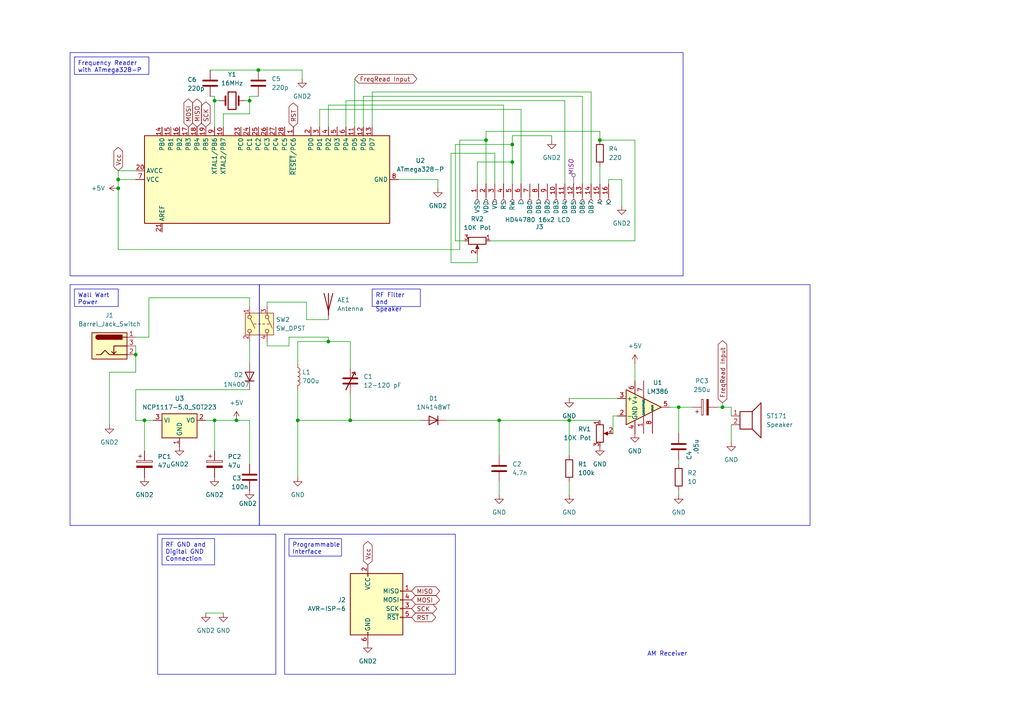
<source format=kicad_sch>
(kicad_sch
	(version 20231120)
	(generator "eeschema")
	(generator_version "8.0")
	(uuid "189d54f1-0525-4ba3-a68d-701231a4949d")
	(paper "A4")
	(lib_symbols
		(symbol "Amplifier_Audio:LM386"
			(pin_names
				(offset 0.127)
			)
			(exclude_from_sim no)
			(in_bom yes)
			(on_board yes)
			(property "Reference" "U"
				(at 1.27 7.62 0)
				(effects
					(font
						(size 1.27 1.27)
					)
					(justify left)
				)
			)
			(property "Value" "LM386"
				(at 1.27 5.08 0)
				(effects
					(font
						(size 1.27 1.27)
					)
					(justify left)
				)
			)
			(property "Footprint" ""
				(at 2.54 2.54 0)
				(effects
					(font
						(size 1.27 1.27)
					)
					(hide yes)
				)
			)
			(property "Datasheet" "http://www.ti.com/lit/ds/symlink/lm386.pdf"
				(at 5.08 5.08 0)
				(effects
					(font
						(size 1.27 1.27)
					)
					(hide yes)
				)
			)
			(property "Description" "Low Voltage Audio Power Amplifier, DIP-8/SOIC-8/SSOP-8"
				(at 0 0 0)
				(effects
					(font
						(size 1.27 1.27)
					)
					(hide yes)
				)
			)
			(property "ki_keywords" "single Power opamp"
				(at 0 0 0)
				(effects
					(font
						(size 1.27 1.27)
					)
					(hide yes)
				)
			)
			(property "ki_fp_filters" "SOIC*3.9x4.9mm*P1.27mm* DIP*W7.62mm* MSSOP*P0.65mm* TSSOP*3x3mm*P0.5mm*"
				(at 0 0 0)
				(effects
					(font
						(size 1.27 1.27)
					)
					(hide yes)
				)
			)
			(symbol "LM386_0_1"
				(polyline
					(pts
						(xy 5.08 0) (xy -5.08 5.08) (xy -5.08 -5.08) (xy 5.08 0)
					)
					(stroke
						(width 0.254)
						(type default)
					)
					(fill
						(type background)
					)
				)
			)
			(symbol "LM386_1_1"
				(pin input line
					(at 0 -7.62 90)
					(length 5.08)
					(name "GAIN"
						(effects
							(font
								(size 0.508 0.508)
							)
						)
					)
					(number "1"
						(effects
							(font
								(size 1.27 1.27)
							)
						)
					)
				)
				(pin input line
					(at -7.62 -2.54 0)
					(length 2.54)
					(name "-"
						(effects
							(font
								(size 1.27 1.27)
							)
						)
					)
					(number "2"
						(effects
							(font
								(size 1.27 1.27)
							)
						)
					)
				)
				(pin input line
					(at -7.62 2.54 0)
					(length 2.54)
					(name "+"
						(effects
							(font
								(size 1.27 1.27)
							)
						)
					)
					(number "3"
						(effects
							(font
								(size 1.27 1.27)
							)
						)
					)
				)
				(pin power_in line
					(at -2.54 -7.62 90)
					(length 3.81)
					(name "GND"
						(effects
							(font
								(size 1.27 1.27)
							)
						)
					)
					(number "4"
						(effects
							(font
								(size 1.27 1.27)
							)
						)
					)
				)
				(pin output line
					(at 7.62 0 180)
					(length 2.54)
					(name "~"
						(effects
							(font
								(size 1.27 1.27)
							)
						)
					)
					(number "5"
						(effects
							(font
								(size 1.27 1.27)
							)
						)
					)
				)
				(pin power_in line
					(at -2.54 7.62 270)
					(length 3.81)
					(name "V+"
						(effects
							(font
								(size 1.27 1.27)
							)
						)
					)
					(number "6"
						(effects
							(font
								(size 1.27 1.27)
							)
						)
					)
				)
				(pin input line
					(at 0 7.62 270)
					(length 5.08)
					(name "BYPASS"
						(effects
							(font
								(size 0.508 0.508)
							)
						)
					)
					(number "7"
						(effects
							(font
								(size 1.27 1.27)
							)
						)
					)
				)
				(pin input line
					(at 2.54 -7.62 90)
					(length 6.35)
					(name "GAIN"
						(effects
							(font
								(size 0.508 0.508)
							)
						)
					)
					(number "8"
						(effects
							(font
								(size 1.27 1.27)
							)
						)
					)
				)
			)
		)
		(symbol "Connector:AVR-ISP-6"
			(pin_names
				(offset 1.016)
			)
			(exclude_from_sim no)
			(in_bom yes)
			(on_board yes)
			(property "Reference" "J"
				(at -6.35 11.43 0)
				(effects
					(font
						(size 1.27 1.27)
					)
					(justify left)
				)
			)
			(property "Value" "AVR-ISP-6"
				(at 0 11.43 0)
				(effects
					(font
						(size 1.27 1.27)
					)
					(justify left)
				)
			)
			(property "Footprint" ""
				(at -6.35 1.27 90)
				(effects
					(font
						(size 1.27 1.27)
					)
					(hide yes)
				)
			)
			(property "Datasheet" "~"
				(at -32.385 -13.97 0)
				(effects
					(font
						(size 1.27 1.27)
					)
					(hide yes)
				)
			)
			(property "Description" "Atmel 6-pin ISP connector"
				(at 0 0 0)
				(effects
					(font
						(size 1.27 1.27)
					)
					(hide yes)
				)
			)
			(property "ki_keywords" "AVR ISP Connector"
				(at 0 0 0)
				(effects
					(font
						(size 1.27 1.27)
					)
					(hide yes)
				)
			)
			(property "ki_fp_filters" "IDC?Header*2x03* Pin?Header*2x03*"
				(at 0 0 0)
				(effects
					(font
						(size 1.27 1.27)
					)
					(hide yes)
				)
			)
			(symbol "AVR-ISP-6_0_1"
				(rectangle
					(start -2.667 -6.858)
					(end -2.413 -7.62)
					(stroke
						(width 0)
						(type default)
					)
					(fill
						(type none)
					)
				)
				(rectangle
					(start -2.667 10.16)
					(end -2.413 9.398)
					(stroke
						(width 0)
						(type default)
					)
					(fill
						(type none)
					)
				)
				(rectangle
					(start 7.62 -2.413)
					(end 6.858 -2.667)
					(stroke
						(width 0)
						(type default)
					)
					(fill
						(type none)
					)
				)
				(rectangle
					(start 7.62 0.127)
					(end 6.858 -0.127)
					(stroke
						(width 0)
						(type default)
					)
					(fill
						(type none)
					)
				)
				(rectangle
					(start 7.62 2.667)
					(end 6.858 2.413)
					(stroke
						(width 0)
						(type default)
					)
					(fill
						(type none)
					)
				)
				(rectangle
					(start 7.62 5.207)
					(end 6.858 4.953)
					(stroke
						(width 0)
						(type default)
					)
					(fill
						(type none)
					)
				)
				(rectangle
					(start 7.62 10.16)
					(end -7.62 -7.62)
					(stroke
						(width 0.254)
						(type default)
					)
					(fill
						(type background)
					)
				)
			)
			(symbol "AVR-ISP-6_1_1"
				(pin passive line
					(at 10.16 5.08 180)
					(length 2.54)
					(name "MISO"
						(effects
							(font
								(size 1.27 1.27)
							)
						)
					)
					(number "1"
						(effects
							(font
								(size 1.27 1.27)
							)
						)
					)
				)
				(pin passive line
					(at -2.54 12.7 270)
					(length 2.54)
					(name "VCC"
						(effects
							(font
								(size 1.27 1.27)
							)
						)
					)
					(number "2"
						(effects
							(font
								(size 1.27 1.27)
							)
						)
					)
				)
				(pin passive line
					(at 10.16 0 180)
					(length 2.54)
					(name "SCK"
						(effects
							(font
								(size 1.27 1.27)
							)
						)
					)
					(number "3"
						(effects
							(font
								(size 1.27 1.27)
							)
						)
					)
				)
				(pin passive line
					(at 10.16 2.54 180)
					(length 2.54)
					(name "MOSI"
						(effects
							(font
								(size 1.27 1.27)
							)
						)
					)
					(number "4"
						(effects
							(font
								(size 1.27 1.27)
							)
						)
					)
				)
				(pin passive line
					(at 10.16 -2.54 180)
					(length 2.54)
					(name "~{RST}"
						(effects
							(font
								(size 1.27 1.27)
							)
						)
					)
					(number "5"
						(effects
							(font
								(size 1.27 1.27)
							)
						)
					)
				)
				(pin passive line
					(at -2.54 -10.16 90)
					(length 2.54)
					(name "GND"
						(effects
							(font
								(size 1.27 1.27)
							)
						)
					)
					(number "6"
						(effects
							(font
								(size 1.27 1.27)
							)
						)
					)
				)
			)
		)
		(symbol "Connector:Barrel_Jack_Switch"
			(pin_names hide)
			(exclude_from_sim no)
			(in_bom yes)
			(on_board yes)
			(property "Reference" "J"
				(at 0 5.334 0)
				(effects
					(font
						(size 1.27 1.27)
					)
				)
			)
			(property "Value" "Barrel_Jack_Switch"
				(at 0 -5.08 0)
				(effects
					(font
						(size 1.27 1.27)
					)
				)
			)
			(property "Footprint" ""
				(at 1.27 -1.016 0)
				(effects
					(font
						(size 1.27 1.27)
					)
					(hide yes)
				)
			)
			(property "Datasheet" "~"
				(at 1.27 -1.016 0)
				(effects
					(font
						(size 1.27 1.27)
					)
					(hide yes)
				)
			)
			(property "Description" "DC Barrel Jack with an internal switch"
				(at 0 0 0)
				(effects
					(font
						(size 1.27 1.27)
					)
					(hide yes)
				)
			)
			(property "ki_keywords" "DC power barrel jack connector"
				(at 0 0 0)
				(effects
					(font
						(size 1.27 1.27)
					)
					(hide yes)
				)
			)
			(property "ki_fp_filters" "BarrelJack*"
				(at 0 0 0)
				(effects
					(font
						(size 1.27 1.27)
					)
					(hide yes)
				)
			)
			(symbol "Barrel_Jack_Switch_0_1"
				(rectangle
					(start -5.08 3.81)
					(end 5.08 -3.81)
					(stroke
						(width 0.254)
						(type default)
					)
					(fill
						(type background)
					)
				)
				(arc
					(start -3.302 3.175)
					(mid -3.9343 2.54)
					(end -3.302 1.905)
					(stroke
						(width 0.254)
						(type default)
					)
					(fill
						(type none)
					)
				)
				(arc
					(start -3.302 3.175)
					(mid -3.9343 2.54)
					(end -3.302 1.905)
					(stroke
						(width 0.254)
						(type default)
					)
					(fill
						(type outline)
					)
				)
				(polyline
					(pts
						(xy 1.27 -2.286) (xy 1.905 -1.651)
					)
					(stroke
						(width 0.254)
						(type default)
					)
					(fill
						(type none)
					)
				)
				(polyline
					(pts
						(xy 5.08 2.54) (xy 3.81 2.54)
					)
					(stroke
						(width 0.254)
						(type default)
					)
					(fill
						(type none)
					)
				)
				(polyline
					(pts
						(xy 5.08 0) (xy 1.27 0) (xy 1.27 -2.286) (xy 0.635 -1.651)
					)
					(stroke
						(width 0.254)
						(type default)
					)
					(fill
						(type none)
					)
				)
				(polyline
					(pts
						(xy -3.81 -2.54) (xy -2.54 -2.54) (xy -1.27 -1.27) (xy 0 -2.54) (xy 2.54 -2.54) (xy 5.08 -2.54)
					)
					(stroke
						(width 0.254)
						(type default)
					)
					(fill
						(type none)
					)
				)
				(rectangle
					(start 3.683 3.175)
					(end -3.302 1.905)
					(stroke
						(width 0.254)
						(type default)
					)
					(fill
						(type outline)
					)
				)
			)
			(symbol "Barrel_Jack_Switch_1_1"
				(pin passive line
					(at 7.62 2.54 180)
					(length 2.54)
					(name "~"
						(effects
							(font
								(size 1.27 1.27)
							)
						)
					)
					(number "1"
						(effects
							(font
								(size 1.27 1.27)
							)
						)
					)
				)
				(pin passive line
					(at 7.62 -2.54 180)
					(length 2.54)
					(name "~"
						(effects
							(font
								(size 1.27 1.27)
							)
						)
					)
					(number "2"
						(effects
							(font
								(size 1.27 1.27)
							)
						)
					)
				)
				(pin passive line
					(at 7.62 0 180)
					(length 2.54)
					(name "~"
						(effects
							(font
								(size 1.27 1.27)
							)
						)
					)
					(number "3"
						(effects
							(font
								(size 1.27 1.27)
							)
						)
					)
				)
			)
		)
		(symbol "Connector:Conn_01x18_Socket"
			(pin_names
				(offset 1.016)
			)
			(exclude_from_sim no)
			(in_bom yes)
			(on_board yes)
			(property "Reference" "J3"
				(at 2.54 -1.27 90)
				(effects
					(font
						(size 1.27 1.27)
					)
				)
			)
			(property "Value" "HD44780 16x2 LCD"
				(at 5.08 -1.27 90)
				(effects
					(font
						(size 1.27 1.27)
					)
				)
			)
			(property "Footprint" ""
				(at 0 0 0)
				(effects
					(font
						(size 1.27 1.27)
					)
					(hide yes)
				)
			)
			(property "Datasheet" "~"
				(at 0 0 0)
				(effects
					(font
						(size 1.27 1.27)
					)
					(hide yes)
				)
			)
			(property "Description" "Generic connector, single row, 01x18, script generated"
				(at 0 0 0)
				(effects
					(font
						(size 1.27 1.27)
					)
					(hide yes)
				)
			)
			(property "ki_locked" ""
				(at 0 0 0)
				(effects
					(font
						(size 1.27 1.27)
					)
				)
			)
			(property "ki_keywords" "connector"
				(at 0 0 0)
				(effects
					(font
						(size 1.27 1.27)
					)
					(hide yes)
				)
			)
			(property "ki_fp_filters" "Connector*:*_1x??_*"
				(at 0 0 0)
				(effects
					(font
						(size 1.27 1.27)
					)
					(hide yes)
				)
			)
			(symbol "Conn_01x18_Socket_1_1"
				(arc
					(start 0 -17.272)
					(mid -0.5058 -17.78)
					(end 0 -18.288)
					(stroke
						(width 0.1524)
						(type default)
					)
					(fill
						(type none)
					)
				)
				(arc
					(start 0 -14.732)
					(mid -0.5058 -15.24)
					(end 0 -15.748)
					(stroke
						(width 0.1524)
						(type default)
					)
					(fill
						(type none)
					)
				)
				(arc
					(start 0 -12.192)
					(mid -0.5058 -12.7)
					(end 0 -13.208)
					(stroke
						(width 0.1524)
						(type default)
					)
					(fill
						(type none)
					)
				)
				(arc
					(start 0 -9.652)
					(mid -0.5058 -10.16)
					(end 0 -10.668)
					(stroke
						(width 0.1524)
						(type default)
					)
					(fill
						(type none)
					)
				)
				(arc
					(start 0 -7.112)
					(mid -0.5058 -7.62)
					(end 0 -8.128)
					(stroke
						(width 0.1524)
						(type default)
					)
					(fill
						(type none)
					)
				)
				(arc
					(start 0 -4.572)
					(mid -0.5058 -5.08)
					(end 0 -5.588)
					(stroke
						(width 0.1524)
						(type default)
					)
					(fill
						(type none)
					)
				)
				(arc
					(start 0 -2.032)
					(mid -0.5058 -2.54)
					(end 0 -3.048)
					(stroke
						(width 0.1524)
						(type default)
					)
					(fill
						(type none)
					)
				)
				(polyline
					(pts
						(xy -1.27 -17.78) (xy -0.508 -17.78)
					)
					(stroke
						(width 0.1524)
						(type default)
					)
					(fill
						(type none)
					)
				)
				(polyline
					(pts
						(xy -1.27 -15.24) (xy -0.508 -15.24)
					)
					(stroke
						(width 0.1524)
						(type default)
					)
					(fill
						(type none)
					)
				)
				(polyline
					(pts
						(xy -1.27 -12.7) (xy -0.508 -12.7)
					)
					(stroke
						(width 0.1524)
						(type default)
					)
					(fill
						(type none)
					)
				)
				(polyline
					(pts
						(xy -1.27 -10.16) (xy -0.508 -10.16)
					)
					(stroke
						(width 0.1524)
						(type default)
					)
					(fill
						(type none)
					)
				)
				(polyline
					(pts
						(xy -1.27 -7.62) (xy -0.508 -7.62)
					)
					(stroke
						(width 0.1524)
						(type default)
					)
					(fill
						(type none)
					)
				)
				(polyline
					(pts
						(xy -1.27 -5.08) (xy -0.508 -5.08)
					)
					(stroke
						(width 0.1524)
						(type default)
					)
					(fill
						(type none)
					)
				)
				(polyline
					(pts
						(xy -1.27 -2.54) (xy -0.508 -2.54)
					)
					(stroke
						(width 0.1524)
						(type default)
					)
					(fill
						(type none)
					)
				)
				(polyline
					(pts
						(xy -1.27 0) (xy -0.508 0)
					)
					(stroke
						(width 0.1524)
						(type default)
					)
					(fill
						(type none)
					)
				)
				(polyline
					(pts
						(xy -1.27 2.54) (xy -0.508 2.54)
					)
					(stroke
						(width 0.1524)
						(type default)
					)
					(fill
						(type none)
					)
				)
				(polyline
					(pts
						(xy -1.27 5.08) (xy -0.508 5.08)
					)
					(stroke
						(width 0.1524)
						(type default)
					)
					(fill
						(type none)
					)
				)
				(polyline
					(pts
						(xy -1.27 7.62) (xy -0.508 7.62)
					)
					(stroke
						(width 0.1524)
						(type default)
					)
					(fill
						(type none)
					)
				)
				(polyline
					(pts
						(xy -1.27 10.16) (xy -0.508 10.16)
					)
					(stroke
						(width 0.1524)
						(type default)
					)
					(fill
						(type none)
					)
				)
				(polyline
					(pts
						(xy -1.27 12.7) (xy -0.508 12.7)
					)
					(stroke
						(width 0.1524)
						(type default)
					)
					(fill
						(type none)
					)
				)
				(polyline
					(pts
						(xy -1.27 15.24) (xy -0.508 15.24)
					)
					(stroke
						(width 0.1524)
						(type default)
					)
					(fill
						(type none)
					)
				)
				(polyline
					(pts
						(xy -1.27 17.78) (xy -0.508 17.78)
					)
					(stroke
						(width 0.1524)
						(type default)
					)
					(fill
						(type none)
					)
				)
				(polyline
					(pts
						(xy -1.27 20.32) (xy -0.508 20.32)
					)
					(stroke
						(width 0.1524)
						(type default)
					)
					(fill
						(type none)
					)
				)
				(arc
					(start 0 0.508)
					(mid -0.5058 0)
					(end 0 -0.508)
					(stroke
						(width 0.1524)
						(type default)
					)
					(fill
						(type none)
					)
				)
				(arc
					(start 0 3.048)
					(mid -0.5058 2.54)
					(end 0 2.032)
					(stroke
						(width 0.1524)
						(type default)
					)
					(fill
						(type none)
					)
				)
				(arc
					(start 0 5.588)
					(mid -0.5058 5.08)
					(end 0 4.572)
					(stroke
						(width 0.1524)
						(type default)
					)
					(fill
						(type none)
					)
				)
				(arc
					(start 0 8.128)
					(mid -0.5058 7.62)
					(end 0 7.112)
					(stroke
						(width 0.1524)
						(type default)
					)
					(fill
						(type none)
					)
				)
				(arc
					(start 0 10.668)
					(mid -0.5058 10.16)
					(end 0 9.652)
					(stroke
						(width 0.1524)
						(type default)
					)
					(fill
						(type none)
					)
				)
				(arc
					(start 0 13.208)
					(mid -0.5058 12.7)
					(end 0 12.192)
					(stroke
						(width 0.1524)
						(type default)
					)
					(fill
						(type none)
					)
				)
				(arc
					(start 0 15.748)
					(mid -0.5058 15.24)
					(end 0 14.732)
					(stroke
						(width 0.1524)
						(type default)
					)
					(fill
						(type none)
					)
				)
				(arc
					(start 0 18.288)
					(mid -0.5058 17.78)
					(end 0 17.272)
					(stroke
						(width 0.1524)
						(type default)
					)
					(fill
						(type none)
					)
				)
				(arc
					(start 0 20.828)
					(mid -0.5058 20.32)
					(end 0 19.812)
					(stroke
						(width 0.1524)
						(type default)
					)
					(fill
						(type none)
					)
				)
				(pin passive line
					(at -5.08 20.32 0)
					(length 3.81)
					(name "VSS"
						(effects
							(font
								(size 1.27 1.27)
							)
						)
					)
					(number "1"
						(effects
							(font
								(size 1.27 1.27)
							)
						)
					)
				)
				(pin passive line
					(at -5.08 -2.54 0)
					(length 3.81)
					(name "DB3"
						(effects
							(font
								(size 1.27 1.27)
							)
						)
					)
					(number "10"
						(effects
							(font
								(size 1.27 1.27)
							)
						)
					)
				)
				(pin passive line
					(at -5.08 -5.08 0)
					(length 3.81)
					(name "DB4"
						(effects
							(font
								(size 1.27 1.27)
							)
						)
					)
					(number "11"
						(effects
							(font
								(size 1.27 1.27)
							)
						)
					)
				)
				(pin passive line
					(at -5.08 -7.62 0)
					(length 3.81)
					(name "DB5"
						(effects
							(font
								(size 1.27 1.27)
							)
						)
					)
					(number "12"
						(effects
							(font
								(size 1.27 1.27)
							)
						)
					)
				)
				(pin passive line
					(at -5.08 -10.16 0)
					(length 3.81)
					(name "DB6"
						(effects
							(font
								(size 1.27 1.27)
							)
						)
					)
					(number "13"
						(effects
							(font
								(size 1.27 1.27)
							)
						)
					)
				)
				(pin passive line
					(at -5.08 -12.7 0)
					(length 3.81)
					(name "DB7"
						(effects
							(font
								(size 1.27 1.27)
							)
						)
					)
					(number "14"
						(effects
							(font
								(size 1.27 1.27)
							)
						)
					)
				)
				(pin passive line
					(at -5.08 -15.24 0)
					(length 3.81)
					(name "A"
						(effects
							(font
								(size 1.27 1.27)
							)
						)
					)
					(number "15"
						(effects
							(font
								(size 1.27 1.27)
							)
						)
					)
				)
				(pin passive line
					(at -5.08 -17.78 0)
					(length 3.81)
					(name "K"
						(effects
							(font
								(size 1.27 1.27)
							)
						)
					)
					(number "16"
						(effects
							(font
								(size 1.27 1.27)
							)
						)
					)
				)
				(pin passive line
					(at -5.08 17.78 0)
					(length 3.81)
					(name "VDD"
						(effects
							(font
								(size 1.27 1.27)
							)
						)
					)
					(number "2"
						(effects
							(font
								(size 1.27 1.27)
							)
						)
					)
				)
				(pin passive line
					(at -5.08 15.24 0)
					(length 3.81)
					(name "VO"
						(effects
							(font
								(size 1.27 1.27)
							)
						)
					)
					(number "3"
						(effects
							(font
								(size 1.27 1.27)
							)
						)
					)
				)
				(pin passive line
					(at -5.08 12.7 0)
					(length 3.81)
					(name "RS"
						(effects
							(font
								(size 1.27 1.27)
							)
						)
					)
					(number "4"
						(effects
							(font
								(size 1.27 1.27)
							)
						)
					)
				)
				(pin passive line
					(at -5.08 10.16 0)
					(length 3.81)
					(name "RW"
						(effects
							(font
								(size 1.27 1.27)
							)
						)
					)
					(number "5"
						(effects
							(font
								(size 1.27 1.27)
							)
						)
					)
				)
				(pin passive line
					(at -5.08 7.62 0)
					(length 3.81)
					(name "E"
						(effects
							(font
								(size 1.27 1.27)
							)
						)
					)
					(number "6"
						(effects
							(font
								(size 1.27 1.27)
							)
						)
					)
				)
				(pin passive line
					(at -5.08 5.08 0)
					(length 3.81)
					(name "DB0"
						(effects
							(font
								(size 1.27 1.27)
							)
						)
					)
					(number "7"
						(effects
							(font
								(size 1.27 1.27)
							)
						)
					)
				)
				(pin passive line
					(at -5.08 2.54 0)
					(length 3.81)
					(name "DB1"
						(effects
							(font
								(size 1.27 1.27)
							)
						)
					)
					(number "8"
						(effects
							(font
								(size 1.27 1.27)
							)
						)
					)
				)
				(pin passive line
					(at -5.08 0 0)
					(length 3.81)
					(name "DB2"
						(effects
							(font
								(size 1.27 1.27)
							)
						)
					)
					(number "9"
						(effects
							(font
								(size 1.27 1.27)
							)
						)
					)
				)
			)
		)
		(symbol "Device:Antenna"
			(pin_numbers hide)
			(pin_names
				(offset 1.016) hide)
			(exclude_from_sim no)
			(in_bom yes)
			(on_board yes)
			(property "Reference" "AE"
				(at -1.905 1.905 0)
				(effects
					(font
						(size 1.27 1.27)
					)
					(justify right)
				)
			)
			(property "Value" "Antenna"
				(at -1.905 0 0)
				(effects
					(font
						(size 1.27 1.27)
					)
					(justify right)
				)
			)
			(property "Footprint" ""
				(at 0 0 0)
				(effects
					(font
						(size 1.27 1.27)
					)
					(hide yes)
				)
			)
			(property "Datasheet" "~"
				(at 0 0 0)
				(effects
					(font
						(size 1.27 1.27)
					)
					(hide yes)
				)
			)
			(property "Description" "Antenna"
				(at 0 0 0)
				(effects
					(font
						(size 1.27 1.27)
					)
					(hide yes)
				)
			)
			(property "ki_keywords" "antenna"
				(at 0 0 0)
				(effects
					(font
						(size 1.27 1.27)
					)
					(hide yes)
				)
			)
			(symbol "Antenna_0_1"
				(polyline
					(pts
						(xy 0 2.54) (xy 0 -3.81)
					)
					(stroke
						(width 0.254)
						(type default)
					)
					(fill
						(type none)
					)
				)
				(polyline
					(pts
						(xy 1.27 2.54) (xy 0 -2.54) (xy -1.27 2.54)
					)
					(stroke
						(width 0.254)
						(type default)
					)
					(fill
						(type none)
					)
				)
			)
			(symbol "Antenna_1_1"
				(pin input line
					(at 0 -5.08 90)
					(length 2.54)
					(name "A"
						(effects
							(font
								(size 1.27 1.27)
							)
						)
					)
					(number "1"
						(effects
							(font
								(size 1.27 1.27)
							)
						)
					)
				)
			)
		)
		(symbol "Device:C"
			(pin_numbers hide)
			(pin_names
				(offset 0.254)
			)
			(exclude_from_sim no)
			(in_bom yes)
			(on_board yes)
			(property "Reference" "C"
				(at 0.635 2.54 0)
				(effects
					(font
						(size 1.27 1.27)
					)
					(justify left)
				)
			)
			(property "Value" "C"
				(at 0.635 -2.54 0)
				(effects
					(font
						(size 1.27 1.27)
					)
					(justify left)
				)
			)
			(property "Footprint" ""
				(at 0.9652 -3.81 0)
				(effects
					(font
						(size 1.27 1.27)
					)
					(hide yes)
				)
			)
			(property "Datasheet" "~"
				(at 0 0 0)
				(effects
					(font
						(size 1.27 1.27)
					)
					(hide yes)
				)
			)
			(property "Description" "Unpolarized capacitor"
				(at 0 0 0)
				(effects
					(font
						(size 1.27 1.27)
					)
					(hide yes)
				)
			)
			(property "ki_keywords" "cap capacitor"
				(at 0 0 0)
				(effects
					(font
						(size 1.27 1.27)
					)
					(hide yes)
				)
			)
			(property "ki_fp_filters" "C_*"
				(at 0 0 0)
				(effects
					(font
						(size 1.27 1.27)
					)
					(hide yes)
				)
			)
			(symbol "C_0_1"
				(polyline
					(pts
						(xy -2.032 -0.762) (xy 2.032 -0.762)
					)
					(stroke
						(width 0.508)
						(type default)
					)
					(fill
						(type none)
					)
				)
				(polyline
					(pts
						(xy -2.032 0.762) (xy 2.032 0.762)
					)
					(stroke
						(width 0.508)
						(type default)
					)
					(fill
						(type none)
					)
				)
			)
			(symbol "C_1_1"
				(pin passive line
					(at 0 3.81 270)
					(length 2.794)
					(name "~"
						(effects
							(font
								(size 1.27 1.27)
							)
						)
					)
					(number "1"
						(effects
							(font
								(size 1.27 1.27)
							)
						)
					)
				)
				(pin passive line
					(at 0 -3.81 90)
					(length 2.794)
					(name "~"
						(effects
							(font
								(size 1.27 1.27)
							)
						)
					)
					(number "2"
						(effects
							(font
								(size 1.27 1.27)
							)
						)
					)
				)
			)
		)
		(symbol "Device:C_Polarized"
			(pin_numbers hide)
			(pin_names
				(offset 0.254)
			)
			(exclude_from_sim no)
			(in_bom yes)
			(on_board yes)
			(property "Reference" "C"
				(at 0.635 2.54 0)
				(effects
					(font
						(size 1.27 1.27)
					)
					(justify left)
				)
			)
			(property "Value" "C_Polarized"
				(at 0.635 -2.54 0)
				(effects
					(font
						(size 1.27 1.27)
					)
					(justify left)
				)
			)
			(property "Footprint" ""
				(at 0.9652 -3.81 0)
				(effects
					(font
						(size 1.27 1.27)
					)
					(hide yes)
				)
			)
			(property "Datasheet" "~"
				(at 0 0 0)
				(effects
					(font
						(size 1.27 1.27)
					)
					(hide yes)
				)
			)
			(property "Description" "Polarized capacitor"
				(at 0 0 0)
				(effects
					(font
						(size 1.27 1.27)
					)
					(hide yes)
				)
			)
			(property "ki_keywords" "cap capacitor"
				(at 0 0 0)
				(effects
					(font
						(size 1.27 1.27)
					)
					(hide yes)
				)
			)
			(property "ki_fp_filters" "CP_*"
				(at 0 0 0)
				(effects
					(font
						(size 1.27 1.27)
					)
					(hide yes)
				)
			)
			(symbol "C_Polarized_0_1"
				(rectangle
					(start -2.286 0.508)
					(end 2.286 1.016)
					(stroke
						(width 0)
						(type default)
					)
					(fill
						(type none)
					)
				)
				(polyline
					(pts
						(xy -1.778 2.286) (xy -0.762 2.286)
					)
					(stroke
						(width 0)
						(type default)
					)
					(fill
						(type none)
					)
				)
				(polyline
					(pts
						(xy -1.27 2.794) (xy -1.27 1.778)
					)
					(stroke
						(width 0)
						(type default)
					)
					(fill
						(type none)
					)
				)
				(rectangle
					(start 2.286 -0.508)
					(end -2.286 -1.016)
					(stroke
						(width 0)
						(type default)
					)
					(fill
						(type outline)
					)
				)
			)
			(symbol "C_Polarized_1_1"
				(pin passive line
					(at 0 3.81 270)
					(length 2.794)
					(name "~"
						(effects
							(font
								(size 1.27 1.27)
							)
						)
					)
					(number "1"
						(effects
							(font
								(size 1.27 1.27)
							)
						)
					)
				)
				(pin passive line
					(at 0 -3.81 90)
					(length 2.794)
					(name "~"
						(effects
							(font
								(size 1.27 1.27)
							)
						)
					)
					(number "2"
						(effects
							(font
								(size 1.27 1.27)
							)
						)
					)
				)
			)
		)
		(symbol "Device:C_Variable"
			(pin_numbers hide)
			(pin_names
				(offset 0.254) hide)
			(exclude_from_sim no)
			(in_bom yes)
			(on_board yes)
			(property "Reference" "C"
				(at 0.635 -1.905 0)
				(effects
					(font
						(size 1.27 1.27)
					)
					(justify left)
				)
			)
			(property "Value" "C_Variable"
				(at 0.635 -3.81 0)
				(effects
					(font
						(size 1.27 1.27)
					)
					(justify left)
				)
			)
			(property "Footprint" ""
				(at 0 0 0)
				(effects
					(font
						(size 1.27 1.27)
					)
					(hide yes)
				)
			)
			(property "Datasheet" "~"
				(at 0 0 0)
				(effects
					(font
						(size 1.27 1.27)
					)
					(hide yes)
				)
			)
			(property "Description" "Variable capacitor"
				(at 0 0 0)
				(effects
					(font
						(size 1.27 1.27)
					)
					(hide yes)
				)
			)
			(property "ki_keywords" "trimmer capacitor"
				(at 0 0 0)
				(effects
					(font
						(size 1.27 1.27)
					)
					(hide yes)
				)
			)
			(symbol "C_Variable_0_1"
				(polyline
					(pts
						(xy -2.032 -0.762) (xy 2.032 -0.762)
					)
					(stroke
						(width 0.508)
						(type default)
					)
					(fill
						(type none)
					)
				)
				(polyline
					(pts
						(xy -2.032 0.762) (xy 2.032 0.762)
					)
					(stroke
						(width 0.508)
						(type default)
					)
					(fill
						(type none)
					)
				)
				(polyline
					(pts
						(xy 1.27 2.54) (xy -1.27 -2.54)
					)
					(stroke
						(width 0.3048)
						(type default)
					)
					(fill
						(type none)
					)
				)
				(polyline
					(pts
						(xy 1.27 2.54) (xy 0.508 2.286)
					)
					(stroke
						(width 0.3048)
						(type default)
					)
					(fill
						(type none)
					)
				)
				(polyline
					(pts
						(xy 1.27 2.54) (xy 1.524 1.778)
					)
					(stroke
						(width 0.3048)
						(type default)
					)
					(fill
						(type none)
					)
				)
			)
			(symbol "C_Variable_1_1"
				(pin passive line
					(at 0 3.81 270)
					(length 3.048)
					(name "~"
						(effects
							(font
								(size 1.27 1.27)
							)
						)
					)
					(number "1"
						(effects
							(font
								(size 1.27 1.27)
							)
						)
					)
				)
				(pin passive line
					(at 0 -3.81 90)
					(length 3.048)
					(name "~"
						(effects
							(font
								(size 1.27 1.27)
							)
						)
					)
					(number "2"
						(effects
							(font
								(size 1.27 1.27)
							)
						)
					)
				)
			)
		)
		(symbol "Device:Crystal"
			(pin_numbers hide)
			(pin_names
				(offset 1.016) hide)
			(exclude_from_sim no)
			(in_bom yes)
			(on_board yes)
			(property "Reference" "Y"
				(at 0 3.81 0)
				(effects
					(font
						(size 1.27 1.27)
					)
				)
			)
			(property "Value" "Crystal"
				(at 0 -3.81 0)
				(effects
					(font
						(size 1.27 1.27)
					)
				)
			)
			(property "Footprint" ""
				(at 0 0 0)
				(effects
					(font
						(size 1.27 1.27)
					)
					(hide yes)
				)
			)
			(property "Datasheet" "~"
				(at 0 0 0)
				(effects
					(font
						(size 1.27 1.27)
					)
					(hide yes)
				)
			)
			(property "Description" "Two pin crystal"
				(at 0 0 0)
				(effects
					(font
						(size 1.27 1.27)
					)
					(hide yes)
				)
			)
			(property "ki_keywords" "quartz ceramic resonator oscillator"
				(at 0 0 0)
				(effects
					(font
						(size 1.27 1.27)
					)
					(hide yes)
				)
			)
			(property "ki_fp_filters" "Crystal*"
				(at 0 0 0)
				(effects
					(font
						(size 1.27 1.27)
					)
					(hide yes)
				)
			)
			(symbol "Crystal_0_1"
				(rectangle
					(start -1.143 2.54)
					(end 1.143 -2.54)
					(stroke
						(width 0.3048)
						(type default)
					)
					(fill
						(type none)
					)
				)
				(polyline
					(pts
						(xy -2.54 0) (xy -1.905 0)
					)
					(stroke
						(width 0)
						(type default)
					)
					(fill
						(type none)
					)
				)
				(polyline
					(pts
						(xy -1.905 -1.27) (xy -1.905 1.27)
					)
					(stroke
						(width 0.508)
						(type default)
					)
					(fill
						(type none)
					)
				)
				(polyline
					(pts
						(xy 1.905 -1.27) (xy 1.905 1.27)
					)
					(stroke
						(width 0.508)
						(type default)
					)
					(fill
						(type none)
					)
				)
				(polyline
					(pts
						(xy 2.54 0) (xy 1.905 0)
					)
					(stroke
						(width 0)
						(type default)
					)
					(fill
						(type none)
					)
				)
			)
			(symbol "Crystal_1_1"
				(pin passive line
					(at -3.81 0 0)
					(length 1.27)
					(name "1"
						(effects
							(font
								(size 1.27 1.27)
							)
						)
					)
					(number "1"
						(effects
							(font
								(size 1.27 1.27)
							)
						)
					)
				)
				(pin passive line
					(at 3.81 0 180)
					(length 1.27)
					(name "2"
						(effects
							(font
								(size 1.27 1.27)
							)
						)
					)
					(number "2"
						(effects
							(font
								(size 1.27 1.27)
							)
						)
					)
				)
			)
		)
		(symbol "Device:L"
			(pin_numbers hide)
			(pin_names
				(offset 1.016) hide)
			(exclude_from_sim no)
			(in_bom yes)
			(on_board yes)
			(property "Reference" "L"
				(at -1.27 0 90)
				(effects
					(font
						(size 1.27 1.27)
					)
				)
			)
			(property "Value" "L"
				(at 1.905 0 90)
				(effects
					(font
						(size 1.27 1.27)
					)
				)
			)
			(property "Footprint" ""
				(at 0 0 0)
				(effects
					(font
						(size 1.27 1.27)
					)
					(hide yes)
				)
			)
			(property "Datasheet" "~"
				(at 0 0 0)
				(effects
					(font
						(size 1.27 1.27)
					)
					(hide yes)
				)
			)
			(property "Description" "Inductor"
				(at 0 0 0)
				(effects
					(font
						(size 1.27 1.27)
					)
					(hide yes)
				)
			)
			(property "ki_keywords" "inductor choke coil reactor magnetic"
				(at 0 0 0)
				(effects
					(font
						(size 1.27 1.27)
					)
					(hide yes)
				)
			)
			(property "ki_fp_filters" "Choke_* *Coil* Inductor_* L_*"
				(at 0 0 0)
				(effects
					(font
						(size 1.27 1.27)
					)
					(hide yes)
				)
			)
			(symbol "L_0_1"
				(arc
					(start 0 -2.54)
					(mid 0.6323 -1.905)
					(end 0 -1.27)
					(stroke
						(width 0)
						(type default)
					)
					(fill
						(type none)
					)
				)
				(arc
					(start 0 -1.27)
					(mid 0.6323 -0.635)
					(end 0 0)
					(stroke
						(width 0)
						(type default)
					)
					(fill
						(type none)
					)
				)
				(arc
					(start 0 0)
					(mid 0.6323 0.635)
					(end 0 1.27)
					(stroke
						(width 0)
						(type default)
					)
					(fill
						(type none)
					)
				)
				(arc
					(start 0 1.27)
					(mid 0.6323 1.905)
					(end 0 2.54)
					(stroke
						(width 0)
						(type default)
					)
					(fill
						(type none)
					)
				)
			)
			(symbol "L_1_1"
				(pin passive line
					(at 0 3.81 270)
					(length 1.27)
					(name "1"
						(effects
							(font
								(size 1.27 1.27)
							)
						)
					)
					(number "1"
						(effects
							(font
								(size 1.27 1.27)
							)
						)
					)
				)
				(pin passive line
					(at 0 -3.81 90)
					(length 1.27)
					(name "2"
						(effects
							(font
								(size 1.27 1.27)
							)
						)
					)
					(number "2"
						(effects
							(font
								(size 1.27 1.27)
							)
						)
					)
				)
			)
		)
		(symbol "Device:R"
			(pin_numbers hide)
			(pin_names
				(offset 0)
			)
			(exclude_from_sim no)
			(in_bom yes)
			(on_board yes)
			(property "Reference" "R"
				(at 2.032 0 90)
				(effects
					(font
						(size 1.27 1.27)
					)
				)
			)
			(property "Value" "R"
				(at 0 0 90)
				(effects
					(font
						(size 1.27 1.27)
					)
				)
			)
			(property "Footprint" ""
				(at -1.778 0 90)
				(effects
					(font
						(size 1.27 1.27)
					)
					(hide yes)
				)
			)
			(property "Datasheet" "~"
				(at 0 0 0)
				(effects
					(font
						(size 1.27 1.27)
					)
					(hide yes)
				)
			)
			(property "Description" "Resistor"
				(at 0 0 0)
				(effects
					(font
						(size 1.27 1.27)
					)
					(hide yes)
				)
			)
			(property "ki_keywords" "R res resistor"
				(at 0 0 0)
				(effects
					(font
						(size 1.27 1.27)
					)
					(hide yes)
				)
			)
			(property "ki_fp_filters" "R_*"
				(at 0 0 0)
				(effects
					(font
						(size 1.27 1.27)
					)
					(hide yes)
				)
			)
			(symbol "R_0_1"
				(rectangle
					(start -1.016 -2.54)
					(end 1.016 2.54)
					(stroke
						(width 0.254)
						(type default)
					)
					(fill
						(type none)
					)
				)
			)
			(symbol "R_1_1"
				(pin passive line
					(at 0 3.81 270)
					(length 1.27)
					(name "~"
						(effects
							(font
								(size 1.27 1.27)
							)
						)
					)
					(number "1"
						(effects
							(font
								(size 1.27 1.27)
							)
						)
					)
				)
				(pin passive line
					(at 0 -3.81 90)
					(length 1.27)
					(name "~"
						(effects
							(font
								(size 1.27 1.27)
							)
						)
					)
					(number "2"
						(effects
							(font
								(size 1.27 1.27)
							)
						)
					)
				)
			)
		)
		(symbol "Device:R_Potentiometer"
			(pin_names
				(offset 1.016) hide)
			(exclude_from_sim no)
			(in_bom yes)
			(on_board yes)
			(property "Reference" "RV"
				(at -4.445 0 90)
				(effects
					(font
						(size 1.27 1.27)
					)
				)
			)
			(property "Value" "R_Potentiometer"
				(at -2.54 0 90)
				(effects
					(font
						(size 1.27 1.27)
					)
				)
			)
			(property "Footprint" ""
				(at 0 0 0)
				(effects
					(font
						(size 1.27 1.27)
					)
					(hide yes)
				)
			)
			(property "Datasheet" "~"
				(at 0 0 0)
				(effects
					(font
						(size 1.27 1.27)
					)
					(hide yes)
				)
			)
			(property "Description" "Potentiometer"
				(at 0 0 0)
				(effects
					(font
						(size 1.27 1.27)
					)
					(hide yes)
				)
			)
			(property "ki_keywords" "resistor variable"
				(at 0 0 0)
				(effects
					(font
						(size 1.27 1.27)
					)
					(hide yes)
				)
			)
			(property "ki_fp_filters" "Potentiometer*"
				(at 0 0 0)
				(effects
					(font
						(size 1.27 1.27)
					)
					(hide yes)
				)
			)
			(symbol "R_Potentiometer_0_1"
				(polyline
					(pts
						(xy 2.54 0) (xy 1.524 0)
					)
					(stroke
						(width 0)
						(type default)
					)
					(fill
						(type none)
					)
				)
				(polyline
					(pts
						(xy 1.143 0) (xy 2.286 0.508) (xy 2.286 -0.508) (xy 1.143 0)
					)
					(stroke
						(width 0)
						(type default)
					)
					(fill
						(type outline)
					)
				)
				(rectangle
					(start 1.016 2.54)
					(end -1.016 -2.54)
					(stroke
						(width 0.254)
						(type default)
					)
					(fill
						(type none)
					)
				)
			)
			(symbol "R_Potentiometer_1_1"
				(pin passive line
					(at 0 3.81 270)
					(length 1.27)
					(name "1"
						(effects
							(font
								(size 1.27 1.27)
							)
						)
					)
					(number "1"
						(effects
							(font
								(size 1.27 1.27)
							)
						)
					)
				)
				(pin passive line
					(at 3.81 0 180)
					(length 1.27)
					(name "2"
						(effects
							(font
								(size 1.27 1.27)
							)
						)
					)
					(number "2"
						(effects
							(font
								(size 1.27 1.27)
							)
						)
					)
				)
				(pin passive line
					(at 0 -3.81 90)
					(length 1.27)
					(name "3"
						(effects
							(font
								(size 1.27 1.27)
							)
						)
					)
					(number "3"
						(effects
							(font
								(size 1.27 1.27)
							)
						)
					)
				)
			)
		)
		(symbol "Device:Speaker"
			(pin_names
				(offset 0) hide)
			(exclude_from_sim no)
			(in_bom yes)
			(on_board yes)
			(property "Reference" "LS"
				(at 1.27 5.715 0)
				(effects
					(font
						(size 1.27 1.27)
					)
					(justify right)
				)
			)
			(property "Value" "Speaker"
				(at 1.27 3.81 0)
				(effects
					(font
						(size 1.27 1.27)
					)
					(justify right)
				)
			)
			(property "Footprint" ""
				(at 0 -5.08 0)
				(effects
					(font
						(size 1.27 1.27)
					)
					(hide yes)
				)
			)
			(property "Datasheet" "~"
				(at -0.254 -1.27 0)
				(effects
					(font
						(size 1.27 1.27)
					)
					(hide yes)
				)
			)
			(property "Description" "Speaker"
				(at 0 0 0)
				(effects
					(font
						(size 1.27 1.27)
					)
					(hide yes)
				)
			)
			(property "ki_keywords" "speaker sound"
				(at 0 0 0)
				(effects
					(font
						(size 1.27 1.27)
					)
					(hide yes)
				)
			)
			(symbol "Speaker_0_0"
				(rectangle
					(start -2.54 1.27)
					(end 1.016 -3.81)
					(stroke
						(width 0.254)
						(type default)
					)
					(fill
						(type none)
					)
				)
				(polyline
					(pts
						(xy 1.016 1.27) (xy 3.556 3.81) (xy 3.556 -6.35) (xy 1.016 -3.81)
					)
					(stroke
						(width 0.254)
						(type default)
					)
					(fill
						(type none)
					)
				)
			)
			(symbol "Speaker_1_1"
				(pin input line
					(at -5.08 0 0)
					(length 2.54)
					(name "1"
						(effects
							(font
								(size 1.27 1.27)
							)
						)
					)
					(number "1"
						(effects
							(font
								(size 1.27 1.27)
							)
						)
					)
				)
				(pin input line
					(at -5.08 -2.54 0)
					(length 2.54)
					(name "2"
						(effects
							(font
								(size 1.27 1.27)
							)
						)
					)
					(number "2"
						(effects
							(font
								(size 1.27 1.27)
							)
						)
					)
				)
			)
		)
		(symbol "Diode:1N4007"
			(pin_numbers hide)
			(pin_names hide)
			(exclude_from_sim no)
			(in_bom yes)
			(on_board yes)
			(property "Reference" "D"
				(at 0 2.54 0)
				(effects
					(font
						(size 1.27 1.27)
					)
				)
			)
			(property "Value" "1N4007"
				(at 0 -2.54 0)
				(effects
					(font
						(size 1.27 1.27)
					)
				)
			)
			(property "Footprint" "Diode_THT:D_DO-41_SOD81_P10.16mm_Horizontal"
				(at 0 -4.445 0)
				(effects
					(font
						(size 1.27 1.27)
					)
					(hide yes)
				)
			)
			(property "Datasheet" "http://www.vishay.com/docs/88503/1n4001.pdf"
				(at 0 0 0)
				(effects
					(font
						(size 1.27 1.27)
					)
					(hide yes)
				)
			)
			(property "Description" "1000V 1A General Purpose Rectifier Diode, DO-41"
				(at 0 0 0)
				(effects
					(font
						(size 1.27 1.27)
					)
					(hide yes)
				)
			)
			(property "Sim.Device" "D"
				(at 0 0 0)
				(effects
					(font
						(size 1.27 1.27)
					)
					(hide yes)
				)
			)
			(property "Sim.Pins" "1=K 2=A"
				(at 0 0 0)
				(effects
					(font
						(size 1.27 1.27)
					)
					(hide yes)
				)
			)
			(property "ki_keywords" "diode"
				(at 0 0 0)
				(effects
					(font
						(size 1.27 1.27)
					)
					(hide yes)
				)
			)
			(property "ki_fp_filters" "D*DO?41*"
				(at 0 0 0)
				(effects
					(font
						(size 1.27 1.27)
					)
					(hide yes)
				)
			)
			(symbol "1N4007_0_1"
				(polyline
					(pts
						(xy -1.27 1.27) (xy -1.27 -1.27)
					)
					(stroke
						(width 0.254)
						(type default)
					)
					(fill
						(type none)
					)
				)
				(polyline
					(pts
						(xy 1.27 0) (xy -1.27 0)
					)
					(stroke
						(width 0)
						(type default)
					)
					(fill
						(type none)
					)
				)
				(polyline
					(pts
						(xy 1.27 1.27) (xy 1.27 -1.27) (xy -1.27 0) (xy 1.27 1.27)
					)
					(stroke
						(width 0.254)
						(type default)
					)
					(fill
						(type none)
					)
				)
			)
			(symbol "1N4007_1_1"
				(pin passive line
					(at -3.81 0 0)
					(length 2.54)
					(name "K"
						(effects
							(font
								(size 1.27 1.27)
							)
						)
					)
					(number "1"
						(effects
							(font
								(size 1.27 1.27)
							)
						)
					)
				)
				(pin passive line
					(at 3.81 0 180)
					(length 2.54)
					(name "A"
						(effects
							(font
								(size 1.27 1.27)
							)
						)
					)
					(number "2"
						(effects
							(font
								(size 1.27 1.27)
							)
						)
					)
				)
			)
		)
		(symbol "Diode:1N4148WT"
			(pin_numbers hide)
			(pin_names hide)
			(exclude_from_sim no)
			(in_bom yes)
			(on_board yes)
			(property "Reference" "D"
				(at 0 2.54 0)
				(effects
					(font
						(size 1.27 1.27)
					)
				)
			)
			(property "Value" "1N4148WT"
				(at 0 -2.54 0)
				(effects
					(font
						(size 1.27 1.27)
					)
				)
			)
			(property "Footprint" "Diode_SMD:D_SOD-523"
				(at 0 -4.445 0)
				(effects
					(font
						(size 1.27 1.27)
					)
					(hide yes)
				)
			)
			(property "Datasheet" "https://www.diodes.com/assets/Datasheets/ds30396.pdf"
				(at 0 0 0)
				(effects
					(font
						(size 1.27 1.27)
					)
					(hide yes)
				)
			)
			(property "Description" "75V 0.15A Fast switching Diode, SOD-523"
				(at 0 0 0)
				(effects
					(font
						(size 1.27 1.27)
					)
					(hide yes)
				)
			)
			(property "Sim.Device" "D"
				(at 0 0 0)
				(effects
					(font
						(size 1.27 1.27)
					)
					(hide yes)
				)
			)
			(property "Sim.Pins" "1=K 2=A"
				(at 0 0 0)
				(effects
					(font
						(size 1.27 1.27)
					)
					(hide yes)
				)
			)
			(property "ki_keywords" "diode"
				(at 0 0 0)
				(effects
					(font
						(size 1.27 1.27)
					)
					(hide yes)
				)
			)
			(property "ki_fp_filters" "D*SOD?523*"
				(at 0 0 0)
				(effects
					(font
						(size 1.27 1.27)
					)
					(hide yes)
				)
			)
			(symbol "1N4148WT_0_1"
				(polyline
					(pts
						(xy -1.27 1.27) (xy -1.27 -1.27)
					)
					(stroke
						(width 0.254)
						(type default)
					)
					(fill
						(type none)
					)
				)
				(polyline
					(pts
						(xy 1.27 0) (xy -1.27 0)
					)
					(stroke
						(width 0)
						(type default)
					)
					(fill
						(type none)
					)
				)
				(polyline
					(pts
						(xy 1.27 1.27) (xy 1.27 -1.27) (xy -1.27 0) (xy 1.27 1.27)
					)
					(stroke
						(width 0.254)
						(type default)
					)
					(fill
						(type none)
					)
				)
			)
			(symbol "1N4148WT_1_1"
				(pin passive line
					(at -3.81 0 0)
					(length 2.54)
					(name "K"
						(effects
							(font
								(size 1.27 1.27)
							)
						)
					)
					(number "1"
						(effects
							(font
								(size 1.27 1.27)
							)
						)
					)
				)
				(pin passive line
					(at 3.81 0 180)
					(length 2.54)
					(name "A"
						(effects
							(font
								(size 1.27 1.27)
							)
						)
					)
					(number "2"
						(effects
							(font
								(size 1.27 1.27)
							)
						)
					)
				)
			)
		)
		(symbol "MCU_Microchip_ATmega:ATmega328-P"
			(exclude_from_sim no)
			(in_bom yes)
			(on_board yes)
			(property "Reference" "U"
				(at -12.7 36.83 0)
				(effects
					(font
						(size 1.27 1.27)
					)
					(justify left bottom)
				)
			)
			(property "Value" "ATmega328-P"
				(at 2.54 -36.83 0)
				(effects
					(font
						(size 1.27 1.27)
					)
					(justify left top)
				)
			)
			(property "Footprint" "Package_DIP:DIP-28_W7.62mm"
				(at 0 0 0)
				(effects
					(font
						(size 1.27 1.27)
						(italic yes)
					)
					(hide yes)
				)
			)
			(property "Datasheet" "http://ww1.microchip.com/downloads/en/DeviceDoc/ATmega328_P%20AVR%20MCU%20with%20picoPower%20Technology%20Data%20Sheet%2040001984A.pdf"
				(at 0 0 0)
				(effects
					(font
						(size 1.27 1.27)
					)
					(hide yes)
				)
			)
			(property "Description" "20MHz, 32kB Flash, 2kB SRAM, 1kB EEPROM, DIP-28"
				(at 0 0 0)
				(effects
					(font
						(size 1.27 1.27)
					)
					(hide yes)
				)
			)
			(property "ki_keywords" "AVR 8bit Microcontroller MegaAVR"
				(at 0 0 0)
				(effects
					(font
						(size 1.27 1.27)
					)
					(hide yes)
				)
			)
			(property "ki_fp_filters" "DIP*W7.62mm*"
				(at 0 0 0)
				(effects
					(font
						(size 1.27 1.27)
					)
					(hide yes)
				)
			)
			(symbol "ATmega328-P_0_1"
				(rectangle
					(start -12.7 -35.56)
					(end 12.7 35.56)
					(stroke
						(width 0.254)
						(type default)
					)
					(fill
						(type background)
					)
				)
			)
			(symbol "ATmega328-P_1_1"
				(pin bidirectional line
					(at 15.24 -7.62 180)
					(length 2.54)
					(name "~{RESET}/PC6"
						(effects
							(font
								(size 1.27 1.27)
							)
						)
					)
					(number "1"
						(effects
							(font
								(size 1.27 1.27)
							)
						)
					)
				)
				(pin bidirectional line
					(at 15.24 12.7 180)
					(length 2.54)
					(name "XTAL2/PB7"
						(effects
							(font
								(size 1.27 1.27)
							)
						)
					)
					(number "10"
						(effects
							(font
								(size 1.27 1.27)
							)
						)
					)
				)
				(pin bidirectional line
					(at 15.24 -25.4 180)
					(length 2.54)
					(name "PD5"
						(effects
							(font
								(size 1.27 1.27)
							)
						)
					)
					(number "11"
						(effects
							(font
								(size 1.27 1.27)
							)
						)
					)
				)
				(pin bidirectional line
					(at 15.24 -27.94 180)
					(length 2.54)
					(name "PD6"
						(effects
							(font
								(size 1.27 1.27)
							)
						)
					)
					(number "12"
						(effects
							(font
								(size 1.27 1.27)
							)
						)
					)
				)
				(pin bidirectional line
					(at 15.24 -30.48 180)
					(length 2.54)
					(name "PD7"
						(effects
							(font
								(size 1.27 1.27)
							)
						)
					)
					(number "13"
						(effects
							(font
								(size 1.27 1.27)
							)
						)
					)
				)
				(pin bidirectional line
					(at 15.24 30.48 180)
					(length 2.54)
					(name "PB0"
						(effects
							(font
								(size 1.27 1.27)
							)
						)
					)
					(number "14"
						(effects
							(font
								(size 1.27 1.27)
							)
						)
					)
				)
				(pin bidirectional line
					(at 15.24 27.94 180)
					(length 2.54)
					(name "PB1"
						(effects
							(font
								(size 1.27 1.27)
							)
						)
					)
					(number "15"
						(effects
							(font
								(size 1.27 1.27)
							)
						)
					)
				)
				(pin bidirectional line
					(at 15.24 25.4 180)
					(length 2.54)
					(name "PB2"
						(effects
							(font
								(size 1.27 1.27)
							)
						)
					)
					(number "16"
						(effects
							(font
								(size 1.27 1.27)
							)
						)
					)
				)
				(pin bidirectional line
					(at 15.24 22.86 180)
					(length 2.54)
					(name "PB3"
						(effects
							(font
								(size 1.27 1.27)
							)
						)
					)
					(number "17"
						(effects
							(font
								(size 1.27 1.27)
							)
						)
					)
				)
				(pin bidirectional line
					(at 15.24 20.32 180)
					(length 2.54)
					(name "PB4"
						(effects
							(font
								(size 1.27 1.27)
							)
						)
					)
					(number "18"
						(effects
							(font
								(size 1.27 1.27)
							)
						)
					)
				)
				(pin bidirectional line
					(at 15.24 17.78 180)
					(length 2.54)
					(name "PB5"
						(effects
							(font
								(size 1.27 1.27)
							)
						)
					)
					(number "19"
						(effects
							(font
								(size 1.27 1.27)
							)
						)
					)
				)
				(pin bidirectional line
					(at 15.24 -12.7 180)
					(length 2.54)
					(name "PD0"
						(effects
							(font
								(size 1.27 1.27)
							)
						)
					)
					(number "2"
						(effects
							(font
								(size 1.27 1.27)
							)
						)
					)
				)
				(pin power_in line
					(at 2.54 38.1 270)
					(length 2.54)
					(name "AVCC"
						(effects
							(font
								(size 1.27 1.27)
							)
						)
					)
					(number "20"
						(effects
							(font
								(size 1.27 1.27)
							)
						)
					)
				)
				(pin passive line
					(at -15.24 30.48 0)
					(length 2.54)
					(name "AREF"
						(effects
							(font
								(size 1.27 1.27)
							)
						)
					)
					(number "21"
						(effects
							(font
								(size 1.27 1.27)
							)
						)
					)
				)
				(pin passive line
					(at 0 -38.1 90)
					(length 2.54) hide
					(name "GND"
						(effects
							(font
								(size 1.27 1.27)
							)
						)
					)
					(number "22"
						(effects
							(font
								(size 1.27 1.27)
							)
						)
					)
				)
				(pin bidirectional line
					(at 15.24 7.62 180)
					(length 2.54)
					(name "PC0"
						(effects
							(font
								(size 1.27 1.27)
							)
						)
					)
					(number "23"
						(effects
							(font
								(size 1.27 1.27)
							)
						)
					)
				)
				(pin bidirectional line
					(at 15.24 5.08 180)
					(length 2.54)
					(name "PC1"
						(effects
							(font
								(size 1.27 1.27)
							)
						)
					)
					(number "24"
						(effects
							(font
								(size 1.27 1.27)
							)
						)
					)
				)
				(pin bidirectional line
					(at 15.24 2.54 180)
					(length 2.54)
					(name "PC2"
						(effects
							(font
								(size 1.27 1.27)
							)
						)
					)
					(number "25"
						(effects
							(font
								(size 1.27 1.27)
							)
						)
					)
				)
				(pin bidirectional line
					(at 15.24 0 180)
					(length 2.54)
					(name "PC3"
						(effects
							(font
								(size 1.27 1.27)
							)
						)
					)
					(number "26"
						(effects
							(font
								(size 1.27 1.27)
							)
						)
					)
				)
				(pin bidirectional line
					(at 15.24 -2.54 180)
					(length 2.54)
					(name "PC4"
						(effects
							(font
								(size 1.27 1.27)
							)
						)
					)
					(number "27"
						(effects
							(font
								(size 1.27 1.27)
							)
						)
					)
				)
				(pin bidirectional line
					(at 15.24 -5.08 180)
					(length 2.54)
					(name "PC5"
						(effects
							(font
								(size 1.27 1.27)
							)
						)
					)
					(number "28"
						(effects
							(font
								(size 1.27 1.27)
							)
						)
					)
				)
				(pin bidirectional line
					(at 15.24 -15.24 180)
					(length 2.54)
					(name "PD1"
						(effects
							(font
								(size 1.27 1.27)
							)
						)
					)
					(number "3"
						(effects
							(font
								(size 1.27 1.27)
							)
						)
					)
				)
				(pin bidirectional line
					(at 15.24 -17.78 180)
					(length 2.54)
					(name "PD2"
						(effects
							(font
								(size 1.27 1.27)
							)
						)
					)
					(number "4"
						(effects
							(font
								(size 1.27 1.27)
							)
						)
					)
				)
				(pin bidirectional line
					(at 15.24 -20.32 180)
					(length 2.54)
					(name "PD3"
						(effects
							(font
								(size 1.27 1.27)
							)
						)
					)
					(number "5"
						(effects
							(font
								(size 1.27 1.27)
							)
						)
					)
				)
				(pin bidirectional line
					(at 15.24 -22.86 180)
					(length 2.54)
					(name "PD4"
						(effects
							(font
								(size 1.27 1.27)
							)
						)
					)
					(number "6"
						(effects
							(font
								(size 1.27 1.27)
							)
						)
					)
				)
				(pin power_in line
					(at 0 38.1 270)
					(length 2.54)
					(name "VCC"
						(effects
							(font
								(size 1.27 1.27)
							)
						)
					)
					(number "7"
						(effects
							(font
								(size 1.27 1.27)
							)
						)
					)
				)
				(pin power_in line
					(at 0 -38.1 90)
					(length 2.54)
					(name "GND"
						(effects
							(font
								(size 1.27 1.27)
							)
						)
					)
					(number "8"
						(effects
							(font
								(size 1.27 1.27)
							)
						)
					)
				)
				(pin bidirectional line
					(at 15.24 15.24 180)
					(length 2.54)
					(name "XTAL1/PB6"
						(effects
							(font
								(size 1.27 1.27)
							)
						)
					)
					(number "9"
						(effects
							(font
								(size 1.27 1.27)
							)
						)
					)
				)
			)
		)
		(symbol "Regulator_Linear:NCP1117-5.0_SOT223"
			(exclude_from_sim no)
			(in_bom yes)
			(on_board yes)
			(property "Reference" "U"
				(at -3.81 3.175 0)
				(effects
					(font
						(size 1.27 1.27)
					)
				)
			)
			(property "Value" "NCP1117-5.0_SOT223"
				(at 0 3.175 0)
				(effects
					(font
						(size 1.27 1.27)
					)
					(justify left)
				)
			)
			(property "Footprint" "Package_TO_SOT_SMD:SOT-223-3_TabPin2"
				(at 0 5.08 0)
				(effects
					(font
						(size 1.27 1.27)
					)
					(hide yes)
				)
			)
			(property "Datasheet" "http://www.onsemi.com/pub_link/Collateral/NCP1117-D.PDF"
				(at 2.54 -6.35 0)
				(effects
					(font
						(size 1.27 1.27)
					)
					(hide yes)
				)
			)
			(property "Description" "1A Low drop-out regulator, Fixed Output 5V, SOT-223"
				(at 0 0 0)
				(effects
					(font
						(size 1.27 1.27)
					)
					(hide yes)
				)
			)
			(property "ki_keywords" "REGULATOR LDO 5V"
				(at 0 0 0)
				(effects
					(font
						(size 1.27 1.27)
					)
					(hide yes)
				)
			)
			(property "ki_fp_filters" "SOT?223*TabPin2*"
				(at 0 0 0)
				(effects
					(font
						(size 1.27 1.27)
					)
					(hide yes)
				)
			)
			(symbol "NCP1117-5.0_SOT223_0_1"
				(rectangle
					(start -5.08 -5.08)
					(end 5.08 1.905)
					(stroke
						(width 0.254)
						(type default)
					)
					(fill
						(type background)
					)
				)
			)
			(symbol "NCP1117-5.0_SOT223_1_1"
				(pin power_in line
					(at 0 -7.62 90)
					(length 2.54)
					(name "GND"
						(effects
							(font
								(size 1.27 1.27)
							)
						)
					)
					(number "1"
						(effects
							(font
								(size 1.27 1.27)
							)
						)
					)
				)
				(pin power_out line
					(at 7.62 0 180)
					(length 2.54)
					(name "VO"
						(effects
							(font
								(size 1.27 1.27)
							)
						)
					)
					(number "2"
						(effects
							(font
								(size 1.27 1.27)
							)
						)
					)
				)
				(pin power_in line
					(at -7.62 0 0)
					(length 2.54)
					(name "VI"
						(effects
							(font
								(size 1.27 1.27)
							)
						)
					)
					(number "3"
						(effects
							(font
								(size 1.27 1.27)
							)
						)
					)
				)
			)
		)
		(symbol "Switch:SW_DPST"
			(pin_names
				(offset 0) hide)
			(exclude_from_sim no)
			(in_bom yes)
			(on_board yes)
			(property "Reference" "SW"
				(at 0 6.35 0)
				(effects
					(font
						(size 1.27 1.27)
					)
				)
			)
			(property "Value" "SW_DPST"
				(at 0 -5.08 0)
				(effects
					(font
						(size 1.27 1.27)
					)
				)
			)
			(property "Footprint" ""
				(at 0 0 0)
				(effects
					(font
						(size 1.27 1.27)
					)
					(hide yes)
				)
			)
			(property "Datasheet" "~"
				(at 0 0 0)
				(effects
					(font
						(size 1.27 1.27)
					)
					(hide yes)
				)
			)
			(property "Description" "Double Pole Single Throw (DPST) Switch"
				(at 0 0 0)
				(effects
					(font
						(size 1.27 1.27)
					)
					(hide yes)
				)
			)
			(property "ki_keywords" "switch dual double-pole single-throw OFF-ON"
				(at 0 0 0)
				(effects
					(font
						(size 1.27 1.27)
					)
					(hide yes)
				)
			)
			(symbol "SW_DPST_0_0"
				(circle
					(center -2.032 -2.54)
					(radius 0.508)
					(stroke
						(width 0)
						(type default)
					)
					(fill
						(type none)
					)
				)
				(circle
					(center -2.032 2.54)
					(radius 0.508)
					(stroke
						(width 0)
						(type default)
					)
					(fill
						(type none)
					)
				)
				(polyline
					(pts
						(xy -1.524 -2.286) (xy 1.27 -1.016)
					)
					(stroke
						(width 0)
						(type default)
					)
					(fill
						(type none)
					)
				)
				(polyline
					(pts
						(xy -1.524 2.794) (xy 1.27 4.064)
					)
					(stroke
						(width 0)
						(type default)
					)
					(fill
						(type none)
					)
				)
				(polyline
					(pts
						(xy 0 -1.27) (xy 0 -0.635)
					)
					(stroke
						(width 0)
						(type default)
					)
					(fill
						(type none)
					)
				)
				(polyline
					(pts
						(xy 0 0) (xy 0 0.635)
					)
					(stroke
						(width 0)
						(type default)
					)
					(fill
						(type none)
					)
				)
				(polyline
					(pts
						(xy 0 1.27) (xy 0 1.905)
					)
					(stroke
						(width 0)
						(type default)
					)
					(fill
						(type none)
					)
				)
				(polyline
					(pts
						(xy 0 2.54) (xy 0 3.175)
					)
					(stroke
						(width 0)
						(type default)
					)
					(fill
						(type none)
					)
				)
				(circle
					(center 2.032 -2.54)
					(radius 0.508)
					(stroke
						(width 0)
						(type default)
					)
					(fill
						(type none)
					)
				)
				(circle
					(center 2.032 2.54)
					(radius 0.508)
					(stroke
						(width 0)
						(type default)
					)
					(fill
						(type none)
					)
				)
			)
			(symbol "SW_DPST_1_1"
				(rectangle
					(start -3.175 4.445)
					(end 3.175 -3.81)
					(stroke
						(width 0)
						(type default)
					)
					(fill
						(type background)
					)
				)
				(pin passive line
					(at -5.08 -2.54 0)
					(length 2.54)
					(name "1"
						(effects
							(font
								(size 1.27 1.27)
							)
						)
					)
					(number "1"
						(effects
							(font
								(size 1.27 1.27)
							)
						)
					)
				)
				(pin passive line
					(at 5.08 -2.54 180)
					(length 2.54)
					(name "2"
						(effects
							(font
								(size 1.27 1.27)
							)
						)
					)
					(number "2"
						(effects
							(font
								(size 1.27 1.27)
							)
						)
					)
				)
				(pin passive line
					(at -5.08 2.54 0)
					(length 2.54)
					(name "3"
						(effects
							(font
								(size 1.27 1.27)
							)
						)
					)
					(number "3"
						(effects
							(font
								(size 1.27 1.27)
							)
						)
					)
				)
				(pin passive line
					(at 5.08 2.54 180)
					(length 2.54)
					(name "4"
						(effects
							(font
								(size 1.27 1.27)
							)
						)
					)
					(number "4"
						(effects
							(font
								(size 1.27 1.27)
							)
						)
					)
				)
			)
		)
		(symbol "power:+5V"
			(power)
			(pin_numbers hide)
			(pin_names
				(offset 0) hide)
			(exclude_from_sim no)
			(in_bom yes)
			(on_board yes)
			(property "Reference" "#PWR"
				(at 0 -3.81 0)
				(effects
					(font
						(size 1.27 1.27)
					)
					(hide yes)
				)
			)
			(property "Value" "+5V"
				(at 0 3.556 0)
				(effects
					(font
						(size 1.27 1.27)
					)
				)
			)
			(property "Footprint" ""
				(at 0 0 0)
				(effects
					(font
						(size 1.27 1.27)
					)
					(hide yes)
				)
			)
			(property "Datasheet" ""
				(at 0 0 0)
				(effects
					(font
						(size 1.27 1.27)
					)
					(hide yes)
				)
			)
			(property "Description" "Power symbol creates a global label with name \"+5V\""
				(at 0 0 0)
				(effects
					(font
						(size 1.27 1.27)
					)
					(hide yes)
				)
			)
			(property "ki_keywords" "global power"
				(at 0 0 0)
				(effects
					(font
						(size 1.27 1.27)
					)
					(hide yes)
				)
			)
			(symbol "+5V_0_1"
				(polyline
					(pts
						(xy -0.762 1.27) (xy 0 2.54)
					)
					(stroke
						(width 0)
						(type default)
					)
					(fill
						(type none)
					)
				)
				(polyline
					(pts
						(xy 0 0) (xy 0 2.54)
					)
					(stroke
						(width 0)
						(type default)
					)
					(fill
						(type none)
					)
				)
				(polyline
					(pts
						(xy 0 2.54) (xy 0.762 1.27)
					)
					(stroke
						(width 0)
						(type default)
					)
					(fill
						(type none)
					)
				)
			)
			(symbol "+5V_1_1"
				(pin power_in line
					(at 0 0 90)
					(length 0)
					(name "~"
						(effects
							(font
								(size 1.27 1.27)
							)
						)
					)
					(number "1"
						(effects
							(font
								(size 1.27 1.27)
							)
						)
					)
				)
			)
		)
		(symbol "power:GND"
			(power)
			(pin_numbers hide)
			(pin_names
				(offset 0) hide)
			(exclude_from_sim no)
			(in_bom yes)
			(on_board yes)
			(property "Reference" "#PWR"
				(at 0 -6.35 0)
				(effects
					(font
						(size 1.27 1.27)
					)
					(hide yes)
				)
			)
			(property "Value" "GND"
				(at 0 -3.81 0)
				(effects
					(font
						(size 1.27 1.27)
					)
				)
			)
			(property "Footprint" ""
				(at 0 0 0)
				(effects
					(font
						(size 1.27 1.27)
					)
					(hide yes)
				)
			)
			(property "Datasheet" ""
				(at 0 0 0)
				(effects
					(font
						(size 1.27 1.27)
					)
					(hide yes)
				)
			)
			(property "Description" "Power symbol creates a global label with name \"GND\" , ground"
				(at 0 0 0)
				(effects
					(font
						(size 1.27 1.27)
					)
					(hide yes)
				)
			)
			(property "ki_keywords" "global power"
				(at 0 0 0)
				(effects
					(font
						(size 1.27 1.27)
					)
					(hide yes)
				)
			)
			(symbol "GND_0_1"
				(polyline
					(pts
						(xy 0 0) (xy 0 -1.27) (xy 1.27 -1.27) (xy 0 -2.54) (xy -1.27 -1.27) (xy 0 -1.27)
					)
					(stroke
						(width 0)
						(type default)
					)
					(fill
						(type none)
					)
				)
			)
			(symbol "GND_1_1"
				(pin power_in line
					(at 0 0 270)
					(length 0)
					(name "~"
						(effects
							(font
								(size 1.27 1.27)
							)
						)
					)
					(number "1"
						(effects
							(font
								(size 1.27 1.27)
							)
						)
					)
				)
			)
		)
		(symbol "power:GND2"
			(power)
			(pin_numbers hide)
			(pin_names
				(offset 0) hide)
			(exclude_from_sim no)
			(in_bom yes)
			(on_board yes)
			(property "Reference" "#PWR"
				(at 0 -6.35 0)
				(effects
					(font
						(size 1.27 1.27)
					)
					(hide yes)
				)
			)
			(property "Value" "GND2"
				(at 0 -3.81 0)
				(effects
					(font
						(size 1.27 1.27)
					)
				)
			)
			(property "Footprint" ""
				(at 0 0 0)
				(effects
					(font
						(size 1.27 1.27)
					)
					(hide yes)
				)
			)
			(property "Datasheet" ""
				(at 0 0 0)
				(effects
					(font
						(size 1.27 1.27)
					)
					(hide yes)
				)
			)
			(property "Description" "Power symbol creates a global label with name \"GND2\" , ground"
				(at 0 0 0)
				(effects
					(font
						(size 1.27 1.27)
					)
					(hide yes)
				)
			)
			(property "ki_keywords" "global power"
				(at 0 0 0)
				(effects
					(font
						(size 1.27 1.27)
					)
					(hide yes)
				)
			)
			(symbol "GND2_0_1"
				(polyline
					(pts
						(xy 0 0) (xy 0 -1.27) (xy 1.27 -1.27) (xy 0 -2.54) (xy -1.27 -1.27) (xy 0 -1.27)
					)
					(stroke
						(width 0)
						(type default)
					)
					(fill
						(type none)
					)
				)
			)
			(symbol "GND2_1_1"
				(pin power_in line
					(at 0 0 270)
					(length 0)
					(name "~"
						(effects
							(font
								(size 1.27 1.27)
							)
						)
					)
					(number "1"
						(effects
							(font
								(size 1.27 1.27)
							)
						)
					)
				)
			)
		)
	)
	(junction
		(at 196.85 118.11)
		(diameter 0)
		(color 0 0 0 0)
		(uuid "048d7363-38e1-44df-85e9-7e75d37deac2")
	)
	(junction
		(at 74.93 20.32)
		(diameter 0)
		(color 0 0 0 0)
		(uuid "0d9efd74-d5a3-41cf-9690-dfec31ef1c2c")
	)
	(junction
		(at 148.59 41.91)
		(diameter 0)
		(color 0 0 0 0)
		(uuid "267dc76b-0cf5-4eff-8db8-8b87ed1598a6")
	)
	(junction
		(at 34.29 52.07)
		(diameter 0)
		(color 0 0 0 0)
		(uuid "2924a944-4498-4279-a4aa-52e8826c610d")
	)
	(junction
		(at 95.25 99.06)
		(diameter 0)
		(color 0 0 0 0)
		(uuid "34cd747f-7b84-42ec-b220-4880726c6e47")
	)
	(junction
		(at 173.99 40.64)
		(diameter 0)
		(color 0 0 0 0)
		(uuid "3e0e4700-ec1b-43c9-8514-3e60e588bb5e")
	)
	(junction
		(at 41.91 121.92)
		(diameter 0)
		(color 0 0 0 0)
		(uuid "4972b23e-b8ea-4cae-a43c-447d13d9c28d")
	)
	(junction
		(at 34.29 54.61)
		(diameter 0)
		(color 0 0 0 0)
		(uuid "4a03e7cf-b9b8-4935-bcaf-2351b1c99007")
	)
	(junction
		(at 140.97 40.64)
		(diameter 0)
		(color 0 0 0 0)
		(uuid "5293d280-ec43-4544-accc-6534636220f7")
	)
	(junction
		(at 39.37 102.87)
		(diameter 0)
		(color 0 0 0 0)
		(uuid "5bb1e5eb-c583-41e5-aedf-f5326462c370")
	)
	(junction
		(at 101.6 121.92)
		(diameter 0)
		(color 0 0 0 0)
		(uuid "69511b08-19fa-48d7-ae70-5fa86d6b717c")
	)
	(junction
		(at 86.36 121.92)
		(diameter 0)
		(color 0 0 0 0)
		(uuid "816f477a-d0fc-48d2-a4ab-5457a783811b")
	)
	(junction
		(at 165.1 121.92)
		(diameter 0)
		(color 0 0 0 0)
		(uuid "85ef8cff-38fb-4cc2-8151-1581c4da17c4")
	)
	(junction
		(at 62.23 29.21)
		(diameter 0)
		(color 0 0 0 0)
		(uuid "a5ad9b7d-8f50-4d01-972a-4f9b8a0c4531")
	)
	(junction
		(at 72.39 29.21)
		(diameter 0)
		(color 0 0 0 0)
		(uuid "b308063e-84e1-418f-a03d-921cbcf4792d")
	)
	(junction
		(at 68.58 121.92)
		(diameter 0)
		(color 0 0 0 0)
		(uuid "b94f221d-ea20-4f22-be97-df086a27fec5")
	)
	(junction
		(at 144.78 121.92)
		(diameter 0)
		(color 0 0 0 0)
		(uuid "c1a86451-1f78-49dc-89ac-12a5a67d88b2")
	)
	(junction
		(at 148.59 46.99)
		(diameter 0)
		(color 0 0 0 0)
		(uuid "c86cba61-dd2d-4f13-bd1a-72b5313bc2e4")
	)
	(junction
		(at 209.55 118.11)
		(diameter 0)
		(color 0 0 0 0)
		(uuid "ed09d287-9955-4707-b32f-1e6fd6aa9e45")
	)
	(junction
		(at 62.23 121.92)
		(diameter 0)
		(color 0 0 0 0)
		(uuid "f0d9a114-b518-4988-b8b2-df53a60a4872")
	)
	(wire
		(pts
			(xy 88.9 87.63) (xy 77.47 87.63)
		)
		(stroke
			(width 0)
			(type default)
		)
		(uuid "00b104f1-2de8-4a56-b36c-9588784dc7c2")
	)
	(wire
		(pts
			(xy 72.39 113.03) (xy 39.37 113.03)
		)
		(stroke
			(width 0)
			(type default)
		)
		(uuid "019b2d85-0671-42e8-ba1d-7c4758888e4f")
	)
	(wire
		(pts
			(xy 173.99 48.26) (xy 173.99 53.34)
		)
		(stroke
			(width 0)
			(type default)
		)
		(uuid "01dc97ad-0360-409d-aaa0-73de71dd762e")
	)
	(wire
		(pts
			(xy 34.29 52.07) (xy 34.29 49.53)
		)
		(stroke
			(width 0)
			(type default)
		)
		(uuid "043dc78b-e90a-4613-ac7e-0b824e3d0fa2")
	)
	(wire
		(pts
			(xy 208.28 118.11) (xy 209.55 118.11)
		)
		(stroke
			(width 0)
			(type default)
		)
		(uuid "04b96e2e-d81e-42be-8433-f119724f6fc3")
	)
	(wire
		(pts
			(xy 83.82 97.79) (xy 95.25 97.79)
		)
		(stroke
			(width 0)
			(type default)
		)
		(uuid "0799ca42-b2ef-4953-81fd-3d9af4912dcf")
	)
	(wire
		(pts
			(xy 140.97 40.64) (xy 140.97 53.34)
		)
		(stroke
			(width 0)
			(type default)
		)
		(uuid "0c0f27a4-664e-4c22-899e-a000c3612006")
	)
	(wire
		(pts
			(xy 77.47 100.33) (xy 83.82 100.33)
		)
		(stroke
			(width 0)
			(type default)
		)
		(uuid "0df5e8a0-8b44-4d49-8c7d-7f4635624854")
	)
	(wire
		(pts
			(xy 105.41 27.94) (xy 168.91 27.94)
		)
		(stroke
			(width 0)
			(type default)
		)
		(uuid "0e127dfc-2485-4438-a2ad-c0d5ab334e10")
	)
	(wire
		(pts
			(xy 31.75 107.95) (xy 31.75 123.19)
		)
		(stroke
			(width 0)
			(type default)
		)
		(uuid "13a1fa28-8f96-4dcb-941d-295b08302409")
	)
	(wire
		(pts
			(xy 41.91 121.92) (xy 41.91 130.81)
		)
		(stroke
			(width 0)
			(type default)
		)
		(uuid "165f8f7d-f44f-4b11-9afa-0c1e2070aa2e")
	)
	(wire
		(pts
			(xy 95.25 36.83) (xy 95.25 30.48)
		)
		(stroke
			(width 0)
			(type default)
		)
		(uuid "175abf7c-7cb6-4e8d-b41c-62ec7da21de8")
	)
	(wire
		(pts
			(xy 62.23 27.94) (xy 62.23 29.21)
		)
		(stroke
			(width 0)
			(type default)
		)
		(uuid "1b040938-43be-4fe3-a2e5-7089bd872afe")
	)
	(wire
		(pts
			(xy 34.29 54.61) (xy 34.29 52.07)
		)
		(stroke
			(width 0)
			(type default)
		)
		(uuid "1e37004c-8b5e-4bd3-9a50-520cefcd8673")
	)
	(wire
		(pts
			(xy 160.02 39.37) (xy 148.59 39.37)
		)
		(stroke
			(width 0)
			(type default)
		)
		(uuid "27e160c5-b55d-4135-800e-a8d2f5c710b3")
	)
	(wire
		(pts
			(xy 86.36 99.06) (xy 86.36 105.41)
		)
		(stroke
			(width 0)
			(type default)
		)
		(uuid "2e907e34-d12e-47b8-a551-f709e5f4d6c2")
	)
	(wire
		(pts
			(xy 132.08 41.91) (xy 148.59 41.91)
		)
		(stroke
			(width 0)
			(type default)
		)
		(uuid "311276c4-3b08-44fe-a782-167a4c9ffe05")
	)
	(wire
		(pts
			(xy 105.41 36.83) (xy 105.41 27.94)
		)
		(stroke
			(width 0)
			(type default)
		)
		(uuid "325e723a-fb92-4478-97ea-ed2456277f84")
	)
	(wire
		(pts
			(xy 74.93 20.32) (xy 60.96 20.32)
		)
		(stroke
			(width 0)
			(type default)
		)
		(uuid "33dfad42-713f-4d31-852b-b26b89902e9d")
	)
	(wire
		(pts
			(xy 39.37 97.79) (xy 43.18 97.79)
		)
		(stroke
			(width 0)
			(type default)
		)
		(uuid "34b602e0-03bf-4c6d-8a09-174250098efa")
	)
	(wire
		(pts
			(xy 100.33 36.83) (xy 100.33 29.21)
		)
		(stroke
			(width 0)
			(type default)
		)
		(uuid "37573654-dc9e-465a-972d-0fa18882c642")
	)
	(wire
		(pts
			(xy 34.29 52.07) (xy 39.37 52.07)
		)
		(stroke
			(width 0)
			(type default)
		)
		(uuid "378cc07a-b307-44ac-91ea-64e48ca8d4c9")
	)
	(wire
		(pts
			(xy 138.43 53.34) (xy 138.43 46.99)
		)
		(stroke
			(width 0)
			(type default)
		)
		(uuid "3991bac6-3535-44ab-9a1b-ce5e4440b7a1")
	)
	(wire
		(pts
			(xy 173.99 38.1) (xy 173.99 40.64)
		)
		(stroke
			(width 0)
			(type default)
		)
		(uuid "3c6ebb18-9862-43f0-9f37-7a79b9bd491a")
	)
	(wire
		(pts
			(xy 43.18 97.79) (xy 43.18 86.36)
		)
		(stroke
			(width 0)
			(type default)
		)
		(uuid "3e32bba2-cd1b-40fa-a02a-89d7629517a2")
	)
	(wire
		(pts
			(xy 39.37 107.95) (xy 31.75 107.95)
		)
		(stroke
			(width 0)
			(type default)
		)
		(uuid "424e43c7-8fd7-4b70-95da-56040f8630c2")
	)
	(wire
		(pts
			(xy 95.25 99.06) (xy 101.6 99.06)
		)
		(stroke
			(width 0)
			(type default)
		)
		(uuid "43077cc0-4819-49fc-8b92-c63bfadabd00")
	)
	(wire
		(pts
			(xy 34.29 72.39) (xy 133.35 72.39)
		)
		(stroke
			(width 0)
			(type default)
		)
		(uuid "4357aa94-0531-4748-af44-9565407da776")
	)
	(wire
		(pts
			(xy 140.97 38.1) (xy 173.99 38.1)
		)
		(stroke
			(width 0)
			(type default)
		)
		(uuid "46b65dc5-7b22-49c9-888b-d374b07c2ee2")
	)
	(wire
		(pts
			(xy 179.07 115.57) (xy 165.1 115.57)
		)
		(stroke
			(width 0)
			(type default)
		)
		(uuid "48b4976f-ed1e-4134-9b35-7a01be117984")
	)
	(wire
		(pts
			(xy 177.8 120.65) (xy 179.07 120.65)
		)
		(stroke
			(width 0)
			(type default)
		)
		(uuid "4cf96afe-3932-46fa-9c4a-a0c69f84fd17")
	)
	(wire
		(pts
			(xy 101.6 121.92) (xy 121.92 121.92)
		)
		(stroke
			(width 0)
			(type default)
		)
		(uuid "4e776269-61ed-4e66-bde5-309d4d2d3b16")
	)
	(wire
		(pts
			(xy 34.29 49.53) (xy 39.37 49.53)
		)
		(stroke
			(width 0)
			(type default)
		)
		(uuid "4e919009-3d01-4ff8-9c4d-dc17a49307a3")
	)
	(wire
		(pts
			(xy 107.95 36.83) (xy 107.95 26.67)
		)
		(stroke
			(width 0)
			(type default)
		)
		(uuid "4efd3ad4-7253-434e-a76f-a8d1e7dc5545")
	)
	(wire
		(pts
			(xy 87.63 20.32) (xy 74.93 20.32)
		)
		(stroke
			(width 0)
			(type default)
		)
		(uuid "5061cada-9493-4e85-92e9-c748a8c3324a")
	)
	(wire
		(pts
			(xy 86.36 113.03) (xy 86.36 121.92)
		)
		(stroke
			(width 0)
			(type default)
		)
		(uuid "51d89a3f-a686-43b5-b154-350e8d41d4f2")
	)
	(wire
		(pts
			(xy 92.71 31.75) (xy 151.13 31.75)
		)
		(stroke
			(width 0)
			(type default)
		)
		(uuid "5434efc5-cbd6-454f-b1e0-39ccbe572037")
	)
	(wire
		(pts
			(xy 212.09 118.11) (xy 212.09 120.65)
		)
		(stroke
			(width 0)
			(type default)
		)
		(uuid "56c2ce79-4c5d-4006-9341-104f6ecaede1")
	)
	(wire
		(pts
			(xy 72.39 33.02) (xy 72.39 29.21)
		)
		(stroke
			(width 0)
			(type default)
		)
		(uuid "58e9492e-d8c9-4015-b59e-3d7e9219ada0")
	)
	(wire
		(pts
			(xy 62.23 29.21) (xy 63.5 29.21)
		)
		(stroke
			(width 0)
			(type default)
		)
		(uuid "5e057647-f56e-4ccd-a2ad-62f240649173")
	)
	(wire
		(pts
			(xy 194.31 118.11) (xy 196.85 118.11)
		)
		(stroke
			(width 0)
			(type default)
		)
		(uuid "5e5424e8-bf3b-48a2-a5fe-15f60c1fdedb")
	)
	(wire
		(pts
			(xy 34.29 72.39) (xy 34.29 54.61)
		)
		(stroke
			(width 0)
			(type default)
		)
		(uuid "5f1b3640-95e0-4a29-8516-2408960bfae0")
	)
	(wire
		(pts
			(xy 209.55 118.11) (xy 212.09 118.11)
		)
		(stroke
			(width 0)
			(type default)
		)
		(uuid "5f531cbc-fe1b-4d2b-8643-77b8c603538e")
	)
	(wire
		(pts
			(xy 212.09 123.19) (xy 212.09 128.27)
		)
		(stroke
			(width 0)
			(type default)
		)
		(uuid "60ecc152-3877-4a91-901d-15ba45eed1cb")
	)
	(wire
		(pts
			(xy 143.51 53.34) (xy 143.51 44.45)
		)
		(stroke
			(width 0)
			(type default)
		)
		(uuid "60f311e7-b0bf-4a37-988d-3bdba1a41a61")
	)
	(wire
		(pts
			(xy 64.77 36.83) (xy 64.77 33.02)
		)
		(stroke
			(width 0)
			(type default)
		)
		(uuid "63735984-dd75-4660-980a-75cd33b2183b")
	)
	(wire
		(pts
			(xy 196.85 118.11) (xy 196.85 125.73)
		)
		(stroke
			(width 0)
			(type default)
		)
		(uuid "64bf1acd-6e2d-42c0-ac75-19870f0516ea")
	)
	(wire
		(pts
			(xy 39.37 121.92) (xy 41.91 121.92)
		)
		(stroke
			(width 0)
			(type default)
		)
		(uuid "6650d5ab-892b-4b8d-aea2-7316e2d6b4c7")
	)
	(wire
		(pts
			(xy 180.34 52.07) (xy 180.34 59.69)
		)
		(stroke
			(width 0)
			(type default)
		)
		(uuid "66c609d5-6b7c-43cb-9bf7-5919e8135d4d")
	)
	(wire
		(pts
			(xy 83.82 100.33) (xy 83.82 97.79)
		)
		(stroke
			(width 0)
			(type default)
		)
		(uuid "69ce90d4-f5fe-4a5d-b542-7c78dfba3f77")
	)
	(wire
		(pts
			(xy 101.6 114.3) (xy 101.6 121.92)
		)
		(stroke
			(width 0)
			(type default)
		)
		(uuid "69d59696-ac86-4452-8d24-5ec37518cef5")
	)
	(wire
		(pts
			(xy 62.23 29.21) (xy 62.23 36.83)
		)
		(stroke
			(width 0)
			(type default)
		)
		(uuid "6a91d77c-cc29-4d69-a73f-dc755cb9a3e4")
	)
	(wire
		(pts
			(xy 163.83 29.21) (xy 163.83 53.34)
		)
		(stroke
			(width 0)
			(type default)
		)
		(uuid "6b609f7c-0fc6-4105-a50f-62bc8497f1c9")
	)
	(wire
		(pts
			(xy 44.45 121.92) (xy 41.91 121.92)
		)
		(stroke
			(width 0)
			(type default)
		)
		(uuid "6c3e1022-41b7-47b5-88cd-ffa6983f5026")
	)
	(wire
		(pts
			(xy 72.39 29.21) (xy 72.39 27.94)
		)
		(stroke
			(width 0)
			(type default)
		)
		(uuid "6c91b2cb-930f-4412-8dc2-adb67cda1415")
	)
	(wire
		(pts
			(xy 130.81 76.2) (xy 138.43 76.2)
		)
		(stroke
			(width 0)
			(type default)
		)
		(uuid "6d259039-690d-4c10-a181-a152a23b22d4")
	)
	(wire
		(pts
			(xy 184.15 105.41) (xy 184.15 110.49)
		)
		(stroke
			(width 0)
			(type default)
		)
		(uuid "73dd5418-1e03-409a-8f48-38c1314ece37")
	)
	(wire
		(pts
			(xy 68.58 121.92) (xy 62.23 121.92)
		)
		(stroke
			(width 0)
			(type default)
		)
		(uuid "7418a9fc-50e4-409c-9046-0cf03fad779a")
	)
	(wire
		(pts
			(xy 184.15 69.85) (xy 142.24 69.85)
		)
		(stroke
			(width 0)
			(type default)
		)
		(uuid "75c2861b-89f3-4500-8690-b98a268b08be")
	)
	(wire
		(pts
			(xy 43.18 86.36) (xy 72.39 86.36)
		)
		(stroke
			(width 0)
			(type default)
		)
		(uuid "7920ba16-78a8-4fe4-886b-e5d2eacfac2c")
	)
	(wire
		(pts
			(xy 144.78 139.7) (xy 144.78 143.51)
		)
		(stroke
			(width 0)
			(type default)
		)
		(uuid "7980df2b-bfdd-471c-92de-33abe7e6bcba")
	)
	(wire
		(pts
			(xy 165.1 121.92) (xy 173.99 121.92)
		)
		(stroke
			(width 0)
			(type default)
		)
		(uuid "7b817f87-413d-4372-90d1-77e19c91015c")
	)
	(wire
		(pts
			(xy 165.1 121.92) (xy 165.1 132.08)
		)
		(stroke
			(width 0)
			(type default)
		)
		(uuid "80a5d6ae-8e04-4c25-8627-a8285dfa7285")
	)
	(wire
		(pts
			(xy 127 54.61) (xy 127 52.07)
		)
		(stroke
			(width 0)
			(type default)
		)
		(uuid "80b10903-1a16-46e5-b16c-6259b7911ec4")
	)
	(wire
		(pts
			(xy 72.39 99.06) (xy 72.39 105.41)
		)
		(stroke
			(width 0)
			(type default)
		)
		(uuid "80d06a9d-fd81-42cd-aaf5-994f80ac8c62")
	)
	(wire
		(pts
			(xy 86.36 99.06) (xy 95.25 99.06)
		)
		(stroke
			(width 0)
			(type default)
		)
		(uuid "83cf896e-f579-4022-8b24-43cc419c1df9")
	)
	(wire
		(pts
			(xy 77.47 99.06) (xy 77.47 100.33)
		)
		(stroke
			(width 0)
			(type default)
		)
		(uuid "846d6c05-1e8f-4d19-b0a5-e5f1ceb8fc96")
	)
	(wire
		(pts
			(xy 196.85 142.24) (xy 196.85 143.51)
		)
		(stroke
			(width 0)
			(type default)
		)
		(uuid "87a604ac-2dd7-4861-bc3f-3b251659e1d2")
	)
	(wire
		(pts
			(xy 59.69 121.92) (xy 62.23 121.92)
		)
		(stroke
			(width 0)
			(type default)
		)
		(uuid "8a69305d-9022-4942-b5f2-21f94c3a0b8a")
	)
	(wire
		(pts
			(xy 39.37 100.33) (xy 39.37 102.87)
		)
		(stroke
			(width 0)
			(type default)
		)
		(uuid "8d13196c-186b-418c-b811-c398c605f8d2")
	)
	(wire
		(pts
			(xy 130.81 44.45) (xy 130.81 76.2)
		)
		(stroke
			(width 0)
			(type default)
		)
		(uuid "9117a684-9bf5-4d78-a34d-dbb59d657007")
	)
	(wire
		(pts
			(xy 140.97 38.1) (xy 140.97 40.64)
		)
		(stroke
			(width 0)
			(type default)
		)
		(uuid "914d00df-190e-4f78-b8ef-a34366dbd848")
	)
	(wire
		(pts
			(xy 173.99 40.64) (xy 184.15 40.64)
		)
		(stroke
			(width 0)
			(type default)
		)
		(uuid "955ec5f0-2719-45d4-af33-165d61597977")
	)
	(wire
		(pts
			(xy 100.33 29.21) (xy 163.83 29.21)
		)
		(stroke
			(width 0)
			(type default)
		)
		(uuid "96007d5a-ec7b-44eb-93de-cb8a6dc28978")
	)
	(wire
		(pts
			(xy 101.6 106.68) (xy 101.6 99.06)
		)
		(stroke
			(width 0)
			(type default)
		)
		(uuid "98103255-d91e-420a-9bbe-642836f27b98")
	)
	(wire
		(pts
			(xy 171.45 26.67) (xy 171.45 53.34)
		)
		(stroke
			(width 0)
			(type default)
		)
		(uuid "99c8cfd4-fc4f-4487-b4c3-b0db06386dd2")
	)
	(wire
		(pts
			(xy 95.25 97.79) (xy 95.25 99.06)
		)
		(stroke
			(width 0)
			(type default)
		)
		(uuid "9a46f7a6-0c9b-4416-a083-01282bc09538")
	)
	(wire
		(pts
			(xy 62.23 121.92) (xy 62.23 130.81)
		)
		(stroke
			(width 0)
			(type default)
		)
		(uuid "9c534be5-4ca9-4730-8ae5-947c674b50c4")
	)
	(wire
		(pts
			(xy 101.6 121.92) (xy 86.36 121.92)
		)
		(stroke
			(width 0)
			(type default)
		)
		(uuid "9e4b3d52-ca35-4b8c-b2ae-83e64010f881")
	)
	(wire
		(pts
			(xy 176.53 53.34) (xy 176.53 52.07)
		)
		(stroke
			(width 0)
			(type default)
		)
		(uuid "a10f82d3-719a-4e5f-bdca-34359141934c")
	)
	(wire
		(pts
			(xy 72.39 121.92) (xy 68.58 121.92)
		)
		(stroke
			(width 0)
			(type default)
		)
		(uuid "a1e954ee-0003-4675-8f60-9c8818974e88")
	)
	(wire
		(pts
			(xy 39.37 113.03) (xy 39.37 121.92)
		)
		(stroke
			(width 0)
			(type default)
		)
		(uuid "a3d15b2e-efb3-45ef-9126-738ef9c571f8")
	)
	(wire
		(pts
			(xy 144.78 121.92) (xy 144.78 132.08)
		)
		(stroke
			(width 0)
			(type default)
		)
		(uuid "a48a68c4-8b14-4f6e-8710-e9bb12546478")
	)
	(wire
		(pts
			(xy 88.9 92.71) (xy 88.9 87.63)
		)
		(stroke
			(width 0)
			(type default)
		)
		(uuid "a50a31da-f346-4de8-a6f9-bbb972089734")
	)
	(wire
		(pts
			(xy 148.59 41.91) (xy 148.59 46.99)
		)
		(stroke
			(width 0)
			(type default)
		)
		(uuid "a601ba91-48a7-4964-9fcc-8611d0956804")
	)
	(wire
		(pts
			(xy 72.39 27.94) (xy 74.93 27.94)
		)
		(stroke
			(width 0)
			(type default)
		)
		(uuid "a677e2a5-f2f5-4285-b908-b67cbc6f43ca")
	)
	(wire
		(pts
			(xy 132.08 69.85) (xy 132.08 41.91)
		)
		(stroke
			(width 0)
			(type default)
		)
		(uuid "a86a286e-e539-4076-ad74-41aea63eeed4")
	)
	(wire
		(pts
			(xy 165.1 139.7) (xy 165.1 143.51)
		)
		(stroke
			(width 0)
			(type default)
		)
		(uuid "a883705f-c23f-4e00-8104-ef65c8cec0e2")
	)
	(wire
		(pts
			(xy 129.54 121.92) (xy 144.78 121.92)
		)
		(stroke
			(width 0)
			(type default)
		)
		(uuid "a96b2075-442c-4414-815b-da50c90fdbeb")
	)
	(wire
		(pts
			(xy 209.55 116.84) (xy 209.55 118.11)
		)
		(stroke
			(width 0)
			(type default)
		)
		(uuid "ac0fbdb3-eee2-45d9-9468-60e575bbe8a7")
	)
	(wire
		(pts
			(xy 77.47 87.63) (xy 77.47 88.9)
		)
		(stroke
			(width 0)
			(type default)
		)
		(uuid "b44517e8-0261-492c-b394-28bafa803292")
	)
	(wire
		(pts
			(xy 176.53 52.07) (xy 180.34 52.07)
		)
		(stroke
			(width 0)
			(type default)
		)
		(uuid "b511c9e7-4b00-4f13-96d9-6f7700ca1114")
	)
	(wire
		(pts
			(xy 138.43 76.2) (xy 138.43 73.66)
		)
		(stroke
			(width 0)
			(type default)
		)
		(uuid "b539b30e-c511-441a-8798-eb53fa6aa9fd")
	)
	(wire
		(pts
			(xy 39.37 102.87) (xy 39.37 107.95)
		)
		(stroke
			(width 0)
			(type default)
		)
		(uuid "b6b5b9c3-8f4c-4748-a96f-814c5b4df800")
	)
	(wire
		(pts
			(xy 160.02 40.64) (xy 160.02 39.37)
		)
		(stroke
			(width 0)
			(type default)
		)
		(uuid "bd6d2278-07d8-439a-9543-d9c7bceb63ad")
	)
	(wire
		(pts
			(xy 64.77 33.02) (xy 72.39 33.02)
		)
		(stroke
			(width 0)
			(type default)
		)
		(uuid "c7cf4e34-c30a-446e-a2a1-50c04fd29b34")
	)
	(wire
		(pts
			(xy 177.8 125.73) (xy 177.8 120.65)
		)
		(stroke
			(width 0)
			(type default)
		)
		(uuid "cccbc540-38ae-4403-b601-04c564f4127a")
	)
	(wire
		(pts
			(xy 196.85 133.35) (xy 196.85 134.62)
		)
		(stroke
			(width 0)
			(type default)
		)
		(uuid "cf38359a-82d0-4a30-8767-246ca3184a70")
	)
	(wire
		(pts
			(xy 72.39 134.62) (xy 72.39 121.92)
		)
		(stroke
			(width 0)
			(type default)
		)
		(uuid "d459c6bd-3ff8-47e8-9b57-2da432366b6a")
	)
	(wire
		(pts
			(xy 72.39 86.36) (xy 72.39 88.9)
		)
		(stroke
			(width 0)
			(type default)
		)
		(uuid "d51101b9-80f2-40a9-96d1-39b440c5b19e")
	)
	(wire
		(pts
			(xy 71.12 29.21) (xy 72.39 29.21)
		)
		(stroke
			(width 0)
			(type default)
		)
		(uuid "d5117c39-d43c-400c-99a4-50e8630519ff")
	)
	(wire
		(pts
			(xy 107.95 26.67) (xy 171.45 26.67)
		)
		(stroke
			(width 0)
			(type default)
		)
		(uuid "d51a7c67-7402-4881-b998-0cf4c7ea67c0")
	)
	(wire
		(pts
			(xy 184.15 40.64) (xy 184.15 69.85)
		)
		(stroke
			(width 0)
			(type default)
		)
		(uuid "d599d4bf-be45-4c8a-87b1-5d5549b6467b")
	)
	(wire
		(pts
			(xy 144.78 121.92) (xy 165.1 121.92)
		)
		(stroke
			(width 0)
			(type default)
		)
		(uuid "d7579d5a-48a9-4951-9b3d-c05529500cc4")
	)
	(wire
		(pts
			(xy 92.71 36.83) (xy 92.71 31.75)
		)
		(stroke
			(width 0)
			(type default)
		)
		(uuid "dbacd024-46a9-4be3-ae2d-ffd8ed3fe863")
	)
	(wire
		(pts
			(xy 133.35 72.39) (xy 133.35 40.64)
		)
		(stroke
			(width 0)
			(type default)
		)
		(uuid "dc4c7025-a473-477e-b5b0-02bdaceadc82")
	)
	(wire
		(pts
			(xy 86.36 121.92) (xy 86.36 138.43)
		)
		(stroke
			(width 0)
			(type default)
		)
		(uuid "de84aae1-851c-42a1-806c-cd2d5c51f0ec")
	)
	(wire
		(pts
			(xy 151.13 31.75) (xy 151.13 53.34)
		)
		(stroke
			(width 0)
			(type default)
		)
		(uuid "df8aba69-df26-4137-90d5-8aca4ce27b89")
	)
	(wire
		(pts
			(xy 115.57 52.07) (xy 127 52.07)
		)
		(stroke
			(width 0)
			(type default)
		)
		(uuid "e1b08dcf-ae61-4f33-95c1-a467bc6f29fb")
	)
	(wire
		(pts
			(xy 60.96 27.94) (xy 62.23 27.94)
		)
		(stroke
			(width 0)
			(type default)
		)
		(uuid "e4d5d8fb-9a09-4984-9d60-8f960925f7a1")
	)
	(wire
		(pts
			(xy 168.91 27.94) (xy 168.91 53.34)
		)
		(stroke
			(width 0)
			(type default)
		)
		(uuid "e6cc5e6a-edc2-4c8c-a542-f0fd1aa6adf3")
	)
	(wire
		(pts
			(xy 148.59 39.37) (xy 148.59 41.91)
		)
		(stroke
			(width 0)
			(type default)
		)
		(uuid "e8777a8f-c554-4259-b61b-58d8cf29ebd5")
	)
	(wire
		(pts
			(xy 95.25 30.48) (xy 146.05 30.48)
		)
		(stroke
			(width 0)
			(type default)
		)
		(uuid "e8d6d392-76cd-4bfa-8942-88c6e7715b51")
	)
	(wire
		(pts
			(xy 138.43 46.99) (xy 148.59 46.99)
		)
		(stroke
			(width 0)
			(type default)
		)
		(uuid "e95a7d20-1628-4a54-87f8-e4ffcea6c0d7")
	)
	(wire
		(pts
			(xy 134.62 69.85) (xy 132.08 69.85)
		)
		(stroke
			(width 0)
			(type default)
		)
		(uuid "e9bf89ba-ea57-4455-a713-14b67ba5da51")
	)
	(wire
		(pts
			(xy 146.05 30.48) (xy 146.05 53.34)
		)
		(stroke
			(width 0)
			(type default)
		)
		(uuid "ecd267a4-0ac8-4dca-8a6e-c6d5ef2847fe")
	)
	(wire
		(pts
			(xy 133.35 40.64) (xy 140.97 40.64)
		)
		(stroke
			(width 0)
			(type default)
		)
		(uuid "ee07c271-2fd8-4d2f-af2b-bd8ed3058446")
	)
	(wire
		(pts
			(xy 102.87 36.83) (xy 102.87 22.86)
		)
		(stroke
			(width 0)
			(type default)
		)
		(uuid "f1c9b453-e09c-4c06-98d4-f2da00431f1a")
	)
	(wire
		(pts
			(xy 87.63 22.86) (xy 87.63 20.32)
		)
		(stroke
			(width 0)
			(type default)
		)
		(uuid "f5de80d6-c3cd-49e1-8f51-f33ea2d79efb")
	)
	(wire
		(pts
			(xy 59.69 177.8) (xy 64.77 177.8)
		)
		(stroke
			(width 0)
			(type default)
		)
		(uuid "f6720cbd-f628-4e18-b0fb-bea367824c79")
	)
	(wire
		(pts
			(xy 196.85 118.11) (xy 200.66 118.11)
		)
		(stroke
			(width 0)
			(type default)
		)
		(uuid "f6ebb2c8-9fed-4960-bdbf-8d1c15e79f83")
	)
	(wire
		(pts
			(xy 148.59 46.99) (xy 148.59 53.34)
		)
		(stroke
			(width 0)
			(type default)
		)
		(uuid "fa27160d-115d-4f65-a797-c12a84e2fb3c")
	)
	(wire
		(pts
			(xy 95.25 92.71) (xy 88.9 92.71)
		)
		(stroke
			(width 0)
			(type default)
		)
		(uuid "fa6022d6-3358-4905-813a-1293eb4b8099")
	)
	(wire
		(pts
			(xy 143.51 44.45) (xy 130.81 44.45)
		)
		(stroke
			(width 0)
			(type default)
		)
		(uuid "ff955b8b-ad5b-48d1-8059-f35093c8b83e")
	)
	(rectangle
		(start 20.32 15.24)
		(end 198.12 80.01)
		(stroke
			(width 0)
			(type default)
		)
		(fill
			(type none)
		)
		(uuid 324433c9-d8be-4360-8c07-81c32e5c779a)
	)
	(rectangle
		(start 45.72 154.94)
		(end 80.01 195.58)
		(stroke
			(width 0)
			(type default)
		)
		(fill
			(type none)
		)
		(uuid 426c89f3-10fb-47d7-be2d-4b4d322cd5cc)
	)
	(rectangle
		(start 75.2238 82.55)
		(end 234.95 152.4)
		(stroke
			(width 0)
			(type default)
		)
		(fill
			(type none)
		)
		(uuid b0ea99a2-b0f4-400b-b238-caf3fee4fe77)
	)
	(rectangle
		(start 20.32 82.55)
		(end 75.2212 152.4)
		(stroke
			(width 0)
			(type default)
		)
		(fill
			(type none)
		)
		(uuid b55f66ab-cf45-4b42-853b-ac7113cef40c)
	)
	(rectangle
		(start 82.55 154.94)
		(end 132.08 195.58)
		(stroke
			(width 0)
			(type default)
		)
		(fill
			(type none)
		)
		(uuid eccfaf3d-9608-4bef-9dea-11261afa89b4)
	)
	(text_box "Wall Wart Power"
		(exclude_from_sim no)
		(at 21.59 83.82 0)
		(size 12.7 5.08)
		(stroke
			(width 0)
			(type default)
		)
		(fill
			(type none)
		)
		(effects
			(font
				(size 1.27 1.27)
			)
			(justify left top)
		)
		(uuid "04caa257-e37d-47c1-95c3-bf123b773c04")
	)
	(text_box "Programmable Interface"
		(exclude_from_sim no)
		(at 83.82 156.21 0)
		(size 15.24 5.08)
		(stroke
			(width 0)
			(type default)
		)
		(fill
			(type none)
		)
		(effects
			(font
				(size 1.27 1.27)
			)
			(justify left top)
		)
		(uuid "1c468982-758d-457d-ae2e-fe3f860fcc5f")
	)
	(text_box "Frequency Reader with ATmega328-P"
		(exclude_from_sim no)
		(at 21.59 16.51 0)
		(size 21.59 5.08)
		(stroke
			(width 0)
			(type default)
		)
		(fill
			(type none)
		)
		(effects
			(font
				(size 1.27 1.27)
			)
			(justify left top)
		)
		(uuid "490c0bda-01e6-49a9-9e54-17d600f677be")
	)
	(text_box "RF GND and Digital GND Connection"
		(exclude_from_sim no)
		(at 46.99 156.21 0)
		(size 15.24 7.62)
		(stroke
			(width 0)
			(type default)
		)
		(fill
			(type none)
		)
		(effects
			(font
				(size 1.27 1.27)
			)
			(justify left top)
		)
		(uuid "e632c58a-ed16-4c67-a43d-5427ab9a0607")
	)
	(text_box "RF Filter and Speaker"
		(exclude_from_sim no)
		(at 107.95 83.82 0)
		(size 13.97 5.08)
		(stroke
			(width 0)
			(type default)
		)
		(fill
			(type none)
		)
		(effects
			(font
				(size 1.27 1.27)
			)
			(justify left top)
		)
		(uuid "e763f93f-8dc5-4ce6-8422-1aed95e6efb9")
	)
	(text "AM Receiver\n"
		(exclude_from_sim no)
		(at 193.548 189.738 0)
		(effects
			(font
				(size 1.27 1.27)
			)
		)
		(uuid "e7e3c1ec-16d0-4bdd-9fe6-3ffbe282582c")
	)
	(global_label "Vcc"
		(shape bidirectional)
		(at 34.29 49.53 90)
		(fields_autoplaced yes)
		(effects
			(font
				(size 1.27 1.27)
			)
			(justify left)
		)
		(uuid "1bf7478b-aa55-4950-92d7-9df023a1696e")
		(property "Intersheetrefs" "${INTERSHEET_REFS}"
			(at 34.29 42.1677 90)
			(effects
				(font
					(size 1.27 1.27)
				)
				(justify left)
				(hide yes)
			)
		)
	)
	(global_label "SCK"
		(shape bidirectional)
		(at 119.38 176.53 0)
		(fields_autoplaced yes)
		(effects
			(font
				(size 1.27 1.27)
			)
			(justify left)
		)
		(uuid "239701c5-a4c0-425a-a3c1-253732261712")
		(property "Intersheetrefs" "${INTERSHEET_REFS}"
			(at 127.226 176.53 0)
			(effects
				(font
					(size 1.27 1.27)
				)
				(justify left)
				(hide yes)
			)
		)
	)
	(global_label "RST"
		(shape bidirectional)
		(at 85.09 36.83 90)
		(fields_autoplaced yes)
		(effects
			(font
				(size 1.27 1.27)
			)
			(justify left)
		)
		(uuid "345647cd-4526-4041-a138-1b776eccff05")
		(property "Intersheetrefs" "${INTERSHEET_REFS}"
			(at 85.09 29.2864 90)
			(effects
				(font
					(size 1.27 1.27)
				)
				(justify left)
				(hide yes)
			)
		)
	)
	(global_label "RST"
		(shape bidirectional)
		(at 119.38 179.07 0)
		(fields_autoplaced yes)
		(effects
			(font
				(size 1.27 1.27)
			)
			(justify left)
		)
		(uuid "3e847c71-591e-48aa-aace-023215065c57")
		(property "Intersheetrefs" "${INTERSHEET_REFS}"
			(at 126.9236 179.07 0)
			(effects
				(font
					(size 1.27 1.27)
				)
				(justify left)
				(hide yes)
			)
		)
	)
	(global_label "MISO"
		(shape bidirectional)
		(at 119.38 171.45 0)
		(fields_autoplaced yes)
		(effects
			(font
				(size 1.27 1.27)
			)
			(justify left)
		)
		(uuid "4f8465b0-81a1-4821-92f9-59c00edc1f1d")
		(property "Intersheetrefs" "${INTERSHEET_REFS}"
			(at 128.0727 171.45 0)
			(effects
				(font
					(size 1.27 1.27)
				)
				(justify left)
				(hide yes)
			)
		)
	)
	(global_label "Vcc"
		(shape bidirectional)
		(at 106.68 163.83 90)
		(fields_autoplaced yes)
		(effects
			(font
				(size 1.27 1.27)
			)
			(justify left)
		)
		(uuid "53b0014d-a83b-479e-bec1-0efb1204e0c6")
		(property "Intersheetrefs" "${INTERSHEET_REFS}"
			(at 106.68 156.4677 90)
			(effects
				(font
					(size 1.27 1.27)
				)
				(justify left)
				(hide yes)
			)
		)
	)
	(global_label "MISO"
		(shape bidirectional)
		(at 57.15 36.83 90)
		(fields_autoplaced yes)
		(effects
			(font
				(size 1.27 1.27)
			)
			(justify left)
		)
		(uuid "74ddbf24-73be-4817-a264-dceb6b632627")
		(property "Intersheetrefs" "${INTERSHEET_REFS}"
			(at 57.15 28.1373 90)
			(effects
				(font
					(size 1.27 1.27)
				)
				(justify left)
				(hide yes)
			)
		)
	)
	(global_label "FreqRead Input"
		(shape bidirectional)
		(at 209.55 116.84 90)
		(fields_autoplaced yes)
		(effects
			(font
				(size 1.27 1.27)
			)
			(justify left)
		)
		(uuid "7a9af0ed-a92e-4cb1-8822-a94102053633")
		(property "Intersheetrefs" "${INTERSHEET_REFS}"
			(at 209.55 98.2294 90)
			(effects
				(font
					(size 1.27 1.27)
				)
				(justify left)
				(hide yes)
			)
		)
	)
	(global_label "MOSI"
		(shape bidirectional)
		(at 54.61 36.83 90)
		(fields_autoplaced yes)
		(effects
			(font
				(size 1.27 1.27)
			)
			(justify left)
		)
		(uuid "82d7544f-b3d8-4ba6-a10d-62d813aace0f")
		(property "Intersheetrefs" "${INTERSHEET_REFS}"
			(at 54.61 28.1373 90)
			(effects
				(font
					(size 1.27 1.27)
				)
				(justify left)
				(hide yes)
			)
		)
	)
	(global_label "MOSI"
		(shape bidirectional)
		(at 119.38 173.99 0)
		(fields_autoplaced yes)
		(effects
			(font
				(size 1.27 1.27)
			)
			(justify left)
		)
		(uuid "87b3cc00-5841-475e-a508-8ee754785e26")
		(property "Intersheetrefs" "${INTERSHEET_REFS}"
			(at 128.0727 173.99 0)
			(effects
				(font
					(size 1.27 1.27)
				)
				(justify left)
				(hide yes)
			)
		)
	)
	(global_label "SCK"
		(shape bidirectional)
		(at 59.69 36.83 90)
		(fields_autoplaced yes)
		(effects
			(font
				(size 1.27 1.27)
			)
			(justify left)
		)
		(uuid "8f0d79c1-0a6b-4e3d-af0b-2db50890e8c9")
		(property "Intersheetrefs" "${INTERSHEET_REFS}"
			(at 59.69 28.984 90)
			(effects
				(font
					(size 1.27 1.27)
				)
				(justify left)
				(hide yes)
			)
		)
	)
	(global_label "FreqRead Input"
		(shape bidirectional)
		(at 102.87 22.86 0)
		(fields_autoplaced yes)
		(effects
			(font
				(size 1.27 1.27)
			)
			(justify left)
		)
		(uuid "a0d2fbca-1b7c-4029-b6ce-9ee8e95a6cc9")
		(property "Intersheetrefs" "${INTERSHEET_REFS}"
			(at 121.4806 22.86 0)
			(effects
				(font
					(size 1.27 1.27)
				)
				(justify left)
				(hide yes)
			)
		)
	)
	(netclass_flag ""
		(length 2.54)
		(shape round)
		(at 166.37 53.34 0)
		(effects
			(font
				(size 1.27 1.27)
			)
			(justify left bottom)
		)
		(uuid "4f1bc2f3-8b66-49eb-80a3-dd349f2124bc")
		(property "Netclass" "MISO"
			(at 165.6715 50.8 90)
			(effects
				(font
					(size 1.27 1.27)
					(italic yes)
				)
				(justify left)
			)
		)
	)
	(symbol
		(lib_id "power:+5V")
		(at 34.29 54.61 90)
		(unit 1)
		(exclude_from_sim no)
		(in_bom yes)
		(on_board yes)
		(dnp no)
		(fields_autoplaced yes)
		(uuid "001666e1-49bc-4738-8796-9403a3a25888")
		(property "Reference" "#PWR015"
			(at 38.1 54.61 0)
			(effects
				(font
					(size 1.27 1.27)
				)
				(hide yes)
			)
		)
		(property "Value" "+5V"
			(at 30.48 54.6099 90)
			(effects
				(font
					(size 1.27 1.27)
				)
				(justify left)
			)
		)
		(property "Footprint" ""
			(at 34.29 54.61 0)
			(effects
				(font
					(size 1.27 1.27)
				)
				(hide yes)
			)
		)
		(property "Datasheet" ""
			(at 34.29 54.61 0)
			(effects
				(font
					(size 1.27 1.27)
				)
				(hide yes)
			)
		)
		(property "Description" "Power symbol creates a global label with name \"+5V\""
			(at 34.29 54.61 0)
			(effects
				(font
					(size 1.27 1.27)
				)
				(hide yes)
			)
		)
		(pin "1"
			(uuid "0dfb9d67-3d2f-46bd-a828-dc79b8e4cef5")
		)
		(instances
			(project "am-receiver"
				(path "/189d54f1-0525-4ba3-a68d-701231a4949d"
					(reference "#PWR015")
					(unit 1)
				)
			)
		)
	)
	(symbol
		(lib_id "power:GND")
		(at 173.99 129.54 0)
		(unit 1)
		(exclude_from_sim no)
		(in_bom yes)
		(on_board yes)
		(dnp no)
		(fields_autoplaced yes)
		(uuid "067d027d-a9af-415a-9233-bc29452e95b3")
		(property "Reference" "#PWR021"
			(at 173.99 135.89 0)
			(effects
				(font
					(size 1.27 1.27)
				)
				(hide yes)
			)
		)
		(property "Value" "GND"
			(at 173.99 134.62 0)
			(effects
				(font
					(size 1.27 1.27)
				)
			)
		)
		(property "Footprint" ""
			(at 173.99 129.54 0)
			(effects
				(font
					(size 1.27 1.27)
				)
				(hide yes)
			)
		)
		(property "Datasheet" ""
			(at 173.99 129.54 0)
			(effects
				(font
					(size 1.27 1.27)
				)
				(hide yes)
			)
		)
		(property "Description" "Power symbol creates a global label with name \"GND\" , ground"
			(at 173.99 129.54 0)
			(effects
				(font
					(size 1.27 1.27)
				)
				(hide yes)
			)
		)
		(pin "1"
			(uuid "411c6a92-4a9e-443c-95ee-230b12832a7e")
		)
		(instances
			(project "am-receiver"
				(path "/189d54f1-0525-4ba3-a68d-701231a4949d"
					(reference "#PWR021")
					(unit 1)
				)
			)
		)
	)
	(symbol
		(lib_id "power:GND")
		(at 64.77 177.8 0)
		(unit 1)
		(exclude_from_sim no)
		(in_bom yes)
		(on_board yes)
		(dnp no)
		(fields_autoplaced yes)
		(uuid "0710525f-eb4c-4d9f-901f-0157245db5bd")
		(property "Reference" "#PWR023"
			(at 64.77 184.15 0)
			(effects
				(font
					(size 1.27 1.27)
				)
				(hide yes)
			)
		)
		(property "Value" "GND"
			(at 64.77 182.88 0)
			(effects
				(font
					(size 1.27 1.27)
				)
			)
		)
		(property "Footprint" ""
			(at 64.77 177.8 0)
			(effects
				(font
					(size 1.27 1.27)
				)
				(hide yes)
			)
		)
		(property "Datasheet" ""
			(at 64.77 177.8 0)
			(effects
				(font
					(size 1.27 1.27)
				)
				(hide yes)
			)
		)
		(property "Description" "Power symbol creates a global label with name \"GND\" , ground"
			(at 64.77 177.8 0)
			(effects
				(font
					(size 1.27 1.27)
				)
				(hide yes)
			)
		)
		(pin "1"
			(uuid "98e0aa1f-916f-4fb0-a7d4-19813ad75d50")
		)
		(instances
			(project "am-receiver"
				(path "/189d54f1-0525-4ba3-a68d-701231a4949d"
					(reference "#PWR023")
					(unit 1)
				)
			)
		)
	)
	(symbol
		(lib_id "Switch:SW_DPST")
		(at 74.93 93.98 270)
		(unit 1)
		(exclude_from_sim no)
		(in_bom yes)
		(on_board yes)
		(dnp no)
		(fields_autoplaced yes)
		(uuid "076cc417-7e5f-47d2-835c-32337bc40803")
		(property "Reference" "SW2"
			(at 80.01 92.7099 90)
			(effects
				(font
					(size 1.27 1.27)
				)
				(justify left)
			)
		)
		(property "Value" "SW_DPST"
			(at 80.01 95.2499 90)
			(effects
				(font
					(size 1.27 1.27)
				)
				(justify left)
			)
		)
		(property "Footprint" "Button_Switch_THT:SW_Push_2P1T_Toggle_CK_PVA1xxH1xxxxxxV2"
			(at 74.93 93.98 0)
			(effects
				(font
					(size 1.27 1.27)
				)
				(hide yes)
			)
		)
		(property "Datasheet" "~"
			(at 74.93 93.98 0)
			(effects
				(font
					(size 1.27 1.27)
				)
				(hide yes)
			)
		)
		(property "Description" "Double Pole Single Throw (DPST) Switch"
			(at 74.93 93.98 0)
			(effects
				(font
					(size 1.27 1.27)
				)
				(hide yes)
			)
		)
		(pin "4"
			(uuid "9a62b49d-9f58-4e07-8a79-3630fb2dcb67")
		)
		(pin "3"
			(uuid "4defd0fd-4ef8-401d-bea6-ec3b4fef5aca")
		)
		(pin "2"
			(uuid "403b2c7f-9ce0-48be-b250-5ca025188914")
		)
		(pin "1"
			(uuid "dc41aecd-b9f5-4577-b177-b369e7326306")
		)
		(instances
			(project ""
				(path "/189d54f1-0525-4ba3-a68d-701231a4949d"
					(reference "SW2")
					(unit 1)
				)
			)
		)
	)
	(symbol
		(lib_id "Device:R_Potentiometer")
		(at 173.99 125.73 0)
		(unit 1)
		(exclude_from_sim no)
		(in_bom yes)
		(on_board yes)
		(dnp no)
		(fields_autoplaced yes)
		(uuid "09d8b649-1e63-4a68-acdc-b084db6db85b")
		(property "Reference" "RV1"
			(at 171.45 124.4599 0)
			(effects
				(font
					(size 1.27 1.27)
				)
				(justify right)
			)
		)
		(property "Value" "10K Pot"
			(at 171.45 126.9999 0)
			(effects
				(font
					(size 1.27 1.27)
				)
				(justify right)
			)
		)
		(property "Footprint" "Potentiometer_SMD:Potentiometer_ACP_CA6-VSMD_Vertical"
			(at 173.99 125.73 0)
			(effects
				(font
					(size 1.27 1.27)
				)
				(hide yes)
			)
		)
		(property "Datasheet" "~"
			(at 173.99 125.73 0)
			(effects
				(font
					(size 1.27 1.27)
				)
				(hide yes)
			)
		)
		(property "Description" "Potentiometer"
			(at 173.99 125.73 0)
			(effects
				(font
					(size 1.27 1.27)
				)
				(hide yes)
			)
		)
		(pin "3"
			(uuid "000a78ca-b1e9-41b1-a126-8ad2eff089b6")
		)
		(pin "1"
			(uuid "5bf18ac1-8994-467a-bd5f-cdf0d649848d")
		)
		(pin "2"
			(uuid "42677030-c5aa-4972-afed-62ac8b2226a3")
		)
		(instances
			(project ""
				(path "/189d54f1-0525-4ba3-a68d-701231a4949d"
					(reference "RV1")
					(unit 1)
				)
			)
		)
	)
	(symbol
		(lib_id "power:GND2")
		(at 106.68 186.69 0)
		(unit 1)
		(exclude_from_sim no)
		(in_bom yes)
		(on_board yes)
		(dnp no)
		(fields_autoplaced yes)
		(uuid "11b50c2c-3407-4f67-ac77-774db464c803")
		(property "Reference" "#PWR013"
			(at 106.68 193.04 0)
			(effects
				(font
					(size 1.27 1.27)
				)
				(hide yes)
			)
		)
		(property "Value" "GND2"
			(at 106.68 191.77 0)
			(effects
				(font
					(size 1.27 1.27)
				)
			)
		)
		(property "Footprint" ""
			(at 106.68 186.69 0)
			(effects
				(font
					(size 1.27 1.27)
				)
				(hide yes)
			)
		)
		(property "Datasheet" ""
			(at 106.68 186.69 0)
			(effects
				(font
					(size 1.27 1.27)
				)
				(hide yes)
			)
		)
		(property "Description" "Power symbol creates a global label with name \"GND2\" , ground"
			(at 106.68 186.69 0)
			(effects
				(font
					(size 1.27 1.27)
				)
				(hide yes)
			)
		)
		(pin "1"
			(uuid "9eff7e87-8db9-4c04-a8d6-e6c8c374460f")
		)
		(instances
			(project "am-receiver"
				(path "/189d54f1-0525-4ba3-a68d-701231a4949d"
					(reference "#PWR013")
					(unit 1)
				)
			)
		)
	)
	(symbol
		(lib_id "power:GND")
		(at 165.1 115.57 0)
		(unit 1)
		(exclude_from_sim no)
		(in_bom yes)
		(on_board yes)
		(dnp no)
		(fields_autoplaced yes)
		(uuid "18212136-2688-499c-8465-18a0bab304a7")
		(property "Reference" "#PWR020"
			(at 165.1 121.92 0)
			(effects
				(font
					(size 1.27 1.27)
				)
				(hide yes)
			)
		)
		(property "Value" "GND"
			(at 165.1 120.65 0)
			(effects
				(font
					(size 1.27 1.27)
				)
			)
		)
		(property "Footprint" ""
			(at 165.1 115.57 0)
			(effects
				(font
					(size 1.27 1.27)
				)
				(hide yes)
			)
		)
		(property "Datasheet" ""
			(at 165.1 115.57 0)
			(effects
				(font
					(size 1.27 1.27)
				)
				(hide yes)
			)
		)
		(property "Description" "Power symbol creates a global label with name \"GND\" , ground"
			(at 165.1 115.57 0)
			(effects
				(font
					(size 1.27 1.27)
				)
				(hide yes)
			)
		)
		(pin "1"
			(uuid "6e72fc64-c766-4da0-a65a-11a3e476ec5e")
		)
		(instances
			(project "am-receiver"
				(path "/189d54f1-0525-4ba3-a68d-701231a4949d"
					(reference "#PWR020")
					(unit 1)
				)
			)
		)
	)
	(symbol
		(lib_id "Device:R")
		(at 173.99 44.45 180)
		(unit 1)
		(exclude_from_sim no)
		(in_bom yes)
		(on_board yes)
		(dnp no)
		(fields_autoplaced yes)
		(uuid "18e675ed-52c5-4f82-931c-9f26a93cf57a")
		(property "Reference" "R4"
			(at 176.53 43.1799 0)
			(effects
				(font
					(size 1.27 1.27)
				)
				(justify right)
			)
		)
		(property "Value" "220"
			(at 176.53 45.7199 0)
			(effects
				(font
					(size 1.27 1.27)
				)
				(justify right)
			)
		)
		(property "Footprint" "Resistor_SMD:R_0402_1005Metric"
			(at 175.768 44.45 90)
			(effects
				(font
					(size 1.27 1.27)
				)
				(hide yes)
			)
		)
		(property "Datasheet" "~"
			(at 173.99 44.45 0)
			(effects
				(font
					(size 1.27 1.27)
				)
				(hide yes)
			)
		)
		(property "Description" "Resistor"
			(at 173.99 44.45 0)
			(effects
				(font
					(size 1.27 1.27)
				)
				(hide yes)
			)
		)
		(pin "1"
			(uuid "6230da5b-5871-487c-a61a-7360e807edde")
		)
		(pin "2"
			(uuid "27577047-0f8b-46be-8406-582a60849149")
		)
		(instances
			(project "am-receiver"
				(path "/189d54f1-0525-4ba3-a68d-701231a4949d"
					(reference "R4")
					(unit 1)
				)
			)
		)
	)
	(symbol
		(lib_id "Connector:Barrel_Jack_Switch")
		(at 31.75 100.33 0)
		(unit 1)
		(exclude_from_sim no)
		(in_bom yes)
		(on_board yes)
		(dnp no)
		(fields_autoplaced yes)
		(uuid "1fccddf7-1724-4ee1-94ae-e2c919b91c32")
		(property "Reference" "J1"
			(at 31.75 91.44 0)
			(effects
				(font
					(size 1.27 1.27)
				)
			)
		)
		(property "Value" "Barrel_Jack_Switch"
			(at 31.75 93.98 0)
			(effects
				(font
					(size 1.27 1.27)
				)
			)
		)
		(property "Footprint" "Connector_BarrelJack:BarrelJack_CUI_PJ-079BH_Horizontal"
			(at 33.02 101.346 0)
			(effects
				(font
					(size 1.27 1.27)
				)
				(hide yes)
			)
		)
		(property "Datasheet" "~"
			(at 33.02 101.346 0)
			(effects
				(font
					(size 1.27 1.27)
				)
				(hide yes)
			)
		)
		(property "Description" "DC Barrel Jack with an internal switch"
			(at 31.75 100.33 0)
			(effects
				(font
					(size 1.27 1.27)
				)
				(hide yes)
			)
		)
		(pin "1"
			(uuid "45812186-e261-4940-9b56-84cd2b813648")
		)
		(pin "3"
			(uuid "f8fff8b1-d2ad-4966-9489-4f1910284493")
		)
		(pin "2"
			(uuid "da390374-3b07-42ab-b5a2-5d8f0890c418")
		)
		(instances
			(project ""
				(path "/189d54f1-0525-4ba3-a68d-701231a4949d"
					(reference "J1")
					(unit 1)
				)
			)
		)
	)
	(symbol
		(lib_id "Device:C")
		(at 72.39 138.43 0)
		(unit 1)
		(exclude_from_sim no)
		(in_bom yes)
		(on_board yes)
		(dnp no)
		(uuid "22bcf3e9-b434-4b10-9ea1-2f8d3f4cdd64")
		(property "Reference" "C3"
			(at 67.31 138.684 0)
			(effects
				(font
					(size 1.27 1.27)
				)
				(justify left)
			)
		)
		(property "Value" "100n"
			(at 67.056 141.224 0)
			(effects
				(font
					(size 1.27 1.27)
				)
				(justify left)
			)
		)
		(property "Footprint" "Capacitor_SMD:C_0504_1310Metric"
			(at 73.3552 142.24 0)
			(effects
				(font
					(size 1.27 1.27)
				)
				(hide yes)
			)
		)
		(property "Datasheet" "~"
			(at 72.39 138.43 0)
			(effects
				(font
					(size 1.27 1.27)
				)
				(hide yes)
			)
		)
		(property "Description" "Unpolarized capacitor"
			(at 72.39 138.43 0)
			(effects
				(font
					(size 1.27 1.27)
				)
				(hide yes)
			)
		)
		(pin "1"
			(uuid "1ce69ea6-ee7f-4dff-bc07-2317989c2ec6")
		)
		(pin "2"
			(uuid "f0cc9eab-8265-4e61-9f0f-a1706ad74900")
		)
		(instances
			(project ""
				(path "/189d54f1-0525-4ba3-a68d-701231a4949d"
					(reference "C3")
					(unit 1)
				)
			)
		)
	)
	(symbol
		(lib_id "Device:C_Polarized")
		(at 41.91 134.62 0)
		(unit 1)
		(exclude_from_sim no)
		(in_bom yes)
		(on_board yes)
		(dnp no)
		(fields_autoplaced yes)
		(uuid "2f4335a3-c3e5-4723-8c72-f83eb30806b7")
		(property "Reference" "PC1"
			(at 45.72 132.4609 0)
			(effects
				(font
					(size 1.27 1.27)
				)
				(justify left)
			)
		)
		(property "Value" "47u"
			(at 45.72 135.0009 0)
			(effects
				(font
					(size 1.27 1.27)
				)
				(justify left)
			)
		)
		(property "Footprint" "Capacitor_SMD:CP_Elec_3x5.3"
			(at 42.8752 138.43 0)
			(effects
				(font
					(size 1.27 1.27)
				)
				(hide yes)
			)
		)
		(property "Datasheet" "~"
			(at 41.91 134.62 0)
			(effects
				(font
					(size 1.27 1.27)
				)
				(hide yes)
			)
		)
		(property "Description" "Polarized capacitor"
			(at 41.91 134.62 0)
			(effects
				(font
					(size 1.27 1.27)
				)
				(hide yes)
			)
		)
		(pin "2"
			(uuid "9ca9ab6e-cde2-4cfb-b43e-ca26b9a9fb9a")
		)
		(pin "1"
			(uuid "3da62360-98f9-4976-aaaf-3930d1c2b7fd")
		)
		(instances
			(project ""
				(path "/189d54f1-0525-4ba3-a68d-701231a4949d"
					(reference "PC1")
					(unit 1)
				)
			)
		)
	)
	(symbol
		(lib_id "Device:C")
		(at 60.96 24.13 0)
		(unit 1)
		(exclude_from_sim no)
		(in_bom yes)
		(on_board yes)
		(dnp no)
		(uuid "30144e7e-3a15-4be6-9980-bd7abe8b9b9f")
		(property "Reference" "C6"
			(at 54.356 23.114 0)
			(effects
				(font
					(size 1.27 1.27)
				)
				(justify left)
			)
		)
		(property "Value" "220p"
			(at 54.356 25.654 0)
			(effects
				(font
					(size 1.27 1.27)
				)
				(justify left)
			)
		)
		(property "Footprint" "Capacitor_SMD:C_0504_1310Metric"
			(at 61.9252 27.94 0)
			(effects
				(font
					(size 1.27 1.27)
				)
				(hide yes)
			)
		)
		(property "Datasheet" "~"
			(at 60.96 24.13 0)
			(effects
				(font
					(size 1.27 1.27)
				)
				(hide yes)
			)
		)
		(property "Description" "Unpolarized capacitor"
			(at 60.96 24.13 0)
			(effects
				(font
					(size 1.27 1.27)
				)
				(hide yes)
			)
		)
		(pin "2"
			(uuid "73e17b9d-4917-48be-8280-777d16625e3a")
		)
		(pin "1"
			(uuid "b7ffc148-7c62-4d77-b074-7e465727dd50")
		)
		(instances
			(project "am-receiver"
				(path "/189d54f1-0525-4ba3-a68d-701231a4949d"
					(reference "C6")
					(unit 1)
				)
			)
		)
	)
	(symbol
		(lib_id "power:GND2")
		(at 62.23 138.43 0)
		(unit 1)
		(exclude_from_sim no)
		(in_bom yes)
		(on_board yes)
		(dnp no)
		(fields_autoplaced yes)
		(uuid "37e75d9c-edd5-4ee9-889a-18d0276e4fb5")
		(property "Reference" "#PWR08"
			(at 62.23 144.78 0)
			(effects
				(font
					(size 1.27 1.27)
				)
				(hide yes)
			)
		)
		(property "Value" "GND2"
			(at 62.23 143.51 0)
			(effects
				(font
					(size 1.27 1.27)
				)
			)
		)
		(property "Footprint" ""
			(at 62.23 138.43 0)
			(effects
				(font
					(size 1.27 1.27)
				)
				(hide yes)
			)
		)
		(property "Datasheet" ""
			(at 62.23 138.43 0)
			(effects
				(font
					(size 1.27 1.27)
				)
				(hide yes)
			)
		)
		(property "Description" "Power symbol creates a global label with name \"GND2\" , ground"
			(at 62.23 138.43 0)
			(effects
				(font
					(size 1.27 1.27)
				)
				(hide yes)
			)
		)
		(pin "1"
			(uuid "a3fa7d79-d85b-49fc-ab94-cc991e886501")
		)
		(instances
			(project "am-receiver"
				(path "/189d54f1-0525-4ba3-a68d-701231a4949d"
					(reference "#PWR08")
					(unit 1)
				)
			)
		)
	)
	(symbol
		(lib_id "power:GND2")
		(at 184.15 125.73 0)
		(unit 1)
		(exclude_from_sim no)
		(in_bom yes)
		(on_board yes)
		(dnp no)
		(fields_autoplaced yes)
		(uuid "399301c8-5fd7-40de-959a-e2e30b63f3e3")
		(property "Reference" "#PWR017"
			(at 184.15 132.08 0)
			(effects
				(font
					(size 1.27 1.27)
				)
				(hide yes)
			)
		)
		(property "Value" "GND"
			(at 184.15 130.81 0)
			(effects
				(font
					(size 1.27 1.27)
				)
			)
		)
		(property "Footprint" ""
			(at 184.15 125.73 0)
			(effects
				(font
					(size 1.27 1.27)
				)
				(hide yes)
			)
		)
		(property "Datasheet" ""
			(at 184.15 125.73 0)
			(effects
				(font
					(size 1.27 1.27)
				)
				(hide yes)
			)
		)
		(property "Description" "Power symbol creates a global label with name \"GND2\" , ground"
			(at 184.15 125.73 0)
			(effects
				(font
					(size 1.27 1.27)
				)
				(hide yes)
			)
		)
		(pin "1"
			(uuid "506e6246-b6dd-4c35-a2e8-db19f9526e97")
		)
		(instances
			(project "am-receiver"
				(path "/189d54f1-0525-4ba3-a68d-701231a4949d"
					(reference "#PWR017")
					(unit 1)
				)
			)
		)
	)
	(symbol
		(lib_id "Device:C")
		(at 196.85 129.54 0)
		(unit 1)
		(exclude_from_sim no)
		(in_bom yes)
		(on_board yes)
		(dnp no)
		(uuid "403a3d2b-58cd-4b82-9240-f5c43ae754a1")
		(property "Reference" "C4"
			(at 199.898 132.08 90)
			(effects
				(font
					(size 1.27 1.27)
				)
			)
		)
		(property "Value" ".05u"
			(at 201.93 129.54 90)
			(effects
				(font
					(size 1.27 1.27)
				)
			)
		)
		(property "Footprint" "Capacitor_SMD:C_0504_1310Metric"
			(at 197.8152 133.35 0)
			(effects
				(font
					(size 1.27 1.27)
				)
				(hide yes)
			)
		)
		(property "Datasheet" "~"
			(at 196.85 129.54 0)
			(effects
				(font
					(size 1.27 1.27)
				)
				(hide yes)
			)
		)
		(property "Description" "Unpolarized capacitor"
			(at 196.85 129.54 0)
			(effects
				(font
					(size 1.27 1.27)
				)
				(hide yes)
			)
		)
		(pin "1"
			(uuid "af115ab0-4eed-4758-8b27-528c00a6e3f2")
		)
		(pin "2"
			(uuid "45b5d48d-b186-4d9d-8623-b367b560bbf7")
		)
		(instances
			(project ""
				(path "/189d54f1-0525-4ba3-a68d-701231a4949d"
					(reference "C4")
					(unit 1)
				)
			)
		)
	)
	(symbol
		(lib_id "power:GND")
		(at 86.36 138.43 0)
		(unit 1)
		(exclude_from_sim no)
		(in_bom yes)
		(on_board yes)
		(dnp no)
		(fields_autoplaced yes)
		(uuid "433f9e1b-f438-4c1f-b5cf-0c092764ea73")
		(property "Reference" "#PWR01"
			(at 86.36 144.78 0)
			(effects
				(font
					(size 1.27 1.27)
				)
				(hide yes)
			)
		)
		(property "Value" "GND"
			(at 86.36 143.51 0)
			(effects
				(font
					(size 1.27 1.27)
				)
			)
		)
		(property "Footprint" ""
			(at 86.36 138.43 0)
			(effects
				(font
					(size 1.27 1.27)
				)
				(hide yes)
			)
		)
		(property "Datasheet" ""
			(at 86.36 138.43 0)
			(effects
				(font
					(size 1.27 1.27)
				)
				(hide yes)
			)
		)
		(property "Description" "Power symbol creates a global label with name \"GND\" , ground"
			(at 86.36 138.43 0)
			(effects
				(font
					(size 1.27 1.27)
				)
				(hide yes)
			)
		)
		(pin "1"
			(uuid "ab7dce3f-57e4-420d-8262-40ab98492c4b")
		)
		(instances
			(project ""
				(path "/189d54f1-0525-4ba3-a68d-701231a4949d"
					(reference "#PWR01")
					(unit 1)
				)
			)
		)
	)
	(symbol
		(lib_id "Device:R_Potentiometer")
		(at 138.43 69.85 270)
		(unit 1)
		(exclude_from_sim no)
		(in_bom yes)
		(on_board yes)
		(dnp no)
		(fields_autoplaced yes)
		(uuid "529520e4-4f08-4dbe-a203-b4671b12e7ff")
		(property "Reference" "RV2"
			(at 138.43 63.5 90)
			(effects
				(font
					(size 1.27 1.27)
				)
			)
		)
		(property "Value" "10K Pot"
			(at 138.43 66.04 90)
			(effects
				(font
					(size 1.27 1.27)
				)
			)
		)
		(property "Footprint" "Potentiometer_SMD:Potentiometer_ACP_CA6-VSMD_Vertical"
			(at 138.43 69.85 0)
			(effects
				(font
					(size 1.27 1.27)
				)
				(hide yes)
			)
		)
		(property "Datasheet" "~"
			(at 138.43 69.85 0)
			(effects
				(font
					(size 1.27 1.27)
				)
				(hide yes)
			)
		)
		(property "Description" "Potentiometer"
			(at 138.43 69.85 0)
			(effects
				(font
					(size 1.27 1.27)
				)
				(hide yes)
			)
		)
		(pin "3"
			(uuid "0f308c6c-b0c9-47d1-8ff2-76764cf52c50")
		)
		(pin "1"
			(uuid "f3d894b2-2dd5-4406-bfe1-2977d7d7ee1a")
		)
		(pin "2"
			(uuid "2aa2026c-6a7b-4029-953e-be0b801d0ec6")
		)
		(instances
			(project "am-receiver"
				(path "/189d54f1-0525-4ba3-a68d-701231a4949d"
					(reference "RV2")
					(unit 1)
				)
			)
		)
	)
	(symbol
		(lib_id "power:GND2")
		(at 52.07 129.54 0)
		(unit 1)
		(exclude_from_sim no)
		(in_bom yes)
		(on_board yes)
		(dnp no)
		(fields_autoplaced yes)
		(uuid "5e5caa15-2c65-4e03-b349-86b09c8c9542")
		(property "Reference" "#PWR010"
			(at 52.07 135.89 0)
			(effects
				(font
					(size 1.27 1.27)
				)
				(hide yes)
			)
		)
		(property "Value" "GND2"
			(at 52.07 134.62 0)
			(effects
				(font
					(size 1.27 1.27)
				)
			)
		)
		(property "Footprint" ""
			(at 52.07 129.54 0)
			(effects
				(font
					(size 1.27 1.27)
				)
				(hide yes)
			)
		)
		(property "Datasheet" ""
			(at 52.07 129.54 0)
			(effects
				(font
					(size 1.27 1.27)
				)
				(hide yes)
			)
		)
		(property "Description" "Power symbol creates a global label with name \"GND2\" , ground"
			(at 52.07 129.54 0)
			(effects
				(font
					(size 1.27 1.27)
				)
				(hide yes)
			)
		)
		(pin "1"
			(uuid "63e4fef2-2643-4e41-bcd9-d5a7391a0055")
		)
		(instances
			(project "am-receiver"
				(path "/189d54f1-0525-4ba3-a68d-701231a4949d"
					(reference "#PWR010")
					(unit 1)
				)
			)
		)
	)
	(symbol
		(lib_id "MCU_Microchip_ATmega:ATmega328-P")
		(at 77.47 52.07 90)
		(unit 1)
		(exclude_from_sim no)
		(in_bom yes)
		(on_board yes)
		(dnp no)
		(fields_autoplaced yes)
		(uuid "5f32c0db-e1b2-420c-9d03-97e0e658feee")
		(property "Reference" "U2"
			(at 121.92 46.5738 90)
			(effects
				(font
					(size 1.27 1.27)
				)
			)
		)
		(property "Value" "ATmega328-P"
			(at 121.92 49.1138 90)
			(effects
				(font
					(size 1.27 1.27)
				)
			)
		)
		(property "Footprint" "Package_DIP:DIP-28_W7.62mm"
			(at 77.47 52.07 0)
			(effects
				(font
					(size 1.27 1.27)
					(italic yes)
				)
				(hide yes)
			)
		)
		(property "Datasheet" "http://ww1.microchip.com/downloads/en/DeviceDoc/ATmega328_P%20AVR%20MCU%20with%20picoPower%20Technology%20Data%20Sheet%2040001984A.pdf"
			(at 77.47 52.07 0)
			(effects
				(font
					(size 1.27 1.27)
				)
				(hide yes)
			)
		)
		(property "Description" "20MHz, 32kB Flash, 2kB SRAM, 1kB EEPROM, DIP-28"
			(at 77.47 52.07 0)
			(effects
				(font
					(size 1.27 1.27)
				)
				(hide yes)
			)
		)
		(pin "13"
			(uuid "58801392-e5f7-4324-b679-7e10c02be2f0")
		)
		(pin "1"
			(uuid "9cf622aa-fa89-4dc3-a664-73dc08400cb5")
		)
		(pin "5"
			(uuid "7d762b5d-9c43-4644-b124-87a97130e07c")
		)
		(pin "16"
			(uuid "e574da45-4fed-4cba-87e8-8102bb719a33")
		)
		(pin "21"
			(uuid "b3a25218-d495-4439-8082-04884cce85ad")
		)
		(pin "22"
			(uuid "4a66340a-b2e3-4050-9c45-bbfcedb7da2d")
		)
		(pin "15"
			(uuid "2adf6b96-ac6e-463d-b3ab-aa0575e7341a")
		)
		(pin "8"
			(uuid "0a910056-f3af-409d-b6e2-33c27ca562e4")
		)
		(pin "4"
			(uuid "c7f48e44-675a-4239-859e-d2361f9c794d")
		)
		(pin "17"
			(uuid "dfe99a89-2f88-431b-b393-fedb4435d083")
		)
		(pin "23"
			(uuid "763bb2e3-3673-4f0c-96fb-6abac6e83d58")
		)
		(pin "24"
			(uuid "b2f0f18e-6da3-4747-a808-eeb4e435d939")
		)
		(pin "25"
			(uuid "564991ef-06cf-4c6d-b0d5-a453926aa0d1")
		)
		(pin "27"
			(uuid "ca40e6ea-463e-439e-9fcb-80b403b6bef0")
		)
		(pin "3"
			(uuid "4a8fa0b9-8447-4068-a736-d604ac8d992e")
		)
		(pin "20"
			(uuid "21b0a0a4-5233-41e7-8a9d-a51f2cc4fbc3")
		)
		(pin "11"
			(uuid "3cd95e6f-b5d0-4bcd-a19f-08eaedb6ce11")
		)
		(pin "10"
			(uuid "3f80c8db-2331-435b-a623-bf5c2ada5da0")
		)
		(pin "7"
			(uuid "ce769fdd-dfca-4384-825f-45d035866d23")
		)
		(pin "26"
			(uuid "5fda6099-fbae-4ebf-bb1b-e4bfac14d4a6")
		)
		(pin "2"
			(uuid "e0d91728-4aef-428c-862a-906756432eb0")
		)
		(pin "9"
			(uuid "85e4e5dd-041e-44f5-ac87-dd0b02741cf0")
		)
		(pin "12"
			(uuid "0d404acf-111c-47e6-90a8-4892b627953d")
		)
		(pin "18"
			(uuid "cf4ee151-db7f-4f4c-9698-50a1529c2ebe")
		)
		(pin "28"
			(uuid "66e1efcd-8e45-45a2-b6cd-8ea87985b963")
		)
		(pin "19"
			(uuid "0a67c39f-2d6a-4fe7-aa3a-246edd90d1e9")
		)
		(pin "6"
			(uuid "9e4582da-9986-4a3b-a2b0-25bbb7987897")
		)
		(pin "14"
			(uuid "4cb0fec3-f2f6-4139-8f91-adf6683a82f7")
		)
		(instances
			(project ""
				(path "/189d54f1-0525-4ba3-a68d-701231a4949d"
					(reference "U2")
					(unit 1)
				)
			)
		)
	)
	(symbol
		(lib_id "power:GND2")
		(at 180.34 59.69 0)
		(unit 1)
		(exclude_from_sim no)
		(in_bom yes)
		(on_board yes)
		(dnp no)
		(fields_autoplaced yes)
		(uuid "639c1224-b322-42a9-873c-efd505740fc1")
		(property "Reference" "#PWR018"
			(at 180.34 66.04 0)
			(effects
				(font
					(size 1.27 1.27)
				)
				(hide yes)
			)
		)
		(property "Value" "GND2"
			(at 180.34 64.77 0)
			(effects
				(font
					(size 1.27 1.27)
				)
			)
		)
		(property "Footprint" ""
			(at 180.34 59.69 0)
			(effects
				(font
					(size 1.27 1.27)
				)
				(hide yes)
			)
		)
		(property "Datasheet" ""
			(at 180.34 59.69 0)
			(effects
				(font
					(size 1.27 1.27)
				)
				(hide yes)
			)
		)
		(property "Description" "Power symbol creates a global label with name \"GND2\" , ground"
			(at 180.34 59.69 0)
			(effects
				(font
					(size 1.27 1.27)
				)
				(hide yes)
			)
		)
		(pin "1"
			(uuid "f246f6dd-a52d-44c9-8921-adf10c67dd5f")
		)
		(instances
			(project "am-receiver"
				(path "/189d54f1-0525-4ba3-a68d-701231a4949d"
					(reference "#PWR018")
					(unit 1)
				)
			)
		)
	)
	(symbol
		(lib_id "Connector:AVR-ISP-6")
		(at 109.22 176.53 0)
		(unit 1)
		(exclude_from_sim no)
		(in_bom yes)
		(on_board yes)
		(dnp no)
		(fields_autoplaced yes)
		(uuid "651f8a42-fdaa-44da-ac93-8484ff681972")
		(property "Reference" "J2"
			(at 100.33 173.9899 0)
			(effects
				(font
					(size 1.27 1.27)
				)
				(justify right)
			)
		)
		(property "Value" "AVR-ISP-6"
			(at 100.33 176.5299 0)
			(effects
				(font
					(size 1.27 1.27)
				)
				(justify right)
			)
		)
		(property "Footprint" "Connector_IDC:IDC-Header_2x03_P2.54mm_Vertical"
			(at 102.87 175.26 90)
			(effects
				(font
					(size 1.27 1.27)
				)
				(hide yes)
			)
		)
		(property "Datasheet" "~"
			(at 76.835 190.5 0)
			(effects
				(font
					(size 1.27 1.27)
				)
				(hide yes)
			)
		)
		(property "Description" "Atmel 6-pin ISP connector"
			(at 109.22 176.53 0)
			(effects
				(font
					(size 1.27 1.27)
				)
				(hide yes)
			)
		)
		(pin "4"
			(uuid "987fbae1-580c-4a71-ae10-f896c54df364")
		)
		(pin "3"
			(uuid "ff6de092-8d2c-4508-a95e-ec28855707e9")
		)
		(pin "1"
			(uuid "cf272460-fc93-40c8-8d18-4aa7bfbde0ca")
		)
		(pin "2"
			(uuid "2d7469a1-f874-4806-a12a-0a0b03699095")
		)
		(pin "5"
			(uuid "d96f3226-7613-4393-81fa-29e28805e846")
		)
		(pin "6"
			(uuid "319d9077-6e48-41a7-8231-2abd3a9406a9")
		)
		(instances
			(project ""
				(path "/189d54f1-0525-4ba3-a68d-701231a4949d"
					(reference "J2")
					(unit 1)
				)
			)
		)
	)
	(symbol
		(lib_id "Device:Crystal")
		(at 67.31 29.21 180)
		(unit 1)
		(exclude_from_sim no)
		(in_bom yes)
		(on_board yes)
		(dnp no)
		(fields_autoplaced yes)
		(uuid "65b6ce33-8385-4366-b728-de60594f4086")
		(property "Reference" "Y1"
			(at 67.31 21.59 0)
			(effects
				(font
					(size 1.27 1.27)
				)
			)
		)
		(property "Value" "16MHz"
			(at 67.31 24.13 0)
			(effects
				(font
					(size 1.27 1.27)
				)
			)
		)
		(property "Footprint" "Crystal:Crystal_AT310_D3.0mm_L10.0mm_Horizontal"
			(at 67.31 29.21 0)
			(effects
				(font
					(size 1.27 1.27)
				)
				(hide yes)
			)
		)
		(property "Datasheet" "~"
			(at 67.31 29.21 0)
			(effects
				(font
					(size 1.27 1.27)
				)
				(hide yes)
			)
		)
		(property "Description" "Two pin crystal"
			(at 67.31 29.21 0)
			(effects
				(font
					(size 1.27 1.27)
				)
				(hide yes)
			)
		)
		(pin "1"
			(uuid "ae254526-4991-45b7-b5ef-7237a9f61b2d")
		)
		(pin "2"
			(uuid "bd0e1a3f-ea98-41c7-8e01-7aa1ee35f8cc")
		)
		(instances
			(project ""
				(path "/189d54f1-0525-4ba3-a68d-701231a4949d"
					(reference "Y1")
					(unit 1)
				)
			)
		)
	)
	(symbol
		(lib_id "Device:C")
		(at 74.93 24.13 0)
		(unit 1)
		(exclude_from_sim no)
		(in_bom yes)
		(on_board yes)
		(dnp no)
		(fields_autoplaced yes)
		(uuid "65e5ebee-f198-4544-8f09-4e978b4bccb1")
		(property "Reference" "C5"
			(at 78.74 22.8599 0)
			(effects
				(font
					(size 1.27 1.27)
				)
				(justify left)
			)
		)
		(property "Value" "220p"
			(at 78.74 25.3999 0)
			(effects
				(font
					(size 1.27 1.27)
				)
				(justify left)
			)
		)
		(property "Footprint" "Capacitor_SMD:C_0504_1310Metric"
			(at 75.8952 27.94 0)
			(effects
				(font
					(size 1.27 1.27)
				)
				(hide yes)
			)
		)
		(property "Datasheet" "~"
			(at 74.93 24.13 0)
			(effects
				(font
					(size 1.27 1.27)
				)
				(hide yes)
			)
		)
		(property "Description" "Unpolarized capacitor"
			(at 74.93 24.13 0)
			(effects
				(font
					(size 1.27 1.27)
				)
				(hide yes)
			)
		)
		(pin "2"
			(uuid "138a4f72-4cf3-434f-8d0f-77444fc4fa60")
		)
		(pin "1"
			(uuid "b8cbec03-21ed-4720-8135-91f94a72f3f3")
		)
		(instances
			(project ""
				(path "/189d54f1-0525-4ba3-a68d-701231a4949d"
					(reference "C5")
					(unit 1)
				)
			)
		)
	)
	(symbol
		(lib_id "Device:R")
		(at 196.85 138.43 0)
		(unit 1)
		(exclude_from_sim no)
		(in_bom yes)
		(on_board yes)
		(dnp no)
		(fields_autoplaced yes)
		(uuid "665f3b35-294c-4ea7-9481-05090bf19796")
		(property "Reference" "R2"
			(at 199.39 137.1599 0)
			(effects
				(font
					(size 1.27 1.27)
				)
				(justify left)
			)
		)
		(property "Value" "10"
			(at 199.39 139.6999 0)
			(effects
				(font
					(size 1.27 1.27)
				)
				(justify left)
			)
		)
		(property "Footprint" "Resistor_SMD:R_0402_1005Metric"
			(at 195.072 138.43 90)
			(effects
				(font
					(size 1.27 1.27)
				)
				(hide yes)
			)
		)
		(property "Datasheet" "~"
			(at 196.85 138.43 0)
			(effects
				(font
					(size 1.27 1.27)
				)
				(hide yes)
			)
		)
		(property "Description" "Resistor"
			(at 196.85 138.43 0)
			(effects
				(font
					(size 1.27 1.27)
				)
				(hide yes)
			)
		)
		(pin "1"
			(uuid "6280fa8b-716e-4595-a3c1-fafe8e4fcea4")
		)
		(pin "2"
			(uuid "62aac12e-8eab-428d-9094-dd4334927a15")
		)
		(instances
			(project "am-receiver"
				(path "/189d54f1-0525-4ba3-a68d-701231a4949d"
					(reference "R2")
					(unit 1)
				)
			)
		)
	)
	(symbol
		(lib_id "Device:C_Polarized")
		(at 204.47 118.11 90)
		(unit 1)
		(exclude_from_sim no)
		(in_bom yes)
		(on_board yes)
		(dnp no)
		(fields_autoplaced yes)
		(uuid "69716871-94f8-43b7-928f-8160cdec0320")
		(property "Reference" "PC3"
			(at 203.581 110.49 90)
			(effects
				(font
					(size 1.27 1.27)
				)
			)
		)
		(property "Value" "250u"
			(at 203.581 113.03 90)
			(effects
				(font
					(size 1.27 1.27)
				)
			)
		)
		(property "Footprint" "Capacitor_SMD:CP_Elec_3x5.3"
			(at 208.28 117.1448 0)
			(effects
				(font
					(size 1.27 1.27)
				)
				(hide yes)
			)
		)
		(property "Datasheet" "~"
			(at 204.47 118.11 0)
			(effects
				(font
					(size 1.27 1.27)
				)
				(hide yes)
			)
		)
		(property "Description" "Polarized capacitor"
			(at 204.47 118.11 0)
			(effects
				(font
					(size 1.27 1.27)
				)
				(hide yes)
			)
		)
		(pin "2"
			(uuid "f26e8174-434a-4d57-8eb1-f0b50420615f")
		)
		(pin "1"
			(uuid "64c0734d-54fb-48d0-a3d0-66f3d4c46b44")
		)
		(instances
			(project "am-receiver"
				(path "/189d54f1-0525-4ba3-a68d-701231a4949d"
					(reference "PC3")
					(unit 1)
				)
			)
		)
	)
	(symbol
		(lib_id "Device:C_Variable")
		(at 101.6 110.49 0)
		(unit 1)
		(exclude_from_sim no)
		(in_bom yes)
		(on_board yes)
		(dnp no)
		(fields_autoplaced yes)
		(uuid "6e7a56b1-8e5f-4e07-b266-6e9c09358e7b")
		(property "Reference" "C1"
			(at 105.41 109.2199 0)
			(effects
				(font
					(size 1.27 1.27)
				)
				(justify left)
			)
		)
		(property "Value" "12-120 pF"
			(at 105.41 111.7599 0)
			(effects
				(font
					(size 1.27 1.27)
				)
				(justify left)
			)
		)
		(property "Footprint" "Capacitor_SMD:C_Trimmer_Murata_TZR1"
			(at 101.6 110.49 0)
			(effects
				(font
					(size 1.27 1.27)
				)
				(hide yes)
			)
		)
		(property "Datasheet" "~"
			(at 101.6 110.49 0)
			(effects
				(font
					(size 1.27 1.27)
				)
				(hide yes)
			)
		)
		(property "Description" "Variable capacitor"
			(at 101.6 110.49 0)
			(effects
				(font
					(size 1.27 1.27)
				)
				(hide yes)
			)
		)
		(pin "2"
			(uuid "54f720ab-a8af-4a3b-ab76-4bbbec102f10")
		)
		(pin "1"
			(uuid "3f8c7443-4f37-4925-a574-c8be7fa5392c")
		)
		(instances
			(project ""
				(path "/189d54f1-0525-4ba3-a68d-701231a4949d"
					(reference "C1")
					(unit 1)
				)
			)
		)
	)
	(symbol
		(lib_id "Diode:1N4148WT")
		(at 125.73 121.92 180)
		(unit 1)
		(exclude_from_sim no)
		(in_bom yes)
		(on_board yes)
		(dnp no)
		(fields_autoplaced yes)
		(uuid "70a6c8b8-9b3a-4b1c-b9d3-f493d652a2ab")
		(property "Reference" "D1"
			(at 125.73 115.57 0)
			(effects
				(font
					(size 1.27 1.27)
				)
			)
		)
		(property "Value" "1N4148WT"
			(at 125.73 118.11 0)
			(effects
				(font
					(size 1.27 1.27)
				)
			)
		)
		(property "Footprint" "Diode_SMD:D_SOD-523"
			(at 125.73 117.475 0)
			(effects
				(font
					(size 1.27 1.27)
				)
				(hide yes)
			)
		)
		(property "Datasheet" "https://www.diodes.com/assets/Datasheets/ds30396.pdf"
			(at 125.73 121.92 0)
			(effects
				(font
					(size 1.27 1.27)
				)
				(hide yes)
			)
		)
		(property "Description" "75V 0.15A Fast switching Diode, SOD-523"
			(at 125.73 121.92 0)
			(effects
				(font
					(size 1.27 1.27)
				)
				(hide yes)
			)
		)
		(property "Sim.Device" "D"
			(at 125.73 121.92 0)
			(effects
				(font
					(size 1.27 1.27)
				)
				(hide yes)
			)
		)
		(property "Sim.Pins" "1=K 2=A"
			(at 125.73 121.92 0)
			(effects
				(font
					(size 1.27 1.27)
				)
				(hide yes)
			)
		)
		(pin "1"
			(uuid "5722531f-65ac-4582-996f-1e635b919bb2")
		)
		(pin "2"
			(uuid "8c0f3ca7-6594-4691-81f5-843acd9d1a6d")
		)
		(instances
			(project ""
				(path "/189d54f1-0525-4ba3-a68d-701231a4949d"
					(reference "D1")
					(unit 1)
				)
			)
		)
	)
	(symbol
		(lib_id "power:GND2")
		(at 31.75 123.19 0)
		(unit 1)
		(exclude_from_sim no)
		(in_bom yes)
		(on_board yes)
		(dnp no)
		(fields_autoplaced yes)
		(uuid "73eb3a15-8515-4af8-8bff-69352097ebef")
		(property "Reference" "#PWR06"
			(at 31.75 129.54 0)
			(effects
				(font
					(size 1.27 1.27)
				)
				(hide yes)
			)
		)
		(property "Value" "GND2"
			(at 31.75 128.27 0)
			(effects
				(font
					(size 1.27 1.27)
				)
			)
		)
		(property "Footprint" ""
			(at 31.75 123.19 0)
			(effects
				(font
					(size 1.27 1.27)
				)
				(hide yes)
			)
		)
		(property "Datasheet" ""
			(at 31.75 123.19 0)
			(effects
				(font
					(size 1.27 1.27)
				)
				(hide yes)
			)
		)
		(property "Description" "Power symbol creates a global label with name \"GND2\" , ground"
			(at 31.75 123.19 0)
			(effects
				(font
					(size 1.27 1.27)
				)
				(hide yes)
			)
		)
		(pin "1"
			(uuid "00e86e3f-8840-4fd0-b598-00dbdc96c68a")
		)
		(instances
			(project ""
				(path "/189d54f1-0525-4ba3-a68d-701231a4949d"
					(reference "#PWR06")
					(unit 1)
				)
			)
		)
	)
	(symbol
		(lib_id "Device:Speaker")
		(at 217.17 120.65 0)
		(unit 1)
		(exclude_from_sim no)
		(in_bom yes)
		(on_board yes)
		(dnp no)
		(fields_autoplaced yes)
		(uuid "781cebdf-982a-4089-81ea-1140b26ec90d")
		(property "Reference" "ST171"
			(at 222.25 120.6499 0)
			(effects
				(font
					(size 1.27 1.27)
				)
				(justify left)
			)
		)
		(property "Value" "Speaker"
			(at 222.25 123.1899 0)
			(effects
				(font
					(size 1.27 1.27)
				)
				(justify left)
			)
		)
		(property "Footprint" "SPEAKER:PS12"
			(at 217.17 125.73 0)
			(effects
				(font
					(size 1.27 1.27)
				)
				(hide yes)
			)
		)
		(property "Datasheet" "~"
			(at 216.916 121.92 0)
			(effects
				(font
					(size 1.27 1.27)
				)
				(hide yes)
			)
		)
		(property "Description" "Speaker"
			(at 217.17 120.65 0)
			(effects
				(font
					(size 1.27 1.27)
				)
				(hide yes)
			)
		)
		(pin "2"
			(uuid "0ebe76cb-0b0c-43e6-8e87-32bc1be61aee")
		)
		(pin "1"
			(uuid "3944a526-197f-4be0-9064-6b02ffcad278")
		)
		(instances
			(project ""
				(path "/189d54f1-0525-4ba3-a68d-701231a4949d"
					(reference "ST171")
					(unit 1)
				)
			)
		)
	)
	(symbol
		(lib_id "power:GND")
		(at 212.09 128.27 0)
		(unit 1)
		(exclude_from_sim no)
		(in_bom yes)
		(on_board yes)
		(dnp no)
		(fields_autoplaced yes)
		(uuid "870d747d-8d24-4cc4-b59a-8d21a7c546aa")
		(property "Reference" "#PWR04"
			(at 212.09 134.62 0)
			(effects
				(font
					(size 1.27 1.27)
				)
				(hide yes)
			)
		)
		(property "Value" "GND"
			(at 212.09 133.35 0)
			(effects
				(font
					(size 1.27 1.27)
				)
			)
		)
		(property "Footprint" ""
			(at 212.09 128.27 0)
			(effects
				(font
					(size 1.27 1.27)
				)
				(hide yes)
			)
		)
		(property "Datasheet" ""
			(at 212.09 128.27 0)
			(effects
				(font
					(size 1.27 1.27)
				)
				(hide yes)
			)
		)
		(property "Description" "Power symbol creates a global label with name \"GND\" , ground"
			(at 212.09 128.27 0)
			(effects
				(font
					(size 1.27 1.27)
				)
				(hide yes)
			)
		)
		(pin "1"
			(uuid "d7465576-1a14-4b31-b3de-2fb34a68405f")
		)
		(instances
			(project "am-receiver"
				(path "/189d54f1-0525-4ba3-a68d-701231a4949d"
					(reference "#PWR04")
					(unit 1)
				)
			)
		)
	)
	(symbol
		(lib_id "power:GND2")
		(at 87.63 22.86 0)
		(unit 1)
		(exclude_from_sim no)
		(in_bom yes)
		(on_board yes)
		(dnp no)
		(fields_autoplaced yes)
		(uuid "89ad0f00-9f65-4a09-96ca-158849cfb3fd")
		(property "Reference" "#PWR012"
			(at 87.63 29.21 0)
			(effects
				(font
					(size 1.27 1.27)
				)
				(hide yes)
			)
		)
		(property "Value" "GND2"
			(at 87.63 27.94 0)
			(effects
				(font
					(size 1.27 1.27)
				)
			)
		)
		(property "Footprint" ""
			(at 87.63 22.86 0)
			(effects
				(font
					(size 1.27 1.27)
				)
				(hide yes)
			)
		)
		(property "Datasheet" ""
			(at 87.63 22.86 0)
			(effects
				(font
					(size 1.27 1.27)
				)
				(hide yes)
			)
		)
		(property "Description" "Power symbol creates a global label with name \"GND2\" , ground"
			(at 87.63 22.86 0)
			(effects
				(font
					(size 1.27 1.27)
				)
				(hide yes)
			)
		)
		(pin "1"
			(uuid "648b44cc-de60-47af-b887-5c7034bdb740")
		)
		(instances
			(project "am-receiver"
				(path "/189d54f1-0525-4ba3-a68d-701231a4949d"
					(reference "#PWR012")
					(unit 1)
				)
			)
		)
	)
	(symbol
		(lib_id "power:+5V")
		(at 184.15 105.41 0)
		(unit 1)
		(exclude_from_sim no)
		(in_bom yes)
		(on_board yes)
		(dnp no)
		(fields_autoplaced yes)
		(uuid "8a50f699-abee-4b19-ad20-c5b9885de5c3")
		(property "Reference" "#PWR014"
			(at 184.15 109.22 0)
			(effects
				(font
					(size 1.27 1.27)
				)
				(hide yes)
			)
		)
		(property "Value" "+5V"
			(at 184.15 100.33 0)
			(effects
				(font
					(size 1.27 1.27)
				)
			)
		)
		(property "Footprint" ""
			(at 184.15 105.41 0)
			(effects
				(font
					(size 1.27 1.27)
				)
				(hide yes)
			)
		)
		(property "Datasheet" ""
			(at 184.15 105.41 0)
			(effects
				(font
					(size 1.27 1.27)
				)
				(hide yes)
			)
		)
		(property "Description" "Power symbol creates a global label with name \"+5V\""
			(at 184.15 105.41 0)
			(effects
				(font
					(size 1.27 1.27)
				)
				(hide yes)
			)
		)
		(pin "1"
			(uuid "032ebe8c-30c4-4aba-b83c-58566c003493")
		)
		(instances
			(project "am-receiver"
				(path "/189d54f1-0525-4ba3-a68d-701231a4949d"
					(reference "#PWR014")
					(unit 1)
				)
			)
		)
	)
	(symbol
		(lib_id "Device:Antenna")
		(at 95.25 87.63 0)
		(unit 1)
		(exclude_from_sim no)
		(in_bom yes)
		(on_board yes)
		(dnp no)
		(fields_autoplaced yes)
		(uuid "923132ad-aefa-48ba-8e96-e530fe3b786e")
		(property "Reference" "AE1"
			(at 97.79 86.9949 0)
			(effects
				(font
					(size 1.27 1.27)
				)
				(justify left)
			)
		)
		(property "Value" "Antenna"
			(at 97.79 89.5349 0)
			(effects
				(font
					(size 1.27 1.27)
				)
				(justify left)
			)
		)
		(property "Footprint" "MountingHole:MountingHole_2.2mm_M2_DIN965_Pad"
			(at 95.25 87.63 0)
			(effects
				(font
					(size 1.27 1.27)
				)
				(hide yes)
			)
		)
		(property "Datasheet" "~"
			(at 95.25 87.63 0)
			(effects
				(font
					(size 1.27 1.27)
				)
				(hide yes)
			)
		)
		(property "Description" "Antenna"
			(at 95.25 87.63 0)
			(effects
				(font
					(size 1.27 1.27)
				)
				(hide yes)
			)
		)
		(pin "1"
			(uuid "e8a5d861-403e-462e-83bd-0aba3affa4ab")
		)
		(instances
			(project ""
				(path "/189d54f1-0525-4ba3-a68d-701231a4949d"
					(reference "AE1")
					(unit 1)
				)
			)
		)
	)
	(symbol
		(lib_id "power:GND")
		(at 144.78 143.51 0)
		(unit 1)
		(exclude_from_sim no)
		(in_bom yes)
		(on_board yes)
		(dnp no)
		(fields_autoplaced yes)
		(uuid "9d752fd2-8d90-4a55-9413-715683ec4e8c")
		(property "Reference" "#PWR02"
			(at 144.78 149.86 0)
			(effects
				(font
					(size 1.27 1.27)
				)
				(hide yes)
			)
		)
		(property "Value" "GND"
			(at 144.78 148.59 0)
			(effects
				(font
					(size 1.27 1.27)
				)
			)
		)
		(property "Footprint" ""
			(at 144.78 143.51 0)
			(effects
				(font
					(size 1.27 1.27)
				)
				(hide yes)
			)
		)
		(property "Datasheet" ""
			(at 144.78 143.51 0)
			(effects
				(font
					(size 1.27 1.27)
				)
				(hide yes)
			)
		)
		(property "Description" "Power symbol creates a global label with name \"GND\" , ground"
			(at 144.78 143.51 0)
			(effects
				(font
					(size 1.27 1.27)
				)
				(hide yes)
			)
		)
		(pin "1"
			(uuid "c5a4f7e5-875b-4aa9-93d8-02973676512c")
		)
		(instances
			(project "am-receiver"
				(path "/189d54f1-0525-4ba3-a68d-701231a4949d"
					(reference "#PWR02")
					(unit 1)
				)
			)
		)
	)
	(symbol
		(lib_id "Regulator_Linear:NCP1117-5.0_SOT223")
		(at 52.07 121.92 0)
		(unit 1)
		(exclude_from_sim no)
		(in_bom yes)
		(on_board yes)
		(dnp no)
		(fields_autoplaced yes)
		(uuid "9dc2efc6-a250-4b0f-8174-86a8c4e5ab0c")
		(property "Reference" "U3"
			(at 52.07 115.57 0)
			(effects
				(font
					(size 1.27 1.27)
				)
			)
		)
		(property "Value" "NCP1117-5.0_SOT223"
			(at 52.07 118.11 0)
			(effects
				(font
					(size 1.27 1.27)
				)
			)
		)
		(property "Footprint" "Package_TO_SOT_SMD:SOT-223-3_TabPin2"
			(at 52.07 116.84 0)
			(effects
				(font
					(size 1.27 1.27)
				)
				(hide yes)
			)
		)
		(property "Datasheet" "http://www.onsemi.com/pub_link/Collateral/NCP1117-D.PDF"
			(at 54.61 128.27 0)
			(effects
				(font
					(size 1.27 1.27)
				)
				(hide yes)
			)
		)
		(property "Description" "1A Low drop-out regulator, Fixed Output 5V, SOT-223"
			(at 52.07 121.92 0)
			(effects
				(font
					(size 1.27 1.27)
				)
				(hide yes)
			)
		)
		(pin "1"
			(uuid "f7c81170-c7da-437d-90c5-83aded8e7888")
		)
		(pin "2"
			(uuid "d48b31f8-898d-413b-89a1-7d502d517e96")
		)
		(pin "3"
			(uuid "8bc2032c-605c-4b8a-8523-3598ce03521c")
		)
		(instances
			(project ""
				(path "/189d54f1-0525-4ba3-a68d-701231a4949d"
					(reference "U3")
					(unit 1)
				)
			)
		)
	)
	(symbol
		(lib_id "Device:R")
		(at 165.1 135.89 0)
		(unit 1)
		(exclude_from_sim no)
		(in_bom yes)
		(on_board yes)
		(dnp no)
		(fields_autoplaced yes)
		(uuid "a6945eb1-57bd-44aa-8692-3fd88f7835d6")
		(property "Reference" "R1"
			(at 167.64 134.6199 0)
			(effects
				(font
					(size 1.27 1.27)
				)
				(justify left)
			)
		)
		(property "Value" "100k"
			(at 167.64 137.1599 0)
			(effects
				(font
					(size 1.27 1.27)
				)
				(justify left)
			)
		)
		(property "Footprint" "Resistor_SMD:R_0402_1005Metric"
			(at 163.322 135.89 90)
			(effects
				(font
					(size 1.27 1.27)
				)
				(hide yes)
			)
		)
		(property "Datasheet" "~"
			(at 165.1 135.89 0)
			(effects
				(font
					(size 1.27 1.27)
				)
				(hide yes)
			)
		)
		(property "Description" "Resistor"
			(at 165.1 135.89 0)
			(effects
				(font
					(size 1.27 1.27)
				)
				(hide yes)
			)
		)
		(pin "1"
			(uuid "7dd75867-8983-487d-b573-da7052b867d2")
		)
		(pin "2"
			(uuid "2ba72b84-1d76-4824-b26c-d8d708bfa17b")
		)
		(instances
			(project ""
				(path "/189d54f1-0525-4ba3-a68d-701231a4949d"
					(reference "R1")
					(unit 1)
				)
			)
		)
	)
	(symbol
		(lib_id "power:GND2")
		(at 72.39 142.24 0)
		(unit 1)
		(exclude_from_sim no)
		(in_bom yes)
		(on_board yes)
		(dnp no)
		(uuid "a91fdff0-69a5-4202-a62a-5479288150fe")
		(property "Reference" "#PWR09"
			(at 72.39 148.59 0)
			(effects
				(font
					(size 1.27 1.27)
				)
				(hide yes)
			)
		)
		(property "Value" "GND2"
			(at 71.882 146.05 0)
			(effects
				(font
					(size 1.27 1.27)
				)
			)
		)
		(property "Footprint" ""
			(at 72.39 142.24 0)
			(effects
				(font
					(size 1.27 1.27)
				)
				(hide yes)
			)
		)
		(property "Datasheet" ""
			(at 72.39 142.24 0)
			(effects
				(font
					(size 1.27 1.27)
				)
				(hide yes)
			)
		)
		(property "Description" "Power symbol creates a global label with name \"GND2\" , ground"
			(at 72.39 142.24 0)
			(effects
				(font
					(size 1.27 1.27)
				)
				(hide yes)
			)
		)
		(pin "1"
			(uuid "b6049f6d-7d85-48a7-8016-f46801023d27")
		)
		(instances
			(project "am-receiver"
				(path "/189d54f1-0525-4ba3-a68d-701231a4949d"
					(reference "#PWR09")
					(unit 1)
				)
			)
		)
	)
	(symbol
		(lib_id "power:GND2")
		(at 59.69 177.8 0)
		(unit 1)
		(exclude_from_sim no)
		(in_bom yes)
		(on_board yes)
		(dnp no)
		(fields_autoplaced yes)
		(uuid "b727e576-84b2-410d-bf53-f77e8c573c40")
		(property "Reference" "#PWR022"
			(at 59.69 184.15 0)
			(effects
				(font
					(size 1.27 1.27)
				)
				(hide yes)
			)
		)
		(property "Value" "GND2"
			(at 59.69 182.88 0)
			(effects
				(font
					(size 1.27 1.27)
				)
			)
		)
		(property "Footprint" ""
			(at 59.69 177.8 0)
			(effects
				(font
					(size 1.27 1.27)
				)
				(hide yes)
			)
		)
		(property "Datasheet" ""
			(at 59.69 177.8 0)
			(effects
				(font
					(size 1.27 1.27)
				)
				(hide yes)
			)
		)
		(property "Description" "Power symbol creates a global label with name \"GND2\" , ground"
			(at 59.69 177.8 0)
			(effects
				(font
					(size 1.27 1.27)
				)
				(hide yes)
			)
		)
		(pin "1"
			(uuid "69d22d2d-8de7-4c3c-93f5-8e33a86842c8")
		)
		(instances
			(project "am-receiver"
				(path "/189d54f1-0525-4ba3-a68d-701231a4949d"
					(reference "#PWR022")
					(unit 1)
				)
			)
		)
	)
	(symbol
		(lib_id "Amplifier_Audio:LM386")
		(at 186.69 118.11 0)
		(unit 1)
		(exclude_from_sim no)
		(in_bom yes)
		(on_board yes)
		(dnp no)
		(uuid "b9889210-6c67-422c-8979-968b3f9f8b8b")
		(property "Reference" "U1"
			(at 190.754 110.998 0)
			(effects
				(font
					(size 1.27 1.27)
				)
			)
		)
		(property "Value" "LM386"
			(at 190.754 113.538 0)
			(effects
				(font
					(size 1.27 1.27)
				)
			)
		)
		(property "Footprint" "LM386:DIP08"
			(at 189.23 115.57 0)
			(effects
				(font
					(size 1.27 1.27)
				)
				(hide yes)
			)
		)
		(property "Datasheet" "http://www.ti.com/lit/ds/symlink/lm386.pdf"
			(at 191.77 113.03 0)
			(effects
				(font
					(size 1.27 1.27)
				)
				(hide yes)
			)
		)
		(property "Description" "Low Voltage Audio Power Amplifier, DIP-8/SOIC-8/SSOP-8"
			(at 186.69 118.11 0)
			(effects
				(font
					(size 1.27 1.27)
				)
				(hide yes)
			)
		)
		(pin "4"
			(uuid "62965209-c034-44e7-8ea8-ecab89920ed1")
		)
		(pin "7"
			(uuid "beb81edd-34c1-4b76-9299-0eaf60478c9e")
		)
		(pin "5"
			(uuid "da6458c2-1b2d-4ce5-935c-785f4acb6e5f")
		)
		(pin "1"
			(uuid "9d6a1912-ab00-4c71-ba4d-ca1c5514b25c")
		)
		(pin "8"
			(uuid "26616068-a8e2-469e-a4b7-df01732f9b2c")
		)
		(pin "2"
			(uuid "3511d42c-d718-4f1d-a59f-44f22582b845")
		)
		(pin "3"
			(uuid "4876fe3a-6bda-44e1-aad2-238a26a5631e")
		)
		(pin "6"
			(uuid "30d2838c-27e3-40a9-8ede-220656372fa7")
		)
		(instances
			(project ""
				(path "/189d54f1-0525-4ba3-a68d-701231a4949d"
					(reference "U1")
					(unit 1)
				)
			)
		)
	)
	(symbol
		(lib_id "Device:C")
		(at 144.78 135.89 0)
		(unit 1)
		(exclude_from_sim no)
		(in_bom yes)
		(on_board yes)
		(dnp no)
		(fields_autoplaced yes)
		(uuid "c06139bb-92d1-412c-a2ca-605b669a8e5d")
		(property "Reference" "C2"
			(at 148.59 134.6199 0)
			(effects
				(font
					(size 1.27 1.27)
				)
				(justify left)
			)
		)
		(property "Value" "4.7n"
			(at 148.59 137.1599 0)
			(effects
				(font
					(size 1.27 1.27)
				)
				(justify left)
			)
		)
		(property "Footprint" "Capacitor_SMD:C_0504_1310Metric"
			(at 145.7452 139.7 0)
			(effects
				(font
					(size 1.27 1.27)
				)
				(hide yes)
			)
		)
		(property "Datasheet" "~"
			(at 144.78 135.89 0)
			(effects
				(font
					(size 1.27 1.27)
				)
				(hide yes)
			)
		)
		(property "Description" "Unpolarized capacitor"
			(at 144.78 135.89 0)
			(effects
				(font
					(size 1.27 1.27)
				)
				(hide yes)
			)
		)
		(pin "1"
			(uuid "e7d8e559-b247-42f2-8112-438ff30ab03b")
		)
		(pin "2"
			(uuid "178425c8-42fb-4a23-8ca8-3b1485ec5a66")
		)
		(instances
			(project ""
				(path "/189d54f1-0525-4ba3-a68d-701231a4949d"
					(reference "C2")
					(unit 1)
				)
			)
		)
	)
	(symbol
		(lib_id "Device:C_Polarized")
		(at 62.23 134.62 0)
		(unit 1)
		(exclude_from_sim no)
		(in_bom yes)
		(on_board yes)
		(dnp no)
		(fields_autoplaced yes)
		(uuid "c070a186-f409-4d71-84dd-b7626a7c08c7")
		(property "Reference" "PC2"
			(at 66.04 132.4609 0)
			(effects
				(font
					(size 1.27 1.27)
				)
				(justify left)
			)
		)
		(property "Value" "47u"
			(at 66.04 135.0009 0)
			(effects
				(font
					(size 1.27 1.27)
				)
				(justify left)
			)
		)
		(property "Footprint" "Capacitor_SMD:CP_Elec_3x5.3"
			(at 63.1952 138.43 0)
			(effects
				(font
					(size 1.27 1.27)
				)
				(hide yes)
			)
		)
		(property "Datasheet" "~"
			(at 62.23 134.62 0)
			(effects
				(font
					(size 1.27 1.27)
				)
				(hide yes)
			)
		)
		(property "Description" "Polarized capacitor"
			(at 62.23 134.62 0)
			(effects
				(font
					(size 1.27 1.27)
				)
				(hide yes)
			)
		)
		(pin "2"
			(uuid "a712ea67-1611-4a86-965a-ee57a42fb95a")
		)
		(pin "1"
			(uuid "0fbc23d6-40fb-47d6-9995-e27f8dfc825e")
		)
		(instances
			(project "am-receiver"
				(path "/189d54f1-0525-4ba3-a68d-701231a4949d"
					(reference "PC2")
					(unit 1)
				)
			)
		)
	)
	(symbol
		(lib_id "power:GND")
		(at 196.85 143.51 0)
		(unit 1)
		(exclude_from_sim no)
		(in_bom yes)
		(on_board yes)
		(dnp no)
		(fields_autoplaced yes)
		(uuid "c8823a17-b89a-4588-8d84-7224d8a4ec62")
		(property "Reference" "#PWR05"
			(at 196.85 149.86 0)
			(effects
				(font
					(size 1.27 1.27)
				)
				(hide yes)
			)
		)
		(property "Value" "GND"
			(at 196.85 148.59 0)
			(effects
				(font
					(size 1.27 1.27)
				)
			)
		)
		(property "Footprint" ""
			(at 196.85 143.51 0)
			(effects
				(font
					(size 1.27 1.27)
				)
				(hide yes)
			)
		)
		(property "Datasheet" ""
			(at 196.85 143.51 0)
			(effects
				(font
					(size 1.27 1.27)
				)
				(hide yes)
			)
		)
		(property "Description" "Power symbol creates a global label with name \"GND\" , ground"
			(at 196.85 143.51 0)
			(effects
				(font
					(size 1.27 1.27)
				)
				(hide yes)
			)
		)
		(pin "1"
			(uuid "6ff4cc55-d681-4e45-bc0a-6b28d0372212")
		)
		(instances
			(project "am-receiver"
				(path "/189d54f1-0525-4ba3-a68d-701231a4949d"
					(reference "#PWR05")
					(unit 1)
				)
			)
		)
	)
	(symbol
		(lib_id "power:GND2")
		(at 160.02 40.64 0)
		(unit 1)
		(exclude_from_sim no)
		(in_bom yes)
		(on_board yes)
		(dnp no)
		(fields_autoplaced yes)
		(uuid "ced6e230-326c-41df-98b6-028d2c292ebf")
		(property "Reference" "#PWR019"
			(at 160.02 46.99 0)
			(effects
				(font
					(size 1.27 1.27)
				)
				(hide yes)
			)
		)
		(property "Value" "GND2"
			(at 160.02 45.72 0)
			(effects
				(font
					(size 1.27 1.27)
				)
			)
		)
		(property "Footprint" ""
			(at 160.02 40.64 0)
			(effects
				(font
					(size 1.27 1.27)
				)
				(hide yes)
			)
		)
		(property "Datasheet" ""
			(at 160.02 40.64 0)
			(effects
				(font
					(size 1.27 1.27)
				)
				(hide yes)
			)
		)
		(property "Description" "Power symbol creates a global label with name \"GND2\" , ground"
			(at 160.02 40.64 0)
			(effects
				(font
					(size 1.27 1.27)
				)
				(hide yes)
			)
		)
		(pin "1"
			(uuid "41ec7da4-3fc6-44cf-bd2c-6ac2a66892da")
		)
		(instances
			(project "am-receiver"
				(path "/189d54f1-0525-4ba3-a68d-701231a4949d"
					(reference "#PWR019")
					(unit 1)
				)
			)
		)
	)
	(symbol
		(lib_id "Device:L")
		(at 86.36 109.22 0)
		(unit 1)
		(exclude_from_sim no)
		(in_bom yes)
		(on_board yes)
		(dnp no)
		(fields_autoplaced yes)
		(uuid "cfcbca0b-77ca-40f7-aad4-2e5cbe677850")
		(property "Reference" "L1"
			(at 87.63 107.9499 0)
			(effects
				(font
					(size 1.27 1.27)
				)
				(justify left)
			)
		)
		(property "Value" "700u"
			(at 87.63 110.4899 0)
			(effects
				(font
					(size 1.27 1.27)
				)
				(justify left)
			)
		)
		(property "Footprint" "Inductor_SMD:L_6.3x6.3_H3"
			(at 86.36 109.22 0)
			(effects
				(font
					(size 1.27 1.27)
				)
				(hide yes)
			)
		)
		(property "Datasheet" "~"
			(at 86.36 109.22 0)
			(effects
				(font
					(size 1.27 1.27)
				)
				(hide yes)
			)
		)
		(property "Description" "Inductor"
			(at 86.36 109.22 0)
			(effects
				(font
					(size 1.27 1.27)
				)
				(hide yes)
			)
		)
		(pin "2"
			(uuid "6447c14c-0349-40c7-87c3-8c837c6302d4")
		)
		(pin "1"
			(uuid "6e15a397-2d8e-4805-b0dd-3436b46274aa")
		)
		(instances
			(project ""
				(path "/189d54f1-0525-4ba3-a68d-701231a4949d"
					(reference "L1")
					(unit 1)
				)
			)
		)
	)
	(symbol
		(lib_id "power:GND")
		(at 165.1 143.51 0)
		(unit 1)
		(exclude_from_sim no)
		(in_bom yes)
		(on_board yes)
		(dnp no)
		(fields_autoplaced yes)
		(uuid "d1170f8d-edf8-4f57-8bbd-ab3085c3bdd5")
		(property "Reference" "#PWR03"
			(at 165.1 149.86 0)
			(effects
				(font
					(size 1.27 1.27)
				)
				(hide yes)
			)
		)
		(property "Value" "GND"
			(at 165.1 148.59 0)
			(effects
				(font
					(size 1.27 1.27)
				)
			)
		)
		(property "Footprint" ""
			(at 165.1 143.51 0)
			(effects
				(font
					(size 1.27 1.27)
				)
				(hide yes)
			)
		)
		(property "Datasheet" ""
			(at 165.1 143.51 0)
			(effects
				(font
					(size 1.27 1.27)
				)
				(hide yes)
			)
		)
		(property "Description" "Power symbol creates a global label with name \"GND\" , ground"
			(at 165.1 143.51 0)
			(effects
				(font
					(size 1.27 1.27)
				)
				(hide yes)
			)
		)
		(pin "1"
			(uuid "7a3377f6-5f30-4a7e-b046-7111a5b95ec4")
		)
		(instances
			(project "am-receiver"
				(path "/189d54f1-0525-4ba3-a68d-701231a4949d"
					(reference "#PWR03")
					(unit 1)
				)
			)
		)
	)
	(symbol
		(lib_id "power:GND2")
		(at 41.91 138.43 0)
		(unit 1)
		(exclude_from_sim no)
		(in_bom yes)
		(on_board yes)
		(dnp no)
		(fields_autoplaced yes)
		(uuid "e40fbfb4-1ddc-48dc-8d9b-45f49447eed5")
		(property "Reference" "#PWR07"
			(at 41.91 144.78 0)
			(effects
				(font
					(size 1.27 1.27)
				)
				(hide yes)
			)
		)
		(property "Value" "GND2"
			(at 41.91 143.51 0)
			(effects
				(font
					(size 1.27 1.27)
				)
			)
		)
		(property "Footprint" ""
			(at 41.91 138.43 0)
			(effects
				(font
					(size 1.27 1.27)
				)
				(hide yes)
			)
		)
		(property "Datasheet" ""
			(at 41.91 138.43 0)
			(effects
				(font
					(size 1.27 1.27)
				)
				(hide yes)
			)
		)
		(property "Description" "Power symbol creates a global label with name \"GND2\" , ground"
			(at 41.91 138.43 0)
			(effects
				(font
					(size 1.27 1.27)
				)
				(hide yes)
			)
		)
		(pin "1"
			(uuid "d016f316-75a1-4c9a-b789-13d3f610f45f")
		)
		(instances
			(project "am-receiver"
				(path "/189d54f1-0525-4ba3-a68d-701231a4949d"
					(reference "#PWR07")
					(unit 1)
				)
			)
		)
	)
	(symbol
		(lib_id "power:GND2")
		(at 127 54.61 0)
		(unit 1)
		(exclude_from_sim no)
		(in_bom yes)
		(on_board yes)
		(dnp no)
		(fields_autoplaced yes)
		(uuid "ea35c509-452e-4d39-833f-c4d5c224d1da")
		(property "Reference" "#PWR016"
			(at 127 60.96 0)
			(effects
				(font
					(size 1.27 1.27)
				)
				(hide yes)
			)
		)
		(property "Value" "GND2"
			(at 127 59.69 0)
			(effects
				(font
					(size 1.27 1.27)
				)
			)
		)
		(property "Footprint" ""
			(at 127 54.61 0)
			(effects
				(font
					(size 1.27 1.27)
				)
				(hide yes)
			)
		)
		(property "Datasheet" ""
			(at 127 54.61 0)
			(effects
				(font
					(size 1.27 1.27)
				)
				(hide yes)
			)
		)
		(property "Description" "Power symbol creates a global label with name \"GND2\" , ground"
			(at 127 54.61 0)
			(effects
				(font
					(size 1.27 1.27)
				)
				(hide yes)
			)
		)
		(pin "1"
			(uuid "9c223b19-0f00-42d9-9252-5df2088a45ba")
		)
		(instances
			(project "am-receiver"
				(path "/189d54f1-0525-4ba3-a68d-701231a4949d"
					(reference "#PWR016")
					(unit 1)
				)
			)
		)
	)
	(symbol
		(lib_id "Diode:1N4007")
		(at 72.39 109.22 90)
		(unit 1)
		(exclude_from_sim no)
		(in_bom yes)
		(on_board yes)
		(dnp no)
		(uuid "f0c837c0-e470-4e4d-ada5-01b52a75f98f")
		(property "Reference" "D2"
			(at 67.818 108.712 90)
			(effects
				(font
					(size 1.27 1.27)
				)
				(justify right)
			)
		)
		(property "Value" "1N4007"
			(at 64.77 111.506 90)
			(effects
				(font
					(size 1.27 1.27)
				)
				(justify right)
			)
		)
		(property "Footprint" "Diode_THT:D_DO-41_SOD81_P10.16mm_Horizontal"
			(at 76.835 109.22 0)
			(effects
				(font
					(size 1.27 1.27)
				)
				(hide yes)
			)
		)
		(property "Datasheet" "http://www.vishay.com/docs/88503/1n4001.pdf"
			(at 72.39 109.22 0)
			(effects
				(font
					(size 1.27 1.27)
				)
				(hide yes)
			)
		)
		(property "Description" "1000V 1A General Purpose Rectifier Diode, DO-41"
			(at 72.39 109.22 0)
			(effects
				(font
					(size 1.27 1.27)
				)
				(hide yes)
			)
		)
		(property "Sim.Device" "D"
			(at 72.39 109.22 0)
			(effects
				(font
					(size 1.27 1.27)
				)
				(hide yes)
			)
		)
		(property "Sim.Pins" "1=K 2=A"
			(at 72.39 109.22 0)
			(effects
				(font
					(size 1.27 1.27)
				)
				(hide yes)
			)
		)
		(pin "2"
			(uuid "f56003d8-c2f5-4b68-a4f2-610c343ddc1d")
		)
		(pin "1"
			(uuid "191a3143-8605-4111-8bc2-6e7b6daf6078")
		)
		(instances
			(project ""
				(path "/189d54f1-0525-4ba3-a68d-701231a4949d"
					(reference "D2")
					(unit 1)
				)
			)
		)
	)
	(symbol
		(lib_id "Connector:Conn_01x18_Socket")
		(at 158.75 58.42 90)
		(mirror x)
		(unit 1)
		(exclude_from_sim no)
		(in_bom yes)
		(on_board yes)
		(dnp no)
		(uuid "f97b199c-c838-4d3c-8ed3-56deb16d7163")
		(property "Reference" "J3"
			(at 156.464 65.786 90)
			(effects
				(font
					(size 1.27 1.27)
				)
			)
		)
		(property "Value" "HD44780 16x2 LCD"
			(at 155.956 63.754 90)
			(effects
				(font
					(size 1.27 1.27)
				)
			)
		)
		(property "Footprint" "Connector_PinSocket_2.00mm:PinSocket_1x16_P2.00mm_Vertical"
			(at 158.75 58.42 0)
			(effects
				(font
					(size 1.27 1.27)
				)
				(hide yes)
			)
		)
		(property "Datasheet" "~"
			(at 158.75 58.42 0)
			(effects
				(font
					(size 1.27 1.27)
				)
				(hide yes)
			)
		)
		(property "Description" "Generic connector, single row, 01x18, script generated"
			(at 158.75 58.42 0)
			(effects
				(font
					(size 1.27 1.27)
				)
				(hide yes)
			)
		)
		(pin "16"
			(uuid "b718b598-4e06-4f94-aca1-e0fc7a172279")
		)
		(pin "10"
			(uuid "cdf70728-36a3-4ed6-8cea-f9cafef764dc")
		)
		(pin "12"
			(uuid "486faef4-1777-4302-aabe-162cd5434a68")
		)
		(pin "14"
			(uuid "a127460f-bd79-47d4-963b-fedd6bb7e952")
		)
		(pin "1"
			(uuid "349c7339-4913-450f-9474-09cf52bc2e36")
		)
		(pin "11"
			(uuid "13320bec-6cd3-4ff0-97c6-1309f3ff446a")
		)
		(pin "15"
			(uuid "0b7d02e8-7842-4b5e-a114-629b5d5180a7")
		)
		(pin "13"
			(uuid "46b5d0cf-4d5f-486d-ab96-3758e6f82639")
		)
		(pin "2"
			(uuid "cea81f85-7327-42f5-b55b-71b8b9f6d222")
		)
		(pin "4"
			(uuid "a300bdd3-69dd-4dca-bfff-3756273cf229")
		)
		(pin "5"
			(uuid "63b4c2dd-ce69-4f63-a649-9f9b7f93dac8")
		)
		(pin "6"
			(uuid "e562d1ab-4413-4e6e-99e2-68c2233aba04")
		)
		(pin "7"
			(uuid "188ede99-429e-4817-907b-533a78b1705d")
		)
		(pin "8"
			(uuid "630e6c95-c91d-4164-af5a-0da980806fad")
		)
		(pin "9"
			(uuid "7015a220-5c95-404e-8ebb-335fc8620609")
		)
		(pin "3"
			(uuid "062b761b-a23a-4c38-9370-9f79869ec6bd")
		)
		(instances
			(project ""
				(path "/189d54f1-0525-4ba3-a68d-701231a4949d"
					(reference "J3")
					(unit 1)
				)
			)
		)
	)
	(symbol
		(lib_id "power:+5V")
		(at 68.58 121.92 0)
		(unit 1)
		(exclude_from_sim no)
		(in_bom yes)
		(on_board yes)
		(dnp no)
		(fields_autoplaced yes)
		(uuid "f9f22a99-376e-4414-bca5-c547d75196d9")
		(property "Reference" "#PWR011"
			(at 68.58 125.73 0)
			(effects
				(font
					(size 1.27 1.27)
				)
				(hide yes)
			)
		)
		(property "Value" "+5V"
			(at 68.58 116.84 0)
			(effects
				(font
					(size 1.27 1.27)
				)
			)
		)
		(property "Footprint" ""
			(at 68.58 121.92 0)
			(effects
				(font
					(size 1.27 1.27)
				)
				(hide yes)
			)
		)
		(property "Datasheet" ""
			(at 68.58 121.92 0)
			(effects
				(font
					(size 1.27 1.27)
				)
				(hide yes)
			)
		)
		(property "Description" "Power symbol creates a global label with name \"+5V\""
			(at 68.58 121.92 0)
			(effects
				(font
					(size 1.27 1.27)
				)
				(hide yes)
			)
		)
		(pin "1"
			(uuid "d10a520d-e70d-4e05-83dd-795fc13f6749")
		)
		(instances
			(project ""
				(path "/189d54f1-0525-4ba3-a68d-701231a4949d"
					(reference "#PWR011")
					(unit 1)
				)
			)
		)
	)
	(sheet_instances
		(path "/"
			(page "1")
		)
	)
)

</source>
